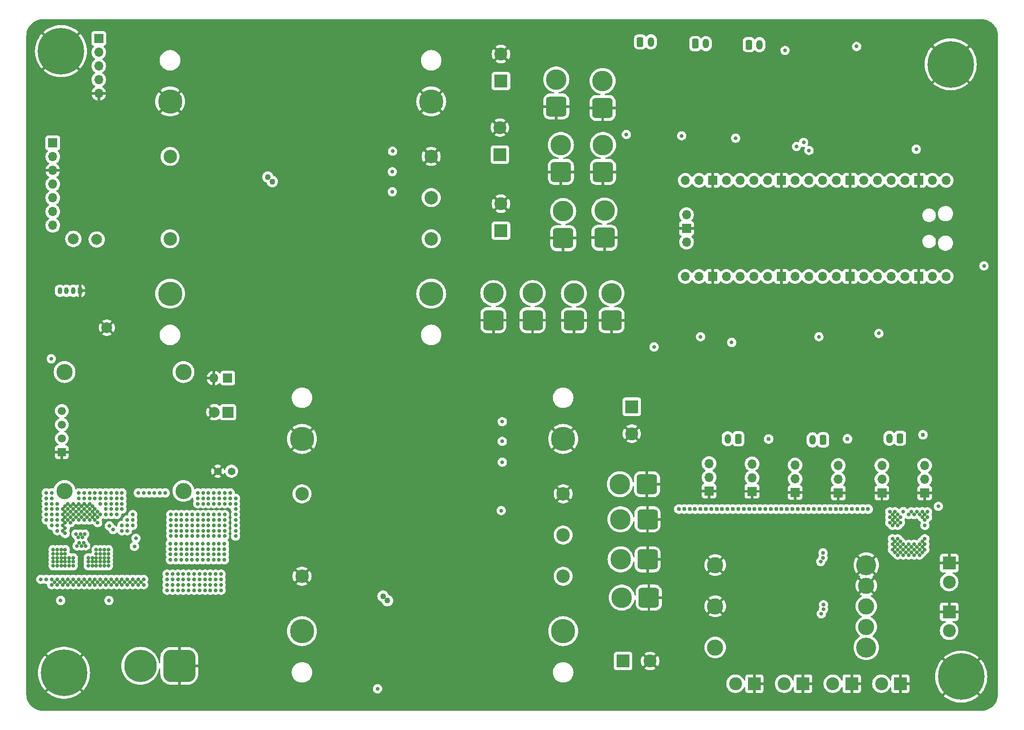
<source format=gbr>
%TF.GenerationSoftware,KiCad,Pcbnew,8.0.8-8.0.8-0~ubuntu22.04.1*%
%TF.CreationDate,2025-01-31T14:52:15-08:00*%
%TF.ProjectId,Backplane_Board,4261636b-706c-4616-9e65-5f426f617264,1*%
%TF.SameCoordinates,Original*%
%TF.FileFunction,Copper,L2,Inr*%
%TF.FilePolarity,Positive*%
%FSLAX46Y46*%
G04 Gerber Fmt 4.6, Leading zero omitted, Abs format (unit mm)*
G04 Created by KiCad (PCBNEW 8.0.8-8.0.8-0~ubuntu22.04.1) date 2025-01-31 14:52:15*
%MOMM*%
%LPD*%
G01*
G04 APERTURE LIST*
G04 Aperture macros list*
%AMRoundRect*
0 Rectangle with rounded corners*
0 $1 Rounding radius*
0 $2 $3 $4 $5 $6 $7 $8 $9 X,Y pos of 4 corners*
0 Add a 4 corners polygon primitive as box body*
4,1,4,$2,$3,$4,$5,$6,$7,$8,$9,$2,$3,0*
0 Add four circle primitives for the rounded corners*
1,1,$1+$1,$2,$3*
1,1,$1+$1,$4,$5*
1,1,$1+$1,$6,$7*
1,1,$1+$1,$8,$9*
0 Add four rect primitives between the rounded corners*
20,1,$1+$1,$2,$3,$4,$5,0*
20,1,$1+$1,$4,$5,$6,$7,0*
20,1,$1+$1,$6,$7,$8,$9,0*
20,1,$1+$1,$8,$9,$2,$3,0*%
G04 Aperture macros list end*
%TA.AperFunction,ComponentPad*%
%ADD10R,2.400000X2.400000*%
%TD*%
%TA.AperFunction,ComponentPad*%
%ADD11C,2.400000*%
%TD*%
%TA.AperFunction,ComponentPad*%
%ADD12R,1.700000X1.700000*%
%TD*%
%TA.AperFunction,ComponentPad*%
%ADD13O,1.700000X1.700000*%
%TD*%
%TA.AperFunction,ComponentPad*%
%ADD14RoundRect,0.760000X1.140000X1.140000X-1.140000X1.140000X-1.140000X-1.140000X1.140000X-1.140000X0*%
%TD*%
%TA.AperFunction,ComponentPad*%
%ADD15C,3.800000*%
%TD*%
%TA.AperFunction,ComponentPad*%
%ADD16RoundRect,0.250000X0.350000X0.650000X-0.350000X0.650000X-0.350000X-0.650000X0.350000X-0.650000X0*%
%TD*%
%TA.AperFunction,ComponentPad*%
%ADD17O,1.200000X1.800000*%
%TD*%
%TA.AperFunction,ComponentPad*%
%ADD18C,4.500000*%
%TD*%
%TA.AperFunction,ComponentPad*%
%ADD19C,2.500000*%
%TD*%
%TA.AperFunction,ComponentPad*%
%ADD20C,2.000000*%
%TD*%
%TA.AperFunction,ComponentPad*%
%ADD21RoundRect,0.250000X-0.350000X-0.650000X0.350000X-0.650000X0.350000X0.650000X-0.350000X0.650000X0*%
%TD*%
%TA.AperFunction,ComponentPad*%
%ADD22RoundRect,0.760000X1.140000X-1.140000X1.140000X1.140000X-1.140000X1.140000X-1.140000X-1.140000X0*%
%TD*%
%TA.AperFunction,ComponentPad*%
%ADD23C,0.900000*%
%TD*%
%TA.AperFunction,ComponentPad*%
%ADD24C,8.600000*%
%TD*%
%TA.AperFunction,ComponentPad*%
%ADD25R,2.000000X2.000000*%
%TD*%
%TA.AperFunction,ComponentPad*%
%ADD26C,1.400000*%
%TD*%
%TA.AperFunction,ComponentPad*%
%ADD27RoundRect,0.200000X0.200000X0.450000X-0.200000X0.450000X-0.200000X-0.450000X0.200000X-0.450000X0*%
%TD*%
%TA.AperFunction,ComponentPad*%
%ADD28O,0.800000X1.300000*%
%TD*%
%TA.AperFunction,ComponentPad*%
%ADD29RoundRect,1.500000X1.500000X1.500000X-1.500000X1.500000X-1.500000X-1.500000X1.500000X-1.500000X0*%
%TD*%
%TA.AperFunction,ComponentPad*%
%ADD30C,6.000000*%
%TD*%
%TA.AperFunction,ComponentPad*%
%ADD31R,1.508000X1.508000*%
%TD*%
%TA.AperFunction,ComponentPad*%
%ADD32C,1.508000*%
%TD*%
%TA.AperFunction,ComponentPad*%
%ADD33C,3.000000*%
%TD*%
%TA.AperFunction,ComponentPad*%
%ADD34C,3.700000*%
%TD*%
%TA.AperFunction,ViaPad*%
%ADD35C,0.700000*%
%TD*%
%TA.AperFunction,ViaPad*%
%ADD36C,1.100000*%
%TD*%
%TA.AperFunction,ViaPad*%
%ADD37C,0.770000*%
%TD*%
%TA.AperFunction,ViaPad*%
%ADD38C,1.200000*%
%TD*%
G04 APERTURE END LIST*
D10*
%TO.N,GND*%
%TO.C,J8*%
X202000000Y-124000000D03*
D11*
%TO.N,+5V*%
X202000000Y-127500000D03*
%TD*%
D10*
%TO.N,12V_ESC*%
%TO.C,C8*%
X119100000Y-62500000D03*
D11*
%TO.N,GND*%
X119100000Y-57500000D03*
%TD*%
D10*
%TO.N,+12V*%
%TO.C,C13*%
X141700000Y-142100000D03*
D11*
%TO.N,GND*%
X146700000Y-142100000D03*
%TD*%
D10*
%TO.N,GND*%
%TO.C,J19*%
X192975000Y-146300000D03*
D11*
%TO.N,+5V*%
X189475000Y-146300000D03*
%TD*%
D12*
%TO.N,GND*%
%TO.C,J27*%
X197450000Y-111000000D03*
D13*
%TO.N,Net-(J27-Pin_2)*%
X197450000Y-108460000D03*
%TO.N,SERVO0*%
X197450000Y-105920000D03*
%TD*%
D14*
%TO.N,GND*%
%TO.C,J25*%
X146100000Y-109400000D03*
D15*
%TO.N,+12V*%
X141100000Y-109400000D03*
%TD*%
D16*
%TO.N,Net-(D25-K)*%
%TO.C,J42*%
X178697500Y-101187500D03*
D17*
%TO.N,Net-(D25-A)*%
X176697500Y-101187500D03*
%TD*%
D18*
%TO.N,60V*%
%TO.C,U3*%
X57895000Y-74155000D03*
D19*
%TO.N,KillSW*%
X57895000Y-63995000D03*
%TO.N,unconnected-(U3-Case-Pad3)*%
X57895000Y-48755000D03*
D18*
%TO.N,GND*%
X57895000Y-38595000D03*
X106195000Y-38595000D03*
D19*
X106195000Y-48755000D03*
%TO.N,Net-(U3-V_adj)*%
X106195000Y-56375000D03*
%TO.N,12V_ESC*%
X106195000Y-63995000D03*
D18*
X106195000Y-74155000D03*
%TD*%
D20*
%TO.N,GND*%
%TO.C,TP8*%
X46200000Y-80430000D03*
%TD*%
D10*
%TO.N,GND*%
%TO.C,J20*%
X174975000Y-146300000D03*
D11*
%TO.N,+5V*%
X171475000Y-146300000D03*
%TD*%
D21*
%TO.N,Net-(D14-K)*%
%TO.C,J37*%
X164927187Y-28087262D03*
D17*
%TO.N,Net-(D14-A)*%
X166927187Y-28087262D03*
%TD*%
D12*
%TO.N,GND*%
%TO.C,J35*%
X165525000Y-110712500D03*
D13*
%TO.N,Net-(J35-Pin_2)*%
X165525000Y-108172500D03*
%TO.N,SERVO4*%
X165525000Y-105632500D03*
%TD*%
D12*
%TO.N,GND*%
%TO.C,J36*%
X173500000Y-110925000D03*
D13*
%TO.N,Net-(J36-Pin_2)*%
X173500000Y-108385000D03*
%TO.N,SERVO3*%
X173500000Y-105845000D03*
%TD*%
D22*
%TO.N,GND*%
%TO.C,J15*%
X124950000Y-79050000D03*
D15*
%TO.N,12V_ESC*%
X124950000Y-74050000D03*
%TD*%
D16*
%TO.N,Net-(D24-K)*%
%TO.C,J41*%
X192925037Y-100900000D03*
D17*
%TO.N,Net-(D24-A)*%
X190925037Y-100900000D03*
%TD*%
D22*
%TO.N,GND*%
%TO.C,J17*%
X139550000Y-79075000D03*
D15*
%TO.N,12V_ESC*%
X139550000Y-74075000D03*
%TD*%
D20*
%TO.N,I2C+*%
%TO.C,TP1*%
X44325000Y-64125000D03*
%TD*%
D23*
%TO.N,GND*%
%TO.C,H2*%
X199055419Y-31719581D03*
X200000000Y-29439162D03*
X200000000Y-34000000D03*
X202280419Y-28494581D03*
D24*
X202280419Y-31719581D03*
D23*
X202280419Y-34944581D03*
X204560838Y-29439162D03*
X204560838Y-34000000D03*
X205505419Y-31719581D03*
%TD*%
D10*
%TO.N,GND*%
%TO.C,J6*%
X202000000Y-133000000D03*
D11*
%TO.N,+5V*%
X202000000Y-136500000D03*
%TD*%
D22*
%TO.N,GND*%
%TO.C,J9*%
X138250000Y-63800000D03*
D15*
%TO.N,12V_ESC*%
X138250000Y-58800000D03*
%TD*%
D25*
%TO.N,KillSW*%
%TO.C,SW1*%
X68625000Y-96075000D03*
D20*
%TO.N,GND*%
X66085000Y-96075000D03*
%TD*%
D12*
%TO.N,GND*%
%TO.C,J29*%
X181500000Y-111000000D03*
D13*
%TO.N,Net-(J29-Pin_2)*%
X181500000Y-108460000D03*
%TO.N,SERVO2*%
X181500000Y-105920000D03*
%TD*%
D26*
%TO.N,60V*%
%TO.C,J26*%
X69250000Y-107000000D03*
%TO.N,GND*%
X66710000Y-107000000D03*
%TD*%
D27*
%TO.N,GND*%
%TO.C,J31*%
X41250000Y-73600000D03*
D28*
%TO.N,+3.3V*%
X40000000Y-73600000D03*
%TO.N,I2C+*%
X38750000Y-73600000D03*
%TO.N,I2C-*%
X37500000Y-73600000D03*
%TD*%
D18*
%TO.N,60V*%
%TO.C,U4*%
X82300000Y-136580000D03*
D19*
%TO.N,GND*%
X82300000Y-126420000D03*
%TO.N,unconnected-(U4-Case-Pad3)*%
X82300000Y-111180000D03*
D18*
%TO.N,GND*%
X82300000Y-101020000D03*
X130600000Y-101020000D03*
D19*
X130600000Y-111180000D03*
%TO.N,Net-(U4-V_adj)*%
X130600000Y-118800000D03*
%TO.N,+12V*%
X130600000Y-126420000D03*
D18*
X130600000Y-136580000D03*
%TD*%
D12*
%TO.N,+3.3V*%
%TO.C,J4*%
X36200000Y-46260000D03*
D13*
%TO.N,unconnected-(J4-Pin_2-Pad2)*%
X36200000Y-48800000D03*
%TO.N,GND*%
X36200000Y-51340000D03*
%TO.N,I2C+*%
X36200000Y-53880000D03*
%TO.N,unconnected-(J4-Pin_5-Pad5)*%
X36200000Y-56420000D03*
%TO.N,I2C-*%
X36200000Y-58960000D03*
%TO.N,unconnected-(J4-Pin_7-Pad7)*%
X36200000Y-61500000D03*
%TD*%
D22*
%TO.N,GND*%
%TO.C,J16*%
X132600000Y-79100000D03*
D15*
%TO.N,12V_ESC*%
X132600000Y-74100000D03*
%TD*%
D10*
%TO.N,GND*%
%TO.C,J21*%
X165975000Y-146300000D03*
D11*
%TO.N,+5V*%
X162475000Y-146300000D03*
%TD*%
D14*
%TO.N,GND*%
%TO.C,J22*%
X146450000Y-130375000D03*
D15*
%TO.N,+12V*%
X141450000Y-130375000D03*
%TD*%
D12*
%TO.N,GND*%
%TO.C,J34*%
X157575000Y-110650000D03*
D13*
%TO.N,Net-(J34-Pin_2)*%
X157575000Y-108110000D03*
%TO.N,SERVO5*%
X157575000Y-105570000D03*
%TD*%
D14*
%TO.N,GND*%
%TO.C,J24*%
X146200000Y-115881600D03*
D15*
%TO.N,+12V*%
X141200000Y-115881600D03*
%TD*%
D14*
%TO.N,GND*%
%TO.C,J23*%
X146224600Y-123300000D03*
D15*
%TO.N,+12V*%
X141224600Y-123300000D03*
%TD*%
D12*
%TO.N,GND*%
%TO.C,J28*%
X189550000Y-111000000D03*
D13*
%TO.N,Net-(J28-Pin_2)*%
X189550000Y-108460000D03*
%TO.N,SERVO1*%
X189550000Y-105920000D03*
%TD*%
D22*
%TO.N,GND*%
%TO.C,J12*%
X137975000Y-51625000D03*
D15*
%TO.N,12V_ESC*%
X137975000Y-46625000D03*
%TD*%
D10*
%TO.N,GND*%
%TO.C,J7*%
X183975000Y-146300000D03*
D11*
%TO.N,+5V*%
X180475000Y-146300000D03*
%TD*%
D23*
%TO.N,GND*%
%TO.C,H4*%
X34494581Y-29280419D03*
X35439162Y-27000000D03*
X35439162Y-31560838D03*
X37719581Y-26055419D03*
D24*
X37719581Y-29280419D03*
D23*
X37719581Y-32505419D03*
X40000000Y-27000000D03*
X40000000Y-31560838D03*
X40944581Y-29280419D03*
%TD*%
%TO.N,GND*%
%TO.C,H1*%
X201000000Y-145000000D03*
X201944581Y-142719581D03*
X201944581Y-147280419D03*
X204225000Y-141775000D03*
D24*
X204225000Y-145000000D03*
D23*
X204225000Y-148225000D03*
X206505419Y-142719581D03*
X206505419Y-147280419D03*
X207450000Y-145000000D03*
%TD*%
D10*
%TO.N,+12V*%
%TO.C,C14*%
X143300000Y-95050000D03*
D11*
%TO.N,GND*%
X143300000Y-100050000D03*
%TD*%
D16*
%TO.N,Net-(D21-K)*%
%TO.C,J40*%
X163019925Y-101000000D03*
D17*
%TO.N,Net-(D21-A)*%
X161019925Y-101000000D03*
%TD*%
D20*
%TO.N,I2C-*%
%TO.C,TP2*%
X40000000Y-64000000D03*
%TD*%
D12*
%TO.N,KillSW*%
%TO.C,J5*%
X68555000Y-89775000D03*
D13*
%TO.N,GND*%
X66015000Y-89775000D03*
%TD*%
%TO.N,UART(TX)*%
%TO.C,U6*%
X201445000Y-53170000D03*
%TO.N,UART(RX)*%
X198905000Y-53170000D03*
D12*
%TO.N,GND*%
X196365000Y-53170000D03*
D13*
%TO.N,I2C+*%
X193825000Y-53170000D03*
%TO.N,I2C-*%
X191285000Y-53170000D03*
%TO.N,SW2*%
X188745000Y-53170000D03*
%TO.N,SW0*%
X186205000Y-53170000D03*
D12*
%TO.N,GND*%
X183665000Y-53170000D03*
D13*
%TO.N,SCK*%
X181125000Y-53170000D03*
%TO.N,MOSI*%
X178585000Y-53170000D03*
%TO.N,MISO*%
X176045000Y-53170000D03*
%TO.N,CS*%
X173505000Y-53170000D03*
D12*
%TO.N,GND*%
X170965000Y-53170000D03*
D13*
%TO.N,SW1*%
X168425000Y-53170000D03*
%TO.N,SERVO1*%
X165885000Y-53170000D03*
%TO.N,SERVO2*%
X163345000Y-53170000D03*
%TO.N,SERVO3*%
X160805000Y-53170000D03*
D12*
%TO.N,GND*%
X158265000Y-53170000D03*
D13*
%TO.N,SERVO4*%
X155725000Y-53170000D03*
%TO.N,SERVO5*%
X153185000Y-53170000D03*
%TO.N,esc_status*%
X153185000Y-70950000D03*
%TO.N,ALERT*%
X155725000Y-70950000D03*
D12*
%TO.N,GND*%
X158265000Y-70950000D03*
D13*
%TO.N,SW5*%
X160805000Y-70950000D03*
%TO.N,SW4*%
X163345000Y-70950000D03*
%TO.N,SW3*%
X165885000Y-70950000D03*
%TO.N,SERVO0*%
X168425000Y-70950000D03*
D12*
%TO.N,GND*%
X170965000Y-70950000D03*
D13*
%TO.N,Net-(U6-GPIO22)*%
X173505000Y-70950000D03*
%TO.N,RUN*%
X176045000Y-70950000D03*
%TO.N,Net-(U6-GPIO26_ADC0)*%
X178585000Y-70950000D03*
%TO.N,unconnected-(U6-GPIO27_ADC1-Pad32)*%
X181125000Y-70950000D03*
D12*
%TO.N,GND*%
X183665000Y-70950000D03*
D13*
%TO.N,unconnected-(U6-GPIO28_ADC2-Pad34)_1*%
X186205000Y-70950000D03*
%TO.N,unconnected-(U6-ADC_VREF-Pad35)*%
X188745000Y-70950000D03*
%TO.N,+3.3V*%
X191285000Y-70950000D03*
%TO.N,unconnected-(U6-3V3_EN-Pad37)*%
X193825000Y-70950000D03*
D12*
%TO.N,GND*%
X196365000Y-70950000D03*
D13*
%TO.N,Net-(D6-K)*%
X198905000Y-70950000D03*
%TO.N,unconnected-(U6-VBUS-Pad40)_1*%
X201445000Y-70950000D03*
%TO.N,/BoardBoardConnections/DEBUG+*%
X153415000Y-59520000D03*
D12*
%TO.N,GND*%
X153415000Y-62060000D03*
D13*
%TO.N,/BoardBoardConnections/DEBUG-*%
X153415000Y-64600000D03*
%TD*%
D12*
%TO.N,+3.3V*%
%TO.C,J32*%
X44700000Y-26935000D03*
D13*
%TO.N,RUN*%
X44700000Y-29475000D03*
%TO.N,I2C+*%
X44700000Y-32015000D03*
%TO.N,I2C-*%
X44700000Y-34555000D03*
%TO.N,GND*%
X44700000Y-37095000D03*
%TD*%
D10*
%TO.N,12V_ESC*%
%TO.C,C7*%
X118900000Y-48415216D03*
D11*
%TO.N,GND*%
X118900000Y-43415216D03*
%TD*%
D29*
%TO.N,GND*%
%TO.C,J3*%
X59600000Y-143000000D03*
D30*
%TO.N,PWR_IN*%
X52400000Y-143000000D03*
%TD*%
D23*
%TO.N,GND*%
%TO.C,H3*%
X35055419Y-144280419D03*
X36000000Y-142000000D03*
X36000000Y-146560838D03*
X38280419Y-141055419D03*
D24*
X38280419Y-144280419D03*
D23*
X38280419Y-147505419D03*
X40560838Y-142000000D03*
X40560838Y-146560838D03*
X41505419Y-144280419D03*
%TD*%
D31*
%TO.N,GND*%
%TO.C,Brd1*%
X37875000Y-103460000D03*
D32*
%TO.N,+3.3V*%
X37875000Y-100920000D03*
%TO.N,I2C-*%
X37875000Y-98380000D03*
%TO.N,I2C+*%
X37875000Y-95840000D03*
D33*
%TO.N,N/C*%
X38375000Y-110650000D03*
X38375000Y-88650000D03*
X60375000Y-88650000D03*
X60375000Y-110650000D03*
%TD*%
D22*
%TO.N,GND*%
%TO.C,J10*%
X130600000Y-63875000D03*
D15*
%TO.N,12V_ESC*%
X130600000Y-58875000D03*
%TD*%
D22*
%TO.N,GND*%
%TO.C,J18*%
X137900000Y-39800000D03*
D15*
%TO.N,12V_ESC*%
X137900000Y-34800000D03*
%TD*%
D22*
%TO.N,GND*%
%TO.C,J11*%
X129325000Y-39525000D03*
D15*
%TO.N,12V_ESC*%
X129325000Y-34525000D03*
%TD*%
D22*
%TO.N,GND*%
%TO.C,J13*%
X130175000Y-51625000D03*
D15*
%TO.N,12V_ESC*%
X130175000Y-46625000D03*
%TD*%
D22*
%TO.N,GND*%
%TO.C,J14*%
X117700000Y-79050000D03*
D15*
%TO.N,12V_ESC*%
X117700000Y-74050000D03*
%TD*%
D21*
%TO.N,Net-(D15-K)*%
%TO.C,J38*%
X155025000Y-27900000D03*
D17*
%TO.N,Net-(D15-A)*%
X157025000Y-27900000D03*
%TD*%
D21*
%TO.N,Net-(D16-K)*%
%TO.C,J39*%
X144841250Y-27581325D03*
D17*
%TO.N,Net-(D16-A)*%
X146841250Y-27581325D03*
%TD*%
D10*
%TO.N,12V_ESC*%
%TO.C,C6*%
X119100000Y-34815216D03*
D11*
%TO.N,GND*%
X119100000Y-29815216D03*
%TD*%
D33*
%TO.N,+12V*%
%TO.C,U5*%
X158725000Y-139590000D03*
%TO.N,GND*%
X158725000Y-131970000D03*
X158725000Y-124350000D03*
D34*
X186665000Y-124350000D03*
D33*
X186665000Y-128160000D03*
%TO.N,Net-(U5-TRIM)*%
X186665000Y-131970000D03*
%TO.N,+5V*%
X186665000Y-135780000D03*
D34*
X186665000Y-139590000D03*
%TD*%
D35*
%TO.N,60V*%
X43000000Y-115000000D03*
X40000000Y-113000000D03*
X46000000Y-111000000D03*
X68000000Y-112000000D03*
X70000000Y-116000000D03*
X70000000Y-118000000D03*
X40500000Y-115500000D03*
X50000000Y-116000000D03*
X65000000Y-117000000D03*
D36*
X75979754Y-52579754D03*
D35*
X68000000Y-118000000D03*
X66000000Y-112000000D03*
X36000000Y-114000000D03*
X38000000Y-116000000D03*
X65000000Y-112000000D03*
X53000000Y-111000000D03*
X35000000Y-115000000D03*
X69000000Y-112000000D03*
X64000000Y-116000000D03*
X61000000Y-115000000D03*
X67000000Y-112000000D03*
X41000000Y-114000000D03*
X42500000Y-115500000D03*
X63000000Y-117000000D03*
X46000000Y-113000000D03*
X51000000Y-117000000D03*
X44000000Y-114000000D03*
X49000000Y-118000000D03*
X38500000Y-114500000D03*
X70000000Y-117000000D03*
X54000000Y-111000000D03*
X52000000Y-111000000D03*
X35000000Y-112000000D03*
X70000000Y-115000000D03*
X35000000Y-111000000D03*
X38500000Y-115500000D03*
X67000000Y-111000000D03*
X69000000Y-113000000D03*
X37000000Y-113000000D03*
X70000000Y-112000000D03*
X51000000Y-115000000D03*
X66000000Y-115000000D03*
X96261800Y-147238200D03*
X61000000Y-117000000D03*
X66000000Y-113000000D03*
X40500000Y-118600000D03*
X57000000Y-111000000D03*
X63000000Y-112000000D03*
X38500000Y-117500000D03*
X42100000Y-118600000D03*
X38500000Y-118500000D03*
X49000000Y-111000000D03*
X50000000Y-117000000D03*
X64000000Y-119000000D03*
X67000000Y-115000000D03*
X41000000Y-111000000D03*
X62000000Y-117000000D03*
X43500000Y-113500000D03*
X39500000Y-116500000D03*
X68000000Y-111000000D03*
X58000000Y-116000000D03*
D36*
X97282500Y-130107500D03*
D35*
X67000000Y-117000000D03*
X59000000Y-116000000D03*
X43500000Y-114500000D03*
X62000000Y-116000000D03*
X35000000Y-114000000D03*
X45000000Y-115000000D03*
X67000000Y-116000000D03*
X60000000Y-116000000D03*
X62000000Y-118000000D03*
X38000000Y-114000000D03*
X59000000Y-118000000D03*
X45000000Y-112000000D03*
X59000000Y-119000000D03*
X39000000Y-114000000D03*
X48000000Y-111000000D03*
X39000000Y-113000000D03*
X48000000Y-114000000D03*
X39500000Y-113500000D03*
X35000000Y-113000000D03*
X39000000Y-116000000D03*
X64000000Y-111000000D03*
X46000000Y-115000000D03*
X63000000Y-116000000D03*
X66000000Y-116000000D03*
X65000000Y-111000000D03*
X61000000Y-119000000D03*
X37000000Y-118000000D03*
X45000000Y-111000000D03*
X36000000Y-115000000D03*
X42000000Y-114000000D03*
X42000000Y-116000000D03*
X60000000Y-117000000D03*
X38000000Y-118000000D03*
X64000000Y-112000000D03*
X40000000Y-114000000D03*
X59000000Y-115000000D03*
X41000000Y-116000000D03*
X61000000Y-116000000D03*
X60000000Y-118000000D03*
X65000000Y-115000000D03*
X62000000Y-119000000D03*
X48000000Y-115000000D03*
X42500000Y-114500000D03*
X67000000Y-119000000D03*
X66000000Y-119000000D03*
X41000000Y-112000000D03*
X49000000Y-113000000D03*
X59000000Y-117000000D03*
X63000000Y-115000000D03*
X66000000Y-117000000D03*
X36000000Y-112000000D03*
X48000000Y-113000000D03*
X46000000Y-114000000D03*
X63000000Y-111000000D03*
X40900000Y-119200000D03*
X38000000Y-117000000D03*
X51000000Y-116000000D03*
X50000000Y-118000000D03*
X43500000Y-115500000D03*
X43000000Y-112000000D03*
X64000000Y-113000000D03*
X41500000Y-115500000D03*
X49000000Y-112000000D03*
X58000000Y-115000000D03*
X41000000Y-115000000D03*
X70000000Y-114000000D03*
D36*
X98102745Y-130927745D03*
D35*
X41700000Y-119200000D03*
X66000000Y-118000000D03*
X44000000Y-115000000D03*
X63000000Y-113000000D03*
X41300000Y-118600000D03*
X36000000Y-113000000D03*
X37000000Y-116000000D03*
X41500000Y-114500000D03*
X47000000Y-113000000D03*
X68000000Y-113000000D03*
X44000000Y-116000000D03*
X43000000Y-113000000D03*
X36000000Y-111000000D03*
X64000000Y-118000000D03*
X41000000Y-113000000D03*
X70000000Y-119000000D03*
X60000000Y-115000000D03*
X36000000Y-117000000D03*
X47000000Y-112000000D03*
X58000000Y-118000000D03*
X37000000Y-117000000D03*
X43000000Y-114000000D03*
X42000000Y-113000000D03*
X37000000Y-114000000D03*
X69000000Y-111000000D03*
X40000000Y-116000000D03*
X68000000Y-116000000D03*
X58000000Y-119000000D03*
X68000000Y-117000000D03*
X44500000Y-116500000D03*
X39500000Y-115500000D03*
X67000000Y-113000000D03*
X48000000Y-112000000D03*
X64000000Y-117000000D03*
X60000000Y-119000000D03*
X45000000Y-113000000D03*
X44500000Y-115500000D03*
X43000000Y-111000000D03*
X65000000Y-118000000D03*
X68000000Y-115000000D03*
X61000000Y-118000000D03*
X44000000Y-111000000D03*
X43000000Y-116000000D03*
X49000000Y-114000000D03*
X63000000Y-118000000D03*
X49000000Y-117000000D03*
X63000000Y-119000000D03*
X40000000Y-115000000D03*
X37000000Y-115000000D03*
X38500000Y-116500000D03*
X38500000Y-113500000D03*
D36*
X76800000Y-53400000D03*
D35*
X65000000Y-119000000D03*
X62000000Y-115000000D03*
X39500000Y-114500000D03*
X38000000Y-115000000D03*
X42000000Y-115000000D03*
X47000000Y-115000000D03*
X46000000Y-112000000D03*
X47000000Y-114000000D03*
X70000000Y-113000000D03*
X67000000Y-118000000D03*
X47000000Y-111000000D03*
X39000000Y-115000000D03*
X41500000Y-113500000D03*
X55000000Y-111000000D03*
X65000000Y-116000000D03*
X35000000Y-116000000D03*
X42500000Y-113500000D03*
X40500000Y-114500000D03*
X44000000Y-112000000D03*
X68000000Y-119000000D03*
X36000000Y-116000000D03*
X44500000Y-114500000D03*
X66000000Y-111000000D03*
X64000000Y-115000000D03*
X40500000Y-113500000D03*
X56000000Y-111000000D03*
X58000000Y-117000000D03*
X65000000Y-113000000D03*
X42000000Y-112000000D03*
X42000000Y-111000000D03*
%TO.N,GND*%
X119275000Y-123900000D03*
X164407406Y-84975000D03*
D37*
X170554762Y-44059687D03*
D35*
X170025000Y-137450000D03*
D37*
X160748712Y-43723713D03*
D35*
X94500000Y-65250000D03*
D37*
X156000000Y-116500000D03*
D35*
X148425000Y-75125000D03*
X32200000Y-120300000D03*
X89875000Y-47900000D03*
X54600000Y-114850000D03*
X170412500Y-135912500D03*
D37*
X147641250Y-31081325D03*
D35*
X170025000Y-127000000D03*
X180087481Y-85350000D03*
D36*
X93570000Y-108070000D03*
D35*
X202064760Y-45981760D03*
X110337500Y-101625000D03*
X101974300Y-140050000D03*
D36*
X92749754Y-107249754D03*
D35*
X145886212Y-44529963D03*
D36*
X71329754Y-29604754D03*
D35*
X170025000Y-136500000D03*
X192875000Y-27300000D03*
X110387500Y-105375000D03*
X94000000Y-147000000D03*
X89725000Y-51600000D03*
D37*
X154903675Y-85143675D03*
D35*
X101324300Y-145575000D03*
X170412500Y-126412500D03*
D36*
X72150000Y-30425000D03*
D37*
X175908750Y-97681175D03*
D38*
X34290000Y-135497500D03*
D35*
X156078712Y-44923713D03*
X175525000Y-140950000D03*
X100500000Y-143000000D03*
X177750000Y-26050000D03*
X194400000Y-84900000D03*
D37*
X157839962Y-31480038D03*
D35*
X147950000Y-49300000D03*
D37*
X184836325Y-85021250D03*
D35*
X179875000Y-80600000D03*
X89637500Y-55350000D03*
D37*
X190036325Y-97271250D03*
D35*
X190475000Y-33850000D03*
X180775000Y-35475000D03*
D37*
X170708750Y-85431175D03*
D35*
X110437500Y-97875000D03*
D37*
X150550000Y-43325000D03*
D35*
X165861012Y-45235937D03*
D37*
X167604762Y-31809687D03*
D35*
X170025000Y-127950000D03*
X174800000Y-80875000D03*
D37*
X160103675Y-97393675D03*
D35*
%TO.N,+3.3V*%
X208435000Y-69000000D03*
X147400000Y-84000000D03*
X184888260Y-28413260D03*
X195900000Y-47425000D03*
X35900000Y-86200000D03*
%TO.N,12V_ESC*%
X152525000Y-44937501D03*
X142286212Y-44704963D03*
X99000000Y-51600000D03*
X99000000Y-55300000D03*
X162477187Y-45382112D03*
X99050000Y-47800000D03*
%TO.N,SHUNT+*%
X64340000Y-129020000D03*
X36250000Y-121500000D03*
X59340000Y-126020000D03*
X41000000Y-127000000D03*
X44250000Y-122250000D03*
X37750000Y-123750000D03*
X38000000Y-128000000D03*
X44250000Y-121500000D03*
X45750000Y-121500000D03*
X65340000Y-129020000D03*
X45000000Y-128000000D03*
X66340000Y-128020000D03*
X45500000Y-127500000D03*
X60950000Y-122380000D03*
X60340000Y-128020000D03*
X40000000Y-128000000D03*
X43000000Y-127000000D03*
X60950000Y-121380000D03*
X62340000Y-126020000D03*
X37750000Y-124500000D03*
X52500000Y-127500000D03*
X59340000Y-127020000D03*
X44000000Y-127000000D03*
X63340000Y-126020000D03*
X41100000Y-120200000D03*
X59340000Y-128020000D03*
X45000000Y-127000000D03*
X44000000Y-128000000D03*
X40000000Y-123750000D03*
X46500000Y-123750000D03*
X59340000Y-129020000D03*
X36250000Y-123750000D03*
X47500000Y-127500000D03*
X62950000Y-121380000D03*
X45000000Y-122250000D03*
X66950000Y-120380000D03*
X43500000Y-127500000D03*
X62950000Y-120380000D03*
X52000000Y-127000000D03*
X63950000Y-123380000D03*
X37000000Y-123750000D03*
X42000000Y-127000000D03*
X44500000Y-127500000D03*
X58950000Y-120380000D03*
X41900000Y-120200000D03*
X43000000Y-128000000D03*
X62340000Y-127020000D03*
X65950000Y-122380000D03*
X34000000Y-127000000D03*
X46000000Y-127000000D03*
X44250000Y-123750000D03*
X35000000Y-127000000D03*
X49500000Y-127500000D03*
X37750000Y-123000000D03*
X60950000Y-120380000D03*
X64340000Y-127020000D03*
X58340000Y-129020000D03*
X60340000Y-129020000D03*
X59950000Y-122380000D03*
X61950000Y-121380000D03*
X42300000Y-120800000D03*
X38500000Y-123000000D03*
X66950000Y-123380000D03*
X58950000Y-123380000D03*
X48500000Y-127500000D03*
X46500000Y-124500000D03*
X61340000Y-128020000D03*
X50000000Y-127000000D03*
X37000000Y-124500000D03*
X50000000Y-128000000D03*
X63340000Y-129020000D03*
X58340000Y-126020000D03*
X67340000Y-126020000D03*
X38500000Y-127500000D03*
X47000000Y-128000000D03*
X67950000Y-121380000D03*
X63950000Y-121380000D03*
X44250000Y-124500000D03*
X48000000Y-128000000D03*
X39250000Y-123000000D03*
X43500000Y-123750000D03*
X65950000Y-120380000D03*
X42500000Y-127500000D03*
X46500000Y-122250000D03*
X39250000Y-123750000D03*
X39250000Y-124500000D03*
X45000000Y-121500000D03*
X40000000Y-124500000D03*
X61950000Y-122380000D03*
X40500000Y-127500000D03*
X38500000Y-123750000D03*
X39500000Y-127500000D03*
X45000000Y-124500000D03*
X42750000Y-123750000D03*
X64950000Y-120380000D03*
X60950000Y-123380000D03*
X37750000Y-121500000D03*
X42000000Y-128000000D03*
X59950000Y-123380000D03*
X39000000Y-127000000D03*
X51000000Y-128000000D03*
X63340000Y-128020000D03*
X36250000Y-123000000D03*
X64340000Y-128020000D03*
X57950000Y-123380000D03*
X37000000Y-123000000D03*
X66340000Y-127020000D03*
X45750000Y-123750000D03*
X51000000Y-127000000D03*
X66950000Y-121380000D03*
X41500000Y-120800000D03*
X46500000Y-121500000D03*
X43500000Y-123000000D03*
X62950000Y-122380000D03*
X39000000Y-128000000D03*
X62340000Y-129020000D03*
X38000000Y-127000000D03*
X47000000Y-127000000D03*
X40000000Y-123000000D03*
X36250000Y-122250000D03*
X66950000Y-122380000D03*
X45750000Y-122250000D03*
X57950000Y-122380000D03*
X63950000Y-120380000D03*
X37500000Y-127500000D03*
X50500000Y-127500000D03*
X53000000Y-128000000D03*
X62950000Y-123380000D03*
X57950000Y-120380000D03*
X49000000Y-127000000D03*
X61340000Y-127020000D03*
X38500000Y-122250000D03*
X38500000Y-121500000D03*
X44250000Y-123000000D03*
X36500000Y-127500000D03*
X45750000Y-123000000D03*
X65340000Y-128020000D03*
X60340000Y-127020000D03*
X61950000Y-123380000D03*
X67950000Y-120380000D03*
X59950000Y-120380000D03*
X58340000Y-127020000D03*
X40700000Y-120800000D03*
X40000000Y-127000000D03*
X41000000Y-128000000D03*
X57340000Y-126020000D03*
X57950000Y-121380000D03*
X62340000Y-128020000D03*
X42750000Y-124500000D03*
X45750000Y-124500000D03*
X58950000Y-122380000D03*
X65340000Y-127020000D03*
X67950000Y-122380000D03*
X51500000Y-127500000D03*
X66340000Y-129020000D03*
X48000000Y-127000000D03*
X65950000Y-123380000D03*
X37000000Y-128000000D03*
X64340000Y-126020000D03*
X60340000Y-126020000D03*
X67340000Y-128020000D03*
X37000000Y-121500000D03*
X64950000Y-122380000D03*
X63950000Y-122380000D03*
X57340000Y-127020000D03*
X53000000Y-127000000D03*
X42750000Y-123000000D03*
X64950000Y-123380000D03*
X61340000Y-126020000D03*
X66340000Y-126020000D03*
X63340000Y-127020000D03*
X65340000Y-126020000D03*
X41500000Y-127500000D03*
X45000000Y-123000000D03*
X59950000Y-121380000D03*
X57340000Y-129020000D03*
X38500000Y-124500000D03*
X46000000Y-128000000D03*
X52000000Y-128000000D03*
X58950000Y-121380000D03*
X36000000Y-127000000D03*
X67340000Y-129020000D03*
X36000000Y-128000000D03*
X58340000Y-128020000D03*
X61340000Y-129020000D03*
X46500000Y-123000000D03*
X61950000Y-120380000D03*
X45000000Y-123750000D03*
X64950000Y-121380000D03*
X65950000Y-121380000D03*
X49000000Y-128000000D03*
X67340000Y-127020000D03*
X37750000Y-122250000D03*
X43500000Y-124500000D03*
X67950000Y-123380000D03*
X36250000Y-124500000D03*
X37000000Y-127000000D03*
X46500000Y-127500000D03*
X37000000Y-122250000D03*
X57340000Y-128020000D03*
%TO.N,Net-(D1-A)*%
X46600000Y-130900000D03*
X37656600Y-130900000D03*
%TO.N,+5V*%
X191500000Y-121500000D03*
X194000000Y-121000000D03*
X197000000Y-122000000D03*
X193500000Y-121500000D03*
X191500000Y-120500000D03*
X178362500Y-133362500D03*
X192500000Y-119500000D03*
X193500000Y-120500000D03*
X178775000Y-132500000D03*
X192000000Y-120000000D03*
X197000000Y-120000000D03*
X192000000Y-122000000D03*
X192500000Y-122500000D03*
X196000000Y-122000000D03*
X194500000Y-122500000D03*
X193000000Y-121000000D03*
X193000000Y-122000000D03*
X195000000Y-121000000D03*
X193000000Y-120000000D03*
X195000000Y-122000000D03*
X192000000Y-121000000D03*
X178775000Y-131700000D03*
X197500000Y-121500000D03*
X192500000Y-121500000D03*
X178650000Y-123000000D03*
X197500000Y-120500000D03*
X178650000Y-122075000D03*
X197500000Y-119500000D03*
X195500000Y-120500000D03*
X194500000Y-121500000D03*
X196000000Y-121000000D03*
X197000000Y-121000000D03*
X196500000Y-121500000D03*
X193500000Y-122500000D03*
X178237500Y-123737500D03*
X195500000Y-122500000D03*
X192500000Y-120500000D03*
X195500000Y-121500000D03*
X196500000Y-120500000D03*
X194500000Y-120500000D03*
X194000000Y-122000000D03*
X191500000Y-119500000D03*
X196500000Y-122500000D03*
D37*
%TO.N,5V_KillSW*%
X156000000Y-114000000D03*
X166000000Y-114000000D03*
D35*
X192000000Y-116500000D03*
D37*
X162000000Y-114000000D03*
D35*
X195500000Y-115000000D03*
D37*
X178000000Y-114000000D03*
X160000000Y-114000000D03*
D35*
X192500000Y-115000000D03*
D37*
X172000000Y-114000000D03*
X157000000Y-114000000D03*
D35*
X193000000Y-115500000D03*
D37*
X155000000Y-114000000D03*
D35*
X195000000Y-114500000D03*
X196000000Y-114500000D03*
X196500000Y-115000000D03*
D37*
X174000000Y-114000000D03*
X183000000Y-114000000D03*
X184000000Y-114000000D03*
D35*
X197500000Y-116000000D03*
D37*
X181000000Y-114000000D03*
D35*
X197000000Y-114500000D03*
D37*
X173000000Y-114000000D03*
X197142650Y-100250000D03*
X171000000Y-114000000D03*
X169000000Y-114000000D03*
D35*
X193000000Y-116500000D03*
X194500000Y-115000000D03*
X191500000Y-116000000D03*
D37*
X177000000Y-114000000D03*
D35*
X198000000Y-115500000D03*
X191000000Y-116500000D03*
D37*
X161000000Y-114000000D03*
X168600000Y-101025000D03*
X182000000Y-114000000D03*
D35*
X191500000Y-115000000D03*
D37*
X180000000Y-114000000D03*
X154000000Y-114000000D03*
X175000000Y-114000000D03*
X153000000Y-114000000D03*
D35*
X193525000Y-114475000D03*
X192500000Y-116000000D03*
X197500000Y-115000000D03*
X197500000Y-117000000D03*
X197000000Y-115500000D03*
D37*
X183192575Y-101000000D03*
X163000000Y-114000000D03*
X158000000Y-114000000D03*
X164000000Y-114000000D03*
X167000000Y-114000000D03*
X176000000Y-114000000D03*
D35*
X191000000Y-115500000D03*
D37*
X168000000Y-114000000D03*
X165000000Y-114000000D03*
D35*
X191500000Y-117000000D03*
D37*
X152000000Y-114000000D03*
X179000000Y-114000000D03*
D35*
X198000000Y-114500000D03*
D37*
X187000000Y-114000000D03*
X185000000Y-114000000D03*
X186000000Y-114000000D03*
D35*
X192000000Y-115500000D03*
D37*
X170000000Y-114000000D03*
X159000000Y-114000000D03*
D35*
X192500000Y-117000000D03*
X191000000Y-114500000D03*
X192000000Y-114500000D03*
%TO.N,+12V*%
X119145000Y-114270000D03*
X119350000Y-97825000D03*
X119350000Y-101475000D03*
X119350000Y-105325000D03*
%TO.N,KillSW*%
X200000000Y-113500000D03*
X156016224Y-82100000D03*
%TO.N,RUN*%
X171637500Y-29162500D03*
%TO.N,A1*%
X51300000Y-120900000D03*
%TO.N,A0*%
X51600000Y-119400000D03*
%TO.N,SW2*%
X175075000Y-46171740D03*
%TO.N,SW0*%
X173750000Y-46917262D03*
%TO.N,SW5*%
X161775000Y-83160000D03*
%TO.N,SW3*%
X189000000Y-81500000D03*
%TO.N,SW4*%
X177887537Y-82112463D03*
%TO.N,I2C+*%
X47329412Y-117789012D03*
%TO.N,I2C-*%
X46650588Y-117110188D03*
%TO.N,MISO*%
X176076740Y-47651740D03*
%TD*%
%TA.AperFunction,Conductor*%
%TO.N,GND*%
G36*
X208023471Y-23400195D02*
G01*
X208064136Y-23402478D01*
X208348949Y-23418473D01*
X208362748Y-23420027D01*
X208680695Y-23474049D01*
X208694252Y-23477143D01*
X209004148Y-23566423D01*
X209017272Y-23571016D01*
X209315215Y-23694427D01*
X209327737Y-23700456D01*
X209610006Y-23856461D01*
X209621779Y-23863859D01*
X209884789Y-24050475D01*
X209895649Y-24059135D01*
X210136127Y-24274039D01*
X210145960Y-24283872D01*
X210360859Y-24524344D01*
X210369528Y-24535216D01*
X210556139Y-24798219D01*
X210563538Y-24809993D01*
X210719539Y-25092255D01*
X210725572Y-25104784D01*
X210848983Y-25402727D01*
X210853576Y-25415851D01*
X210942856Y-25725747D01*
X210945950Y-25739304D01*
X210999970Y-26057240D01*
X211001527Y-26071058D01*
X211019805Y-26396527D01*
X211020000Y-26403480D01*
X211020000Y-148296519D01*
X211019805Y-148303472D01*
X211001527Y-148628941D01*
X210999970Y-148642759D01*
X210945950Y-148960695D01*
X210942856Y-148974252D01*
X210853576Y-149284148D01*
X210848983Y-149297272D01*
X210725572Y-149595215D01*
X210719539Y-149607744D01*
X210563538Y-149890006D01*
X210556139Y-149901780D01*
X210369528Y-150164783D01*
X210360859Y-150175655D01*
X210145960Y-150416127D01*
X210136127Y-150425960D01*
X209895655Y-150640859D01*
X209884783Y-150649528D01*
X209621780Y-150836139D01*
X209610006Y-150843538D01*
X209327744Y-150999539D01*
X209315215Y-151005572D01*
X209017272Y-151128983D01*
X209004148Y-151133576D01*
X208694252Y-151222856D01*
X208680695Y-151225950D01*
X208362759Y-151279970D01*
X208348941Y-151281527D01*
X208023472Y-151299805D01*
X208016519Y-151300000D01*
X34303481Y-151300000D01*
X34296528Y-151299805D01*
X33971058Y-151281527D01*
X33957240Y-151279970D01*
X33639304Y-151225950D01*
X33625747Y-151222856D01*
X33315851Y-151133576D01*
X33302727Y-151128983D01*
X33004784Y-151005572D01*
X32992255Y-150999539D01*
X32709993Y-150843538D01*
X32698219Y-150836139D01*
X32435216Y-150649528D01*
X32424344Y-150640859D01*
X32183872Y-150425960D01*
X32174039Y-150416127D01*
X31959140Y-150175655D01*
X31950475Y-150164789D01*
X31763859Y-149901779D01*
X31756461Y-149890006D01*
X31600456Y-149607737D01*
X31594427Y-149595215D01*
X31471016Y-149297272D01*
X31466423Y-149284148D01*
X31377143Y-148974252D01*
X31374049Y-148960695D01*
X31355256Y-148850086D01*
X31320027Y-148642748D01*
X31318473Y-148628949D01*
X31300195Y-148303471D01*
X31300000Y-148296519D01*
X31300000Y-144280415D01*
X33475581Y-144280415D01*
X33475581Y-144280422D01*
X33494923Y-144711111D01*
X33494924Y-144711120D01*
X33552797Y-145138357D01*
X33648732Y-145558677D01*
X33781961Y-145968715D01*
X33781964Y-145968723D01*
X33951404Y-146365149D01*
X33951408Y-146365157D01*
X34155713Y-146744818D01*
X34393218Y-147104626D01*
X34393219Y-147104627D01*
X34662027Y-147441701D01*
X34712643Y-147494640D01*
X36593517Y-145613766D01*
X36660495Y-145701054D01*
X36859784Y-145900343D01*
X36947070Y-145967319D01*
X35067296Y-147847093D01*
X35284646Y-148036988D01*
X35284663Y-148037001D01*
X35633443Y-148290405D01*
X36003559Y-148511539D01*
X36003565Y-148511542D01*
X36391988Y-148698597D01*
X36392002Y-148698603D01*
X36795628Y-148850086D01*
X36795653Y-148850094D01*
X37211235Y-148964788D01*
X37635442Y-149041770D01*
X38064854Y-149080418D01*
X38064857Y-149080419D01*
X38495981Y-149080419D01*
X38495983Y-149080418D01*
X38925395Y-149041770D01*
X39349602Y-148964788D01*
X39765184Y-148850094D01*
X39765209Y-148850086D01*
X40168835Y-148698603D01*
X40168849Y-148698597D01*
X40557272Y-148511542D01*
X40557278Y-148511539D01*
X40927394Y-148290405D01*
X41276174Y-148037001D01*
X41276204Y-148036977D01*
X41493540Y-147847094D01*
X41493540Y-147847093D01*
X39613767Y-145967320D01*
X39701054Y-145900343D01*
X39900343Y-145701054D01*
X39967320Y-145613767D01*
X41848193Y-147494640D01*
X41898799Y-147441713D01*
X42061096Y-147238200D01*
X95406615Y-147238200D01*
X95425303Y-147416005D01*
X95425304Y-147416007D01*
X95480547Y-147586029D01*
X95480550Y-147586035D01*
X95569941Y-147740865D01*
X95602305Y-147776809D01*
X95689564Y-147873721D01*
X95689567Y-147873723D01*
X95689570Y-147873726D01*
X95834207Y-147978812D01*
X95997533Y-148051529D01*
X96172409Y-148088700D01*
X96172410Y-148088700D01*
X96351189Y-148088700D01*
X96351191Y-148088700D01*
X96526067Y-148051529D01*
X96689393Y-147978812D01*
X96834030Y-147873726D01*
X96953659Y-147740865D01*
X97043050Y-147586035D01*
X97098297Y-147416003D01*
X97116985Y-147238200D01*
X97098297Y-147060397D01*
X97043050Y-146890365D01*
X96953659Y-146735535D01*
X96906803Y-146683496D01*
X96834035Y-146602678D01*
X96834032Y-146602676D01*
X96834031Y-146602675D01*
X96834030Y-146602674D01*
X96689393Y-146497588D01*
X96526067Y-146424871D01*
X96526065Y-146424870D01*
X96398394Y-146397733D01*
X96351191Y-146387700D01*
X96172409Y-146387700D01*
X96144501Y-146393632D01*
X95997533Y-146424870D01*
X95997528Y-146424872D01*
X95834208Y-146497587D01*
X95689568Y-146602675D01*
X95569940Y-146735536D01*
X95480550Y-146890364D01*
X95480547Y-146890370D01*
X95425304Y-147060392D01*
X95425303Y-147060394D01*
X95406615Y-147238200D01*
X42061096Y-147238200D01*
X42167618Y-147104627D01*
X42167619Y-147104626D01*
X42405124Y-146744818D01*
X42609429Y-146365157D01*
X42609433Y-146365149D01*
X42778873Y-145968723D01*
X42778876Y-145968715D01*
X42912105Y-145558677D01*
X43008040Y-145138357D01*
X43065913Y-144711120D01*
X43065914Y-144711111D01*
X43085257Y-144280422D01*
X43085257Y-144280415D01*
X43065914Y-143849726D01*
X43065913Y-143849717D01*
X43008040Y-143422480D01*
X42912105Y-143002160D01*
X42911403Y-142999999D01*
X48894696Y-142999999D01*
X48894696Y-143000000D01*
X48913898Y-143366405D01*
X48971294Y-143728788D01*
X48971294Y-143728790D01*
X49066260Y-144083206D01*
X49197746Y-144425739D01*
X49364320Y-144752656D01*
X49564147Y-145060364D01*
X49704253Y-145233380D01*
X49795051Y-145345506D01*
X50054494Y-145604949D01*
X50087823Y-145631938D01*
X50339635Y-145835852D01*
X50647343Y-146035679D01*
X50647348Y-146035682D01*
X50974264Y-146202255D01*
X51316801Y-146333742D01*
X51671206Y-146428705D01*
X52033596Y-146486102D01*
X52379734Y-146504241D01*
X52399999Y-146505304D01*
X52400000Y-146505304D01*
X52400001Y-146505304D01*
X52419203Y-146504297D01*
X52766404Y-146486102D01*
X53128794Y-146428705D01*
X53483199Y-146333742D01*
X53825736Y-146202255D01*
X54152652Y-146035682D01*
X54460366Y-145835851D01*
X54745506Y-145604949D01*
X55004949Y-145345506D01*
X55235851Y-145060366D01*
X55435682Y-144752652D01*
X55602255Y-144425736D01*
X55733742Y-144083199D01*
X55828705Y-143728794D01*
X55853527Y-143572073D01*
X55883456Y-143508939D01*
X55942768Y-143472008D01*
X56012630Y-143473006D01*
X56070863Y-143511616D01*
X56098977Y-143575579D01*
X56100000Y-143591472D01*
X56100000Y-144571436D01*
X56115300Y-144785362D01*
X56176109Y-145064895D01*
X56276091Y-145332958D01*
X56413191Y-145584038D01*
X56413192Y-145584039D01*
X56584639Y-145813065D01*
X56584649Y-145813077D01*
X56786922Y-146015350D01*
X56786934Y-146015360D01*
X57015960Y-146186807D01*
X57015961Y-146186808D01*
X57267042Y-146323908D01*
X57267041Y-146323908D01*
X57535104Y-146423890D01*
X57814637Y-146484699D01*
X58028563Y-146499999D01*
X58028566Y-146500000D01*
X59350000Y-146500000D01*
X59350000Y-145236502D01*
X59452527Y-145250000D01*
X59747473Y-145250000D01*
X59850000Y-145236502D01*
X59850000Y-146500000D01*
X61171434Y-146500000D01*
X61171436Y-146499999D01*
X61385362Y-146484699D01*
X61664895Y-146423890D01*
X61932958Y-146323908D01*
X61976751Y-146299995D01*
X160769732Y-146299995D01*
X160769732Y-146300004D01*
X160788777Y-146554154D01*
X160830176Y-146735536D01*
X160845492Y-146802637D01*
X160938607Y-147039888D01*
X161066041Y-147260612D01*
X161224950Y-147459877D01*
X161411783Y-147633232D01*
X161622366Y-147776805D01*
X161622371Y-147776807D01*
X161622372Y-147776808D01*
X161622373Y-147776809D01*
X161720797Y-147824207D01*
X161851992Y-147887387D01*
X161851993Y-147887387D01*
X161851996Y-147887389D01*
X162095542Y-147962513D01*
X162347565Y-148000500D01*
X162602435Y-148000500D01*
X162854458Y-147962513D01*
X163098004Y-147887389D01*
X163327634Y-147776805D01*
X163538217Y-147633232D01*
X163725050Y-147459877D01*
X163883959Y-147260612D01*
X164011393Y-147039888D01*
X164035572Y-146978280D01*
X164078388Y-146923067D01*
X164144258Y-146899766D01*
X164212268Y-146915777D01*
X164260827Y-146966015D01*
X164275000Y-147023583D01*
X164275000Y-147547844D01*
X164281401Y-147607372D01*
X164281403Y-147607379D01*
X164331645Y-147742086D01*
X164331649Y-147742093D01*
X164417809Y-147857187D01*
X164417812Y-147857190D01*
X164532906Y-147943350D01*
X164532913Y-147943354D01*
X164667620Y-147993596D01*
X164667627Y-147993598D01*
X164727155Y-147999999D01*
X164727172Y-148000000D01*
X165725000Y-148000000D01*
X165725000Y-146848482D01*
X165743409Y-146859111D01*
X165896009Y-146900000D01*
X166053991Y-146900000D01*
X166206591Y-146859111D01*
X166225000Y-146848482D01*
X166225000Y-148000000D01*
X167222828Y-148000000D01*
X167222844Y-147999999D01*
X167282372Y-147993598D01*
X167282379Y-147993596D01*
X167417086Y-147943354D01*
X167417093Y-147943350D01*
X167532187Y-147857190D01*
X167532190Y-147857187D01*
X167618350Y-147742093D01*
X167618354Y-147742086D01*
X167668596Y-147607379D01*
X167668598Y-147607372D01*
X167674999Y-147547844D01*
X167675000Y-147547827D01*
X167675000Y-146550000D01*
X166523482Y-146550000D01*
X166534111Y-146531591D01*
X166575000Y-146378991D01*
X166575000Y-146299995D01*
X169769732Y-146299995D01*
X169769732Y-146300004D01*
X169788777Y-146554154D01*
X169830176Y-146735536D01*
X169845492Y-146802637D01*
X169938607Y-147039888D01*
X170066041Y-147260612D01*
X170224950Y-147459877D01*
X170411783Y-147633232D01*
X170622366Y-147776805D01*
X170622371Y-147776807D01*
X170622372Y-147776808D01*
X170622373Y-147776809D01*
X170720797Y-147824207D01*
X170851992Y-147887387D01*
X170851993Y-147887387D01*
X170851996Y-147887389D01*
X171095542Y-147962513D01*
X171347565Y-148000500D01*
X171602435Y-148000500D01*
X171854458Y-147962513D01*
X172098004Y-147887389D01*
X172327634Y-147776805D01*
X172538217Y-147633232D01*
X172725050Y-147459877D01*
X172883959Y-147260612D01*
X173011393Y-147039888D01*
X173035572Y-146978280D01*
X173078388Y-146923067D01*
X173144258Y-146899766D01*
X173212268Y-146915777D01*
X173260827Y-146966015D01*
X173275000Y-147023583D01*
X173275000Y-147547844D01*
X173281401Y-147607372D01*
X173281403Y-147607379D01*
X173331645Y-147742086D01*
X173331649Y-147742093D01*
X173417809Y-147857187D01*
X173417812Y-147857190D01*
X173532906Y-147943350D01*
X173532913Y-147943354D01*
X173667620Y-147993596D01*
X173667627Y-147993598D01*
X173727155Y-147999999D01*
X173727172Y-148000000D01*
X174725000Y-148000000D01*
X174725000Y-146848482D01*
X174743409Y-146859111D01*
X174896009Y-146900000D01*
X175053991Y-146900000D01*
X175206591Y-146859111D01*
X175225000Y-146848482D01*
X175225000Y-148000000D01*
X176222828Y-148000000D01*
X176222844Y-147999999D01*
X176282372Y-147993598D01*
X176282379Y-147993596D01*
X176417086Y-147943354D01*
X176417093Y-147943350D01*
X176532187Y-147857190D01*
X176532190Y-147857187D01*
X176618350Y-147742093D01*
X176618354Y-147742086D01*
X176668596Y-147607379D01*
X176668598Y-147607372D01*
X176674999Y-147547844D01*
X176675000Y-147547827D01*
X176675000Y-146550000D01*
X175523482Y-146550000D01*
X175534111Y-146531591D01*
X175575000Y-146378991D01*
X175575000Y-146299995D01*
X178769732Y-146299995D01*
X178769732Y-146300004D01*
X178788777Y-146554154D01*
X178830176Y-146735536D01*
X178845492Y-146802637D01*
X178938607Y-147039888D01*
X179066041Y-147260612D01*
X179224950Y-147459877D01*
X179411783Y-147633232D01*
X179622366Y-147776805D01*
X179622371Y-147776807D01*
X179622372Y-147776808D01*
X179622373Y-147776809D01*
X179720797Y-147824207D01*
X179851992Y-147887387D01*
X179851993Y-147887387D01*
X179851996Y-147887389D01*
X180095542Y-147962513D01*
X180347565Y-148000500D01*
X180602435Y-148000500D01*
X180854458Y-147962513D01*
X181098004Y-147887389D01*
X181327634Y-147776805D01*
X181538217Y-147633232D01*
X181725050Y-147459877D01*
X181883959Y-147260612D01*
X182011393Y-147039888D01*
X182035572Y-146978280D01*
X182078388Y-146923067D01*
X182144258Y-146899766D01*
X182212268Y-146915777D01*
X182260827Y-146966015D01*
X182275000Y-147023583D01*
X182275000Y-147547844D01*
X182281401Y-147607372D01*
X182281403Y-147607379D01*
X182331645Y-147742086D01*
X182331649Y-147742093D01*
X182417809Y-147857187D01*
X182417812Y-147857190D01*
X182532906Y-147943350D01*
X182532913Y-147943354D01*
X182667620Y-147993596D01*
X182667627Y-147993598D01*
X182727155Y-147999999D01*
X182727172Y-148000000D01*
X183725000Y-148000000D01*
X183725000Y-146848482D01*
X183743409Y-146859111D01*
X183896009Y-146900000D01*
X184053991Y-146900000D01*
X184206591Y-146859111D01*
X184225000Y-146848482D01*
X184225000Y-148000000D01*
X185222828Y-148000000D01*
X185222844Y-147999999D01*
X185282372Y-147993598D01*
X185282379Y-147993596D01*
X185417086Y-147943354D01*
X185417093Y-147943350D01*
X185532187Y-147857190D01*
X185532190Y-147857187D01*
X185618350Y-147742093D01*
X185618354Y-147742086D01*
X185668596Y-147607379D01*
X185668598Y-147607372D01*
X185674999Y-147547844D01*
X185675000Y-147547827D01*
X185675000Y-146550000D01*
X184523482Y-146550000D01*
X184534111Y-146531591D01*
X184575000Y-146378991D01*
X184575000Y-146299995D01*
X187769732Y-146299995D01*
X187769732Y-146300004D01*
X187788777Y-146554154D01*
X187830176Y-146735536D01*
X187845492Y-146802637D01*
X187938607Y-147039888D01*
X188066041Y-147260612D01*
X188224950Y-147459877D01*
X188411783Y-147633232D01*
X188622366Y-147776805D01*
X188622371Y-147776807D01*
X188622372Y-147776808D01*
X188622373Y-147776809D01*
X188720797Y-147824207D01*
X188851992Y-147887387D01*
X188851993Y-147887387D01*
X188851996Y-147887389D01*
X189095542Y-147962513D01*
X189347565Y-148000500D01*
X189602435Y-148000500D01*
X189854458Y-147962513D01*
X190098004Y-147887389D01*
X190327634Y-147776805D01*
X190538217Y-147633232D01*
X190725050Y-147459877D01*
X190883959Y-147260612D01*
X191011393Y-147039888D01*
X191035572Y-146978280D01*
X191078388Y-146923067D01*
X191144258Y-146899766D01*
X191212268Y-146915777D01*
X191260827Y-146966015D01*
X191275000Y-147023583D01*
X191275000Y-147547844D01*
X191281401Y-147607372D01*
X191281403Y-147607379D01*
X191331645Y-147742086D01*
X191331649Y-147742093D01*
X191417809Y-147857187D01*
X191417812Y-147857190D01*
X191532906Y-147943350D01*
X191532913Y-147943354D01*
X191667620Y-147993596D01*
X191667627Y-147993598D01*
X191727155Y-147999999D01*
X191727172Y-148000000D01*
X192725000Y-148000000D01*
X192725000Y-146848482D01*
X192743409Y-146859111D01*
X192896009Y-146900000D01*
X193053991Y-146900000D01*
X193206591Y-146859111D01*
X193225000Y-146848482D01*
X193225000Y-148000000D01*
X194222828Y-148000000D01*
X194222844Y-147999999D01*
X194282372Y-147993598D01*
X194282379Y-147993596D01*
X194417086Y-147943354D01*
X194417093Y-147943350D01*
X194532187Y-147857190D01*
X194532190Y-147857187D01*
X194618350Y-147742093D01*
X194618354Y-147742086D01*
X194668596Y-147607379D01*
X194668598Y-147607372D01*
X194674999Y-147547844D01*
X194675000Y-147547827D01*
X194675000Y-146550000D01*
X193523482Y-146550000D01*
X193534111Y-146531591D01*
X193575000Y-146378991D01*
X193575000Y-146221009D01*
X193534111Y-146068409D01*
X193523482Y-146050000D01*
X194675000Y-146050000D01*
X194675000Y-145052172D01*
X194674999Y-145052155D01*
X194669390Y-144999996D01*
X199420162Y-144999996D01*
X199420162Y-145000003D01*
X199439504Y-145430692D01*
X199439505Y-145430701D01*
X199497378Y-145857938D01*
X199593313Y-146278258D01*
X199726542Y-146688296D01*
X199726545Y-146688304D01*
X199895985Y-147084730D01*
X199895989Y-147084738D01*
X200100294Y-147464399D01*
X200337799Y-147824207D01*
X200337800Y-147824208D01*
X200606608Y-148161282D01*
X200657224Y-148214221D01*
X202538098Y-146333347D01*
X202605076Y-146420635D01*
X202804365Y-146619924D01*
X202891651Y-146686900D01*
X201011877Y-148566674D01*
X201229227Y-148756569D01*
X201229244Y-148756582D01*
X201578024Y-149009986D01*
X201948140Y-149231120D01*
X201948146Y-149231123D01*
X202336569Y-149418178D01*
X202336583Y-149418184D01*
X202740209Y-149569667D01*
X202740234Y-149569675D01*
X203155816Y-149684369D01*
X203580023Y-149761351D01*
X204009435Y-149799999D01*
X204009438Y-149800000D01*
X204440562Y-149800000D01*
X204440564Y-149799999D01*
X204869976Y-149761351D01*
X205294183Y-149684369D01*
X205709765Y-149569675D01*
X205709790Y-149569667D01*
X206113416Y-149418184D01*
X206113430Y-149418178D01*
X206501853Y-149231123D01*
X206501859Y-149231120D01*
X206871975Y-149009986D01*
X207220755Y-148756582D01*
X207220785Y-148756558D01*
X207438121Y-148566675D01*
X207438121Y-148566674D01*
X205558348Y-146686901D01*
X205645635Y-146619924D01*
X205844924Y-146420635D01*
X205911901Y-146333348D01*
X207792774Y-148214221D01*
X207843380Y-148161294D01*
X208112199Y-147824208D01*
X208112200Y-147824207D01*
X208349705Y-147464399D01*
X208554010Y-147084738D01*
X208554014Y-147084730D01*
X208723454Y-146688304D01*
X208723457Y-146688296D01*
X208856686Y-146278258D01*
X208952621Y-145857938D01*
X209010494Y-145430701D01*
X209010495Y-145430692D01*
X209029838Y-145000003D01*
X209029838Y-144999996D01*
X209010495Y-144569307D01*
X209010494Y-144569298D01*
X208952621Y-144142061D01*
X208856686Y-143721741D01*
X208723457Y-143311703D01*
X208723454Y-143311695D01*
X208554014Y-142915269D01*
X208554010Y-142915261D01*
X208349705Y-142535600D01*
X208112200Y-142175792D01*
X208112199Y-142175791D01*
X207843391Y-141838717D01*
X207792774Y-141785777D01*
X205911900Y-143666650D01*
X205844924Y-143579365D01*
X205645635Y-143380076D01*
X205558347Y-143313097D01*
X207438121Y-141433324D01*
X207220772Y-141243430D01*
X207220755Y-141243417D01*
X206871975Y-140990013D01*
X206501859Y-140768879D01*
X206501853Y-140768876D01*
X206113430Y-140581821D01*
X206113416Y-140581815D01*
X205709790Y-140430332D01*
X205709765Y-140430324D01*
X205294183Y-140315630D01*
X204869976Y-140238648D01*
X204440564Y-140200000D01*
X204009435Y-140200000D01*
X203580023Y-140238648D01*
X203155816Y-140315630D01*
X202740234Y-140430324D01*
X202740209Y-140430332D01*
X202336583Y-140581815D01*
X202336569Y-140581821D01*
X201948146Y-140768876D01*
X201948140Y-140768879D01*
X201578024Y-140990013D01*
X201229244Y-141243417D01*
X201229227Y-141243430D01*
X201011877Y-141433324D01*
X202891651Y-143313098D01*
X202804365Y-143380076D01*
X202605076Y-143579365D01*
X202538098Y-143666651D01*
X200657224Y-141785776D01*
X200606608Y-141838717D01*
X200337800Y-142175791D01*
X200337799Y-142175792D01*
X200100294Y-142535600D01*
X199895989Y-142915261D01*
X199895985Y-142915269D01*
X199726545Y-143311695D01*
X199726542Y-143311703D01*
X199593313Y-143721741D01*
X199497378Y-144142061D01*
X199439505Y-144569298D01*
X199439504Y-144569307D01*
X199420162Y-144999996D01*
X194669390Y-144999996D01*
X194668598Y-144992627D01*
X194668596Y-144992620D01*
X194618354Y-144857913D01*
X194618350Y-144857906D01*
X194532190Y-144742812D01*
X194532187Y-144742809D01*
X194417093Y-144656649D01*
X194417086Y-144656645D01*
X194282379Y-144606403D01*
X194282372Y-144606401D01*
X194222844Y-144600000D01*
X193225000Y-144600000D01*
X193225000Y-145751517D01*
X193206591Y-145740889D01*
X193053991Y-145700000D01*
X192896009Y-145700000D01*
X192743409Y-145740889D01*
X192725000Y-145751517D01*
X192725000Y-144600000D01*
X191727155Y-144600000D01*
X191667627Y-144606401D01*
X191667620Y-144606403D01*
X191532913Y-144656645D01*
X191532906Y-144656649D01*
X191417812Y-144742809D01*
X191417809Y-144742812D01*
X191331649Y-144857906D01*
X191331645Y-144857913D01*
X191281403Y-144992620D01*
X191281401Y-144992627D01*
X191275000Y-145052155D01*
X191275000Y-145576416D01*
X191255315Y-145643455D01*
X191202511Y-145689210D01*
X191133353Y-145699154D01*
X191069797Y-145670129D01*
X191035572Y-145621719D01*
X191011393Y-145560112D01*
X190883959Y-145339388D01*
X190725050Y-145140123D01*
X190538217Y-144966768D01*
X190327634Y-144823195D01*
X190327630Y-144823193D01*
X190327627Y-144823191D01*
X190327626Y-144823190D01*
X190098006Y-144712612D01*
X190098008Y-144712612D01*
X189854466Y-144637489D01*
X189854462Y-144637488D01*
X189854458Y-144637487D01*
X189733231Y-144619214D01*
X189602440Y-144599500D01*
X189602435Y-144599500D01*
X189347565Y-144599500D01*
X189347559Y-144599500D01*
X189190609Y-144623157D01*
X189095542Y-144637487D01*
X189095539Y-144637488D01*
X189095533Y-144637489D01*
X188851992Y-144712612D01*
X188622373Y-144823190D01*
X188622372Y-144823191D01*
X188411782Y-144966768D01*
X188224952Y-145140121D01*
X188224950Y-145140123D01*
X188066041Y-145339388D01*
X187938608Y-145560109D01*
X187845492Y-145797362D01*
X187845490Y-145797369D01*
X187788777Y-146045845D01*
X187769732Y-146299995D01*
X184575000Y-146299995D01*
X184575000Y-146221009D01*
X184534111Y-146068409D01*
X184523482Y-146050000D01*
X185675000Y-146050000D01*
X185675000Y-145052172D01*
X185674999Y-145052155D01*
X185668598Y-144992627D01*
X185668596Y-144992620D01*
X185618354Y-144857913D01*
X185618350Y-144857906D01*
X185532190Y-144742812D01*
X185532187Y-144742809D01*
X185417093Y-144656649D01*
X185417086Y-144656645D01*
X185282379Y-144606403D01*
X185282372Y-144606401D01*
X185222844Y-144600000D01*
X184225000Y-144600000D01*
X184225000Y-145751517D01*
X184206591Y-145740889D01*
X184053991Y-145700000D01*
X183896009Y-145700000D01*
X183743409Y-145740889D01*
X183725000Y-145751517D01*
X183725000Y-144600000D01*
X182727155Y-144600000D01*
X182667627Y-144606401D01*
X182667620Y-144606403D01*
X182532913Y-144656645D01*
X182532906Y-144656649D01*
X182417812Y-144742809D01*
X182417809Y-144742812D01*
X182331649Y-144857906D01*
X182331645Y-144857913D01*
X182281403Y-144992620D01*
X182281401Y-144992627D01*
X182275000Y-145052155D01*
X182275000Y-145576416D01*
X182255315Y-145643455D01*
X182202511Y-145689210D01*
X182133353Y-145699154D01*
X182069797Y-145670129D01*
X182035572Y-145621719D01*
X182011393Y-145560112D01*
X181883959Y-145339388D01*
X181725050Y-145140123D01*
X181538217Y-144966768D01*
X181327634Y-144823195D01*
X181327630Y-144823193D01*
X181327627Y-144823191D01*
X181327626Y-144823190D01*
X181098006Y-144712612D01*
X181098008Y-144712612D01*
X180854466Y-144637489D01*
X180854462Y-144637488D01*
X180854458Y-144637487D01*
X180733231Y-144619214D01*
X180602440Y-144599500D01*
X180602435Y-144599500D01*
X180347565Y-144599500D01*
X180347559Y-144599500D01*
X180190609Y-144623157D01*
X180095542Y-144637487D01*
X180095539Y-144637488D01*
X180095533Y-144637489D01*
X179851992Y-144712612D01*
X179622373Y-144823190D01*
X179622372Y-144823191D01*
X179411782Y-144966768D01*
X179224952Y-145140121D01*
X179224950Y-145140123D01*
X179066041Y-145339388D01*
X178938608Y-145560109D01*
X178845492Y-145797362D01*
X178845490Y-145797369D01*
X178788777Y-146045845D01*
X178769732Y-146299995D01*
X175575000Y-146299995D01*
X175575000Y-146221009D01*
X175534111Y-146068409D01*
X175523482Y-146050000D01*
X176675000Y-146050000D01*
X176675000Y-145052172D01*
X176674999Y-145052155D01*
X176668598Y-144992627D01*
X176668596Y-144992620D01*
X176618354Y-144857913D01*
X176618350Y-144857906D01*
X176532190Y-144742812D01*
X176532187Y-144742809D01*
X176417093Y-144656649D01*
X176417086Y-144656645D01*
X176282379Y-144606403D01*
X176282372Y-144606401D01*
X176222844Y-144600000D01*
X175225000Y-144600000D01*
X175225000Y-145751517D01*
X175206591Y-145740889D01*
X175053991Y-145700000D01*
X174896009Y-145700000D01*
X174743409Y-145740889D01*
X174725000Y-145751517D01*
X174725000Y-144600000D01*
X173727155Y-144600000D01*
X173667627Y-144606401D01*
X173667620Y-144606403D01*
X173532913Y-144656645D01*
X173532906Y-144656649D01*
X173417812Y-144742809D01*
X173417809Y-144742812D01*
X173331649Y-144857906D01*
X173331645Y-144857913D01*
X173281403Y-144992620D01*
X173281401Y-144992627D01*
X173275000Y-145052155D01*
X173275000Y-145576416D01*
X173255315Y-145643455D01*
X173202511Y-145689210D01*
X173133353Y-145699154D01*
X173069797Y-145670129D01*
X173035572Y-145621719D01*
X173011393Y-145560112D01*
X172883959Y-145339388D01*
X172725050Y-145140123D01*
X172538217Y-144966768D01*
X172327634Y-144823195D01*
X172327630Y-144823193D01*
X172327627Y-144823191D01*
X172327626Y-144823190D01*
X172098006Y-144712612D01*
X172098008Y-144712612D01*
X171854466Y-144637489D01*
X171854462Y-144637488D01*
X171854458Y-144637487D01*
X171733231Y-144619214D01*
X171602440Y-144599500D01*
X171602435Y-144599500D01*
X171347565Y-144599500D01*
X171347559Y-144599500D01*
X171190609Y-144623157D01*
X171095542Y-144637487D01*
X171095539Y-144637488D01*
X171095533Y-144637489D01*
X170851992Y-144712612D01*
X170622373Y-144823190D01*
X170622372Y-144823191D01*
X170411782Y-144966768D01*
X170224952Y-145140121D01*
X170224950Y-145140123D01*
X170066041Y-145339388D01*
X169938608Y-145560109D01*
X169845492Y-145797362D01*
X169845490Y-145797369D01*
X169788777Y-146045845D01*
X169769732Y-146299995D01*
X166575000Y-146299995D01*
X166575000Y-146221009D01*
X166534111Y-146068409D01*
X166523482Y-146050000D01*
X167675000Y-146050000D01*
X167675000Y-145052172D01*
X167674999Y-145052155D01*
X167668598Y-144992627D01*
X167668596Y-144992620D01*
X167618354Y-144857913D01*
X167618350Y-144857906D01*
X167532190Y-144742812D01*
X167532187Y-144742809D01*
X167417093Y-144656649D01*
X167417086Y-144656645D01*
X167282379Y-144606403D01*
X167282372Y-144606401D01*
X167222844Y-144600000D01*
X166225000Y-144600000D01*
X166225000Y-145751517D01*
X166206591Y-145740889D01*
X166053991Y-145700000D01*
X165896009Y-145700000D01*
X165743409Y-145740889D01*
X165725000Y-145751517D01*
X165725000Y-144600000D01*
X164727155Y-144600000D01*
X164667627Y-144606401D01*
X164667620Y-144606403D01*
X164532913Y-144656645D01*
X164532906Y-144656649D01*
X164417812Y-144742809D01*
X164417809Y-144742812D01*
X164331649Y-144857906D01*
X164331645Y-144857913D01*
X164281403Y-144992620D01*
X164281401Y-144992627D01*
X164275000Y-145052155D01*
X164275000Y-145576416D01*
X164255315Y-145643455D01*
X164202511Y-145689210D01*
X164133353Y-145699154D01*
X164069797Y-145670129D01*
X164035572Y-145621719D01*
X164011393Y-145560112D01*
X163883959Y-145339388D01*
X163725050Y-145140123D01*
X163538217Y-144966768D01*
X163327634Y-144823195D01*
X163327630Y-144823193D01*
X163327627Y-144823191D01*
X163327626Y-144823190D01*
X163098006Y-144712612D01*
X163098008Y-144712612D01*
X162854466Y-144637489D01*
X162854462Y-144637488D01*
X162854458Y-144637487D01*
X162733231Y-144619214D01*
X162602440Y-144599500D01*
X162602435Y-144599500D01*
X162347565Y-144599500D01*
X162347559Y-144599500D01*
X162190609Y-144623157D01*
X162095542Y-144637487D01*
X162095539Y-144637488D01*
X162095533Y-144637489D01*
X161851992Y-144712612D01*
X161622373Y-144823190D01*
X161622372Y-144823191D01*
X161411782Y-144966768D01*
X161224952Y-145140121D01*
X161224950Y-145140123D01*
X161066041Y-145339388D01*
X160938608Y-145560109D01*
X160845492Y-145797362D01*
X160845490Y-145797369D01*
X160788777Y-146045845D01*
X160769732Y-146299995D01*
X61976751Y-146299995D01*
X62184038Y-146186808D01*
X62184039Y-146186807D01*
X62413065Y-146015360D01*
X62413077Y-146015350D01*
X62615350Y-145813077D01*
X62615360Y-145813065D01*
X62786807Y-145584039D01*
X62786808Y-145584038D01*
X62923908Y-145332958D01*
X63023890Y-145064895D01*
X63084699Y-144785362D01*
X63099999Y-144571436D01*
X63100000Y-144571434D01*
X63100000Y-144075441D01*
X80399500Y-144075441D01*
X80399500Y-144324558D01*
X80399501Y-144324575D01*
X80432000Y-144571434D01*
X80432018Y-144571565D01*
X80466637Y-144700763D01*
X80496498Y-144812207D01*
X80591830Y-145042361D01*
X80591837Y-145042376D01*
X80716400Y-145258126D01*
X80868060Y-145455774D01*
X80868066Y-145455781D01*
X81044218Y-145631933D01*
X81044225Y-145631939D01*
X81241873Y-145783599D01*
X81457623Y-145908162D01*
X81457638Y-145908169D01*
X81514187Y-145931592D01*
X81687793Y-146003502D01*
X81928435Y-146067982D01*
X82175435Y-146100500D01*
X82175442Y-146100500D01*
X82424558Y-146100500D01*
X82424565Y-146100500D01*
X82671565Y-146067982D01*
X82912207Y-146003502D01*
X83142373Y-145908164D01*
X83358127Y-145783599D01*
X83555776Y-145631938D01*
X83731938Y-145455776D01*
X83883599Y-145258127D01*
X84008164Y-145042373D01*
X84103502Y-144812207D01*
X84167982Y-144571565D01*
X84200500Y-144324565D01*
X84200500Y-144075441D01*
X128699500Y-144075441D01*
X128699500Y-144324558D01*
X128699501Y-144324575D01*
X128732000Y-144571434D01*
X128732018Y-144571565D01*
X128766637Y-144700763D01*
X128796498Y-144812207D01*
X128891830Y-145042361D01*
X128891837Y-145042376D01*
X129016400Y-145258126D01*
X129168060Y-145455774D01*
X129168066Y-145455781D01*
X129344218Y-145631933D01*
X129344225Y-145631939D01*
X129541873Y-145783599D01*
X129757623Y-145908162D01*
X129757638Y-145908169D01*
X129814187Y-145931592D01*
X129987793Y-146003502D01*
X130228435Y-146067982D01*
X130475435Y-146100500D01*
X130475442Y-146100500D01*
X130724558Y-146100500D01*
X130724565Y-146100500D01*
X130971565Y-146067982D01*
X131212207Y-146003502D01*
X131442373Y-145908164D01*
X131658127Y-145783599D01*
X131855776Y-145631938D01*
X132031938Y-145455776D01*
X132183599Y-145258127D01*
X132308164Y-145042373D01*
X132403502Y-144812207D01*
X132467982Y-144571565D01*
X132500500Y-144324565D01*
X132500500Y-144075435D01*
X132467982Y-143828435D01*
X132403502Y-143587793D01*
X132308164Y-143357627D01*
X132302538Y-143347883D01*
X132183599Y-143141873D01*
X132031939Y-142944225D01*
X132031933Y-142944218D01*
X131855781Y-142768066D01*
X131855774Y-142768060D01*
X131658126Y-142616400D01*
X131442376Y-142491837D01*
X131442361Y-142491830D01*
X131212207Y-142396498D01*
X130971565Y-142332018D01*
X130971564Y-142332017D01*
X130971561Y-142332017D01*
X130724575Y-142299501D01*
X130724570Y-142299500D01*
X130724565Y-142299500D01*
X130475435Y-142299500D01*
X130475429Y-142299500D01*
X130475424Y-142299501D01*
X130228438Y-142332017D01*
X129987792Y-142396498D01*
X129757638Y-142491830D01*
X129757623Y-142491837D01*
X129541873Y-142616400D01*
X129344225Y-142768060D01*
X129344218Y-142768066D01*
X129168066Y-142944218D01*
X129168060Y-142944225D01*
X129016400Y-143141873D01*
X128891837Y-143357623D01*
X128891830Y-143357638D01*
X128796498Y-143587792D01*
X128732017Y-143828438D01*
X128699501Y-144075424D01*
X128699500Y-144075441D01*
X84200500Y-144075441D01*
X84200500Y-144075435D01*
X84167982Y-143828435D01*
X84103502Y-143587793D01*
X84008164Y-143357627D01*
X84002538Y-143347883D01*
X83883599Y-143141873D01*
X83731939Y-142944225D01*
X83731933Y-142944218D01*
X83555781Y-142768066D01*
X83555774Y-142768060D01*
X83358126Y-142616400D01*
X83142376Y-142491837D01*
X83142361Y-142491830D01*
X82912207Y-142396498D01*
X82671565Y-142332018D01*
X82671564Y-142332017D01*
X82671561Y-142332017D01*
X82424575Y-142299501D01*
X82424570Y-142299500D01*
X82424565Y-142299500D01*
X82175435Y-142299500D01*
X82175429Y-142299500D01*
X82175424Y-142299501D01*
X81928438Y-142332017D01*
X81687792Y-142396498D01*
X81457638Y-142491830D01*
X81457623Y-142491837D01*
X81241873Y-142616400D01*
X81044225Y-142768060D01*
X81044218Y-142768066D01*
X80868066Y-142944218D01*
X80868060Y-142944225D01*
X80716400Y-143141873D01*
X80591837Y-143357623D01*
X80591830Y-143357638D01*
X80496498Y-143587792D01*
X80432017Y-143828438D01*
X80399501Y-144075424D01*
X80399500Y-144075441D01*
X63100000Y-144075441D01*
X63100000Y-143250000D01*
X61836502Y-143250000D01*
X61850000Y-143147473D01*
X61850000Y-142852527D01*
X61836502Y-142750000D01*
X63100000Y-142750000D01*
X63100000Y-141428566D01*
X63099999Y-141428563D01*
X63084699Y-141214637D01*
X63023890Y-140935104D01*
X62992944Y-140852135D01*
X139999500Y-140852135D01*
X139999500Y-143347870D01*
X139999501Y-143347876D01*
X140005908Y-143407483D01*
X140056202Y-143542328D01*
X140056206Y-143542335D01*
X140142452Y-143657544D01*
X140142455Y-143657547D01*
X140257664Y-143743793D01*
X140257671Y-143743797D01*
X140392517Y-143794091D01*
X140392516Y-143794091D01*
X140399444Y-143794835D01*
X140452127Y-143800500D01*
X142947872Y-143800499D01*
X143007483Y-143794091D01*
X143142331Y-143743796D01*
X143257546Y-143657546D01*
X143343796Y-143542331D01*
X143394091Y-143407483D01*
X143400500Y-143347873D01*
X143400499Y-142099995D01*
X144995233Y-142099995D01*
X144995233Y-142100004D01*
X145014273Y-142354079D01*
X145070968Y-142602477D01*
X145070973Y-142602494D01*
X145164058Y-142839671D01*
X145164057Y-142839671D01*
X145291457Y-143060332D01*
X145333452Y-143112993D01*
X146135387Y-142311058D01*
X146140889Y-142331591D01*
X146219881Y-142468408D01*
X146331592Y-142580119D01*
X146468409Y-142659111D01*
X146488940Y-142664612D01*
X145686813Y-143466737D01*
X145847623Y-143576375D01*
X145847624Y-143576376D01*
X146077176Y-143686921D01*
X146077174Y-143686921D01*
X146320652Y-143762024D01*
X146320658Y-143762026D01*
X146572595Y-143799999D01*
X146572604Y-143800000D01*
X146827396Y-143800000D01*
X146827404Y-143799999D01*
X147079341Y-143762026D01*
X147079347Y-143762024D01*
X147322824Y-143686921D01*
X147552381Y-143576373D01*
X147713185Y-143466737D01*
X146911059Y-142664612D01*
X146931591Y-142659111D01*
X147068408Y-142580119D01*
X147180119Y-142468408D01*
X147259111Y-142331591D01*
X147264612Y-142311060D01*
X148066545Y-143112993D01*
X148108545Y-143060327D01*
X148235941Y-142839671D01*
X148329026Y-142602494D01*
X148329031Y-142602477D01*
X148385726Y-142354079D01*
X148404767Y-142100004D01*
X148404767Y-142099995D01*
X148385726Y-141845920D01*
X148329031Y-141597522D01*
X148329026Y-141597505D01*
X148235941Y-141360328D01*
X148235942Y-141360328D01*
X148108544Y-141139671D01*
X148066546Y-141087006D01*
X147264612Y-141888939D01*
X147259111Y-141868409D01*
X147180119Y-141731592D01*
X147068408Y-141619881D01*
X146931591Y-141540889D01*
X146911058Y-141535387D01*
X147713185Y-140733261D01*
X147552377Y-140623624D01*
X147552376Y-140623623D01*
X147322823Y-140513078D01*
X147322825Y-140513078D01*
X147079347Y-140437975D01*
X147079341Y-140437973D01*
X146827404Y-140400000D01*
X146572595Y-140400000D01*
X146320658Y-140437973D01*
X146320652Y-140437975D01*
X146077175Y-140513078D01*
X145847624Y-140623623D01*
X145847616Y-140623628D01*
X145686813Y-140733261D01*
X146488940Y-141535387D01*
X146468409Y-141540889D01*
X146331592Y-141619881D01*
X146219881Y-141731592D01*
X146140889Y-141868409D01*
X146135387Y-141888940D01*
X145333453Y-141087006D01*
X145291455Y-141139670D01*
X145164058Y-141360328D01*
X145070973Y-141597505D01*
X145070968Y-141597522D01*
X145014273Y-141845920D01*
X144995233Y-142099995D01*
X143400499Y-142099995D01*
X143400499Y-140852128D01*
X143394091Y-140792517D01*
X143385273Y-140768876D01*
X143343797Y-140657671D01*
X143343793Y-140657664D01*
X143257547Y-140542455D01*
X143257544Y-140542452D01*
X143142335Y-140456206D01*
X143142328Y-140456202D01*
X143007482Y-140405908D01*
X143007483Y-140405908D01*
X142947883Y-140399501D01*
X142947881Y-140399500D01*
X142947873Y-140399500D01*
X142947864Y-140399500D01*
X140452129Y-140399500D01*
X140452123Y-140399501D01*
X140392516Y-140405908D01*
X140257671Y-140456202D01*
X140257664Y-140456206D01*
X140142455Y-140542452D01*
X140142452Y-140542455D01*
X140056206Y-140657664D01*
X140056202Y-140657671D01*
X140005908Y-140792517D01*
X139999501Y-140852116D01*
X139999501Y-140852123D01*
X139999500Y-140852135D01*
X62992944Y-140852135D01*
X62923908Y-140667041D01*
X62786808Y-140415961D01*
X62786807Y-140415960D01*
X62615360Y-140186934D01*
X62615350Y-140186922D01*
X62413077Y-139984649D01*
X62413065Y-139984639D01*
X62184039Y-139813192D01*
X62184038Y-139813191D01*
X61932957Y-139676091D01*
X61932958Y-139676091D01*
X61702133Y-139589998D01*
X156719390Y-139589998D01*
X156719390Y-139590001D01*
X156739804Y-139875433D01*
X156800628Y-140155037D01*
X156800630Y-140155043D01*
X156800631Y-140155046D01*
X156894198Y-140405908D01*
X156900635Y-140423166D01*
X157037770Y-140674309D01*
X157037775Y-140674317D01*
X157209254Y-140903387D01*
X157209270Y-140903405D01*
X157411594Y-141105729D01*
X157411612Y-141105745D01*
X157640682Y-141277224D01*
X157640690Y-141277229D01*
X157891833Y-141414364D01*
X157891832Y-141414364D01*
X157891836Y-141414365D01*
X157891839Y-141414367D01*
X158159954Y-141514369D01*
X158159960Y-141514370D01*
X158159962Y-141514371D01*
X158439566Y-141575195D01*
X158439568Y-141575195D01*
X158439572Y-141575196D01*
X158693220Y-141593337D01*
X158724999Y-141595610D01*
X158725000Y-141595610D01*
X158725001Y-141595610D01*
X158753595Y-141593564D01*
X159010428Y-141575196D01*
X159014713Y-141574264D01*
X159290037Y-141514371D01*
X159290037Y-141514370D01*
X159290046Y-141514369D01*
X159558161Y-141414367D01*
X159809315Y-141277226D01*
X160038395Y-141105739D01*
X160240739Y-140903395D01*
X160412226Y-140674315D01*
X160549367Y-140423161D01*
X160649369Y-140155046D01*
X160672374Y-140049295D01*
X160710195Y-139875433D01*
X160710195Y-139875432D01*
X160710196Y-139875428D01*
X160730610Y-139590000D01*
X184309457Y-139590000D01*
X184329609Y-139897458D01*
X184329609Y-139897459D01*
X184389718Y-140199651D01*
X184389723Y-140199671D01*
X184488758Y-140491419D01*
X184488762Y-140491429D01*
X184625037Y-140767767D01*
X184625041Y-140767774D01*
X184796212Y-141023951D01*
X184796218Y-141023958D01*
X184796222Y-141023964D01*
X184879686Y-141119136D01*
X184999379Y-141255620D01*
X185055380Y-141304731D01*
X185231036Y-141458778D01*
X185231042Y-141458782D01*
X185231048Y-141458787D01*
X185487225Y-141629958D01*
X185487232Y-141629962D01*
X185763570Y-141766237D01*
X185763580Y-141766241D01*
X186055328Y-141865276D01*
X186055332Y-141865277D01*
X186055341Y-141865280D01*
X186357540Y-141925391D01*
X186665000Y-141945543D01*
X186972460Y-141925391D01*
X187274659Y-141865280D01*
X187352911Y-141838717D01*
X187566419Y-141766241D01*
X187566429Y-141766237D01*
X187636682Y-141731592D01*
X187842772Y-141629960D01*
X188098964Y-141458778D01*
X188330620Y-141255620D01*
X188533778Y-141023964D01*
X188556464Y-140990013D01*
X188614333Y-140903405D01*
X188704960Y-140767772D01*
X188841238Y-140491427D01*
X188853196Y-140456202D01*
X188940276Y-140199671D01*
X188940276Y-140199670D01*
X188940280Y-140199659D01*
X189000391Y-139897460D01*
X189020543Y-139590000D01*
X189000391Y-139282540D01*
X188940280Y-138980341D01*
X188841238Y-138688573D01*
X188751050Y-138505690D01*
X188704965Y-138412238D01*
X188704956Y-138412223D01*
X188614332Y-138276594D01*
X188533778Y-138156036D01*
X188462057Y-138074254D01*
X188330620Y-137924379D01*
X188149607Y-137765635D01*
X188098964Y-137721222D01*
X188098960Y-137721219D01*
X188098958Y-137721217D01*
X187894180Y-137584390D01*
X187880639Y-137575342D01*
X187835835Y-137521731D01*
X187827128Y-137452406D01*
X187857282Y-137389379D01*
X187875221Y-137372974D01*
X187978387Y-137295745D01*
X187978387Y-137295744D01*
X187978395Y-137295739D01*
X188180739Y-137093395D01*
X188352226Y-136864315D01*
X188489367Y-136613161D01*
X188531576Y-136499995D01*
X200294732Y-136499995D01*
X200294732Y-136500004D01*
X200313777Y-136754154D01*
X200349835Y-136912136D01*
X200370492Y-137002637D01*
X200463607Y-137239888D01*
X200591041Y-137460612D01*
X200749950Y-137659877D01*
X200936783Y-137833232D01*
X201147366Y-137976805D01*
X201147371Y-137976807D01*
X201147372Y-137976808D01*
X201147373Y-137976809D01*
X201269328Y-138035538D01*
X201376992Y-138087387D01*
X201376993Y-138087387D01*
X201376996Y-138087389D01*
X201620542Y-138162513D01*
X201872565Y-138200500D01*
X202127435Y-138200500D01*
X202379458Y-138162513D01*
X202623004Y-138087389D01*
X202852634Y-137976805D01*
X203063217Y-137833232D01*
X203250050Y-137659877D01*
X203408959Y-137460612D01*
X203536393Y-137239888D01*
X203629508Y-137002637D01*
X203686222Y-136754157D01*
X203705268Y-136500000D01*
X203686222Y-136245843D01*
X203629508Y-135997363D01*
X203536393Y-135760112D01*
X203408959Y-135539388D01*
X203250050Y-135340123D01*
X203063217Y-135166768D01*
X202852634Y-135023195D01*
X202852631Y-135023194D01*
X202852629Y-135023192D01*
X202670990Y-134935720D01*
X202619131Y-134888898D01*
X202600818Y-134821471D01*
X202621866Y-134754847D01*
X202675592Y-134710178D01*
X202724792Y-134700000D01*
X203247828Y-134700000D01*
X203247844Y-134699999D01*
X203307372Y-134693598D01*
X203307379Y-134693596D01*
X203442086Y-134643354D01*
X203442093Y-134643350D01*
X203557187Y-134557190D01*
X203557190Y-134557187D01*
X203643350Y-134442093D01*
X203643354Y-134442086D01*
X203693596Y-134307379D01*
X203693598Y-134307372D01*
X203699999Y-134247844D01*
X203700000Y-134247827D01*
X203700000Y-133250000D01*
X202548482Y-133250000D01*
X202559111Y-133231591D01*
X202600000Y-133078991D01*
X202600000Y-132921009D01*
X202559111Y-132768409D01*
X202548482Y-132750000D01*
X203700000Y-132750000D01*
X203700000Y-131752172D01*
X203699999Y-131752155D01*
X203693598Y-131692627D01*
X203693596Y-131692620D01*
X203643354Y-131557913D01*
X203643350Y-131557906D01*
X203557190Y-131442812D01*
X203557187Y-131442809D01*
X203442093Y-131356649D01*
X203442086Y-131356645D01*
X203307379Y-131306403D01*
X203307372Y-131306401D01*
X203247844Y-131300000D01*
X202250000Y-131300000D01*
X202250000Y-132451517D01*
X202231591Y-132440889D01*
X202078991Y-132400000D01*
X201921009Y-132400000D01*
X201768409Y-132440889D01*
X201750000Y-132451517D01*
X201750000Y-131300000D01*
X200752155Y-131300000D01*
X200692627Y-131306401D01*
X200692620Y-131306403D01*
X200557913Y-131356645D01*
X200557906Y-131356649D01*
X200442812Y-131442809D01*
X200442809Y-131442812D01*
X200356649Y-131557906D01*
X200356645Y-131557913D01*
X200306403Y-131692620D01*
X200306401Y-131692627D01*
X200300000Y-131752155D01*
X200300000Y-132750000D01*
X201451518Y-132750000D01*
X201440889Y-132768409D01*
X201400000Y-132921009D01*
X201400000Y-133078991D01*
X201440889Y-133231591D01*
X201451518Y-133250000D01*
X200300000Y-133250000D01*
X200300000Y-134247844D01*
X200306401Y-134307372D01*
X200306403Y-134307379D01*
X200356645Y-134442086D01*
X200356649Y-134442093D01*
X200442809Y-134557187D01*
X200442812Y-134557190D01*
X200557906Y-134643350D01*
X200557913Y-134643354D01*
X200692620Y-134693596D01*
X200692627Y-134693598D01*
X200752155Y-134699999D01*
X200752172Y-134700000D01*
X201275208Y-134700000D01*
X201342247Y-134719685D01*
X201388002Y-134772489D01*
X201397946Y-134841647D01*
X201368921Y-134905203D01*
X201329010Y-134935720D01*
X201147370Y-135023192D01*
X200936782Y-135166768D01*
X200749952Y-135340121D01*
X200749950Y-135340123D01*
X200591041Y-135539388D01*
X200463608Y-135760109D01*
X200370492Y-135997362D01*
X200370490Y-135997369D01*
X200313777Y-136245845D01*
X200294732Y-136499995D01*
X188531576Y-136499995D01*
X188589369Y-136345046D01*
X188650196Y-136065428D01*
X188670610Y-135780000D01*
X188650196Y-135494572D01*
X188616597Y-135340121D01*
X188589371Y-135214962D01*
X188589370Y-135214960D01*
X188589369Y-135214954D01*
X188489367Y-134946839D01*
X188394164Y-134772489D01*
X188352229Y-134695690D01*
X188352224Y-134695682D01*
X188180745Y-134466612D01*
X188180729Y-134466594D01*
X187978405Y-134264270D01*
X187978387Y-134264254D01*
X187749317Y-134092775D01*
X187749309Y-134092770D01*
X187549804Y-133983832D01*
X187500399Y-133934427D01*
X187485547Y-133866154D01*
X187509964Y-133800689D01*
X187549804Y-133766168D01*
X187657272Y-133707485D01*
X187749315Y-133657226D01*
X187978395Y-133485739D01*
X188180739Y-133283395D01*
X188352226Y-133054315D01*
X188489367Y-132803161D01*
X188589369Y-132535046D01*
X188650196Y-132255428D01*
X188670610Y-131970000D01*
X188650196Y-131684572D01*
X188646855Y-131669215D01*
X188589371Y-131404962D01*
X188589370Y-131404960D01*
X188589369Y-131404954D01*
X188489367Y-131136839D01*
X188487640Y-131133677D01*
X188352229Y-130885690D01*
X188352224Y-130885682D01*
X188180745Y-130656612D01*
X188180729Y-130656594D01*
X187978405Y-130454270D01*
X187978387Y-130454254D01*
X187749317Y-130282775D01*
X187749309Y-130282770D01*
X187549282Y-130173547D01*
X187499877Y-130124142D01*
X187485025Y-130055869D01*
X187509442Y-129990404D01*
X187549282Y-129955883D01*
X187749039Y-129846808D01*
X187749039Y-129846807D01*
X187891563Y-129740115D01*
X186901008Y-128749560D01*
X186965785Y-128722729D01*
X187069789Y-128653236D01*
X187158236Y-128564789D01*
X187227729Y-128460785D01*
X187254560Y-128396008D01*
X188245115Y-129386563D01*
X188351807Y-129244039D01*
X188351808Y-129244038D01*
X188488908Y-128992958D01*
X188588890Y-128724895D01*
X188649699Y-128445362D01*
X188670109Y-128160001D01*
X188670109Y-128159998D01*
X188649699Y-127874637D01*
X188588890Y-127595104D01*
X188553416Y-127499995D01*
X200294732Y-127499995D01*
X200294732Y-127500004D01*
X200313777Y-127754154D01*
X200369889Y-127999999D01*
X200370492Y-128002637D01*
X200463607Y-128239888D01*
X200591041Y-128460612D01*
X200749950Y-128659877D01*
X200936783Y-128833232D01*
X201147366Y-128976805D01*
X201147371Y-128976807D01*
X201147372Y-128976808D01*
X201147373Y-128976809D01*
X201237061Y-129020000D01*
X201376992Y-129087387D01*
X201376993Y-129087387D01*
X201376996Y-129087389D01*
X201620542Y-129162513D01*
X201872565Y-129200500D01*
X202127435Y-129200500D01*
X202379458Y-129162513D01*
X202623004Y-129087389D01*
X202852634Y-128976805D01*
X203063217Y-128833232D01*
X203250050Y-128659877D01*
X203408959Y-128460612D01*
X203536393Y-128239888D01*
X203629508Y-128002637D01*
X203686222Y-127754157D01*
X203696726Y-127613985D01*
X203705268Y-127500004D01*
X203705268Y-127499995D01*
X203686222Y-127245845D01*
X203675257Y-127197805D01*
X203629508Y-126997363D01*
X203536393Y-126760112D01*
X203408959Y-126539388D01*
X203250050Y-126340123D01*
X203063217Y-126166768D01*
X202852634Y-126023195D01*
X202852631Y-126023194D01*
X202852629Y-126023192D01*
X202670990Y-125935720D01*
X202619131Y-125888898D01*
X202600818Y-125821471D01*
X202621866Y-125754847D01*
X202675592Y-125710178D01*
X202724792Y-125700000D01*
X203247828Y-125700000D01*
X203247844Y-125699999D01*
X203307372Y-125693598D01*
X203307379Y-125693596D01*
X203442086Y-125643354D01*
X203442093Y-125643350D01*
X203557187Y-125557190D01*
X203557190Y-125557187D01*
X203643350Y-125442093D01*
X203643354Y-125442086D01*
X203693596Y-125307379D01*
X203693598Y-125307372D01*
X203699999Y-125247844D01*
X203700000Y-125247827D01*
X203700000Y-124250000D01*
X202548482Y-124250000D01*
X202559111Y-124231591D01*
X202600000Y-124078991D01*
X202600000Y-123921009D01*
X202559111Y-123768409D01*
X202548482Y-123750000D01*
X203700000Y-123750000D01*
X203700000Y-122752172D01*
X203699999Y-122752155D01*
X203693598Y-122692627D01*
X203693596Y-122692620D01*
X203643354Y-122557913D01*
X203643350Y-122557906D01*
X203557190Y-122442812D01*
X203557187Y-122442809D01*
X203442093Y-122356649D01*
X203442086Y-122356645D01*
X203307379Y-122306403D01*
X203307372Y-122306401D01*
X203247844Y-122300000D01*
X202250000Y-122300000D01*
X202250000Y-123451517D01*
X202231591Y-123440889D01*
X202078991Y-123400000D01*
X201921009Y-123400000D01*
X201768409Y-123440889D01*
X201750000Y-123451517D01*
X201750000Y-122300000D01*
X200752155Y-122300000D01*
X200692627Y-122306401D01*
X200692620Y-122306403D01*
X200557913Y-122356645D01*
X200557906Y-122356649D01*
X200442812Y-122442809D01*
X200442809Y-122442812D01*
X200356649Y-122557906D01*
X200356645Y-122557913D01*
X200306403Y-122692620D01*
X200306401Y-122692627D01*
X200300000Y-122752155D01*
X200300000Y-123750000D01*
X201451518Y-123750000D01*
X201440889Y-123768409D01*
X201400000Y-123921009D01*
X201400000Y-124078991D01*
X201440889Y-124231591D01*
X201451518Y-124250000D01*
X200300000Y-124250000D01*
X200300000Y-125247844D01*
X200306401Y-125307372D01*
X200306403Y-125307379D01*
X200356645Y-125442086D01*
X200356649Y-125442093D01*
X200442809Y-125557187D01*
X200442812Y-125557190D01*
X200557906Y-125643350D01*
X200557913Y-125643354D01*
X200692620Y-125693596D01*
X200692627Y-125693598D01*
X200752155Y-125699999D01*
X200752172Y-125700000D01*
X201275208Y-125700000D01*
X201342247Y-125719685D01*
X201388002Y-125772489D01*
X201397946Y-125841647D01*
X201368921Y-125905203D01*
X201329010Y-125935720D01*
X201147370Y-126023192D01*
X200936782Y-126166768D01*
X200749952Y-126340121D01*
X200749950Y-126340123D01*
X200591041Y-126539388D01*
X200463608Y-126760109D01*
X200370492Y-126997362D01*
X200370490Y-126997369D01*
X200313777Y-127245845D01*
X200294732Y-127499995D01*
X188553416Y-127499995D01*
X188488908Y-127327041D01*
X188351808Y-127075961D01*
X188351803Y-127075953D01*
X188245116Y-126933436D01*
X188245115Y-126933435D01*
X187254560Y-127923991D01*
X187227729Y-127859215D01*
X187158236Y-127755211D01*
X187069789Y-127666764D01*
X186965785Y-127597271D01*
X186901007Y-127570438D01*
X187891563Y-126579883D01*
X187874356Y-126567003D01*
X187832485Y-126511069D01*
X187827500Y-126441378D01*
X187860984Y-126380054D01*
X187879776Y-126364633D01*
X188098651Y-126218385D01*
X188098662Y-126218377D01*
X188141901Y-126180456D01*
X188141901Y-126180455D01*
X187093992Y-125132546D01*
X187231704Y-125040531D01*
X187355531Y-124916704D01*
X187447546Y-124778992D01*
X188495455Y-125826901D01*
X188495456Y-125826901D01*
X188533377Y-125783662D01*
X188533380Y-125783658D01*
X188704528Y-125527517D01*
X188840767Y-125251252D01*
X188840776Y-125251231D01*
X188939793Y-124959538D01*
X188939796Y-124959524D01*
X188999891Y-124657405D01*
X188999894Y-124657388D01*
X189020041Y-124350000D01*
X188999893Y-124042606D01*
X188999891Y-124042594D01*
X188939796Y-123740475D01*
X188939793Y-123740461D01*
X188840776Y-123448768D01*
X188840767Y-123448747D01*
X188704528Y-123172482D01*
X188533378Y-122916339D01*
X188495456Y-122873097D01*
X188495455Y-122873097D01*
X187447546Y-123921006D01*
X187355531Y-123783296D01*
X187231704Y-123659469D01*
X187093992Y-123567453D01*
X188141901Y-122519543D01*
X188141901Y-122519542D01*
X188098660Y-122481621D01*
X187842517Y-122310471D01*
X187566252Y-122174232D01*
X187566231Y-122174223D01*
X187274538Y-122075206D01*
X187274524Y-122075203D01*
X186972405Y-122015108D01*
X186972393Y-122015106D01*
X186665000Y-121994958D01*
X186357606Y-122015106D01*
X186357594Y-122015108D01*
X186055475Y-122075203D01*
X186055461Y-122075206D01*
X185763768Y-122174223D01*
X185763747Y-122174232D01*
X185487482Y-122310471D01*
X185231342Y-122481618D01*
X185231336Y-122481623D01*
X185188097Y-122519541D01*
X185188097Y-122519544D01*
X186236007Y-123567453D01*
X186098296Y-123659469D01*
X185974469Y-123783296D01*
X185882453Y-123921006D01*
X184834544Y-122873097D01*
X184834541Y-122873097D01*
X184796623Y-122916336D01*
X184796618Y-122916342D01*
X184625471Y-123172482D01*
X184489232Y-123448747D01*
X184489223Y-123448768D01*
X184390206Y-123740461D01*
X184390203Y-123740475D01*
X184330108Y-124042594D01*
X184330106Y-124042606D01*
X184309958Y-124350000D01*
X184330106Y-124657388D01*
X184330108Y-124657405D01*
X184390203Y-124959524D01*
X184390206Y-124959538D01*
X184489223Y-125251231D01*
X184489232Y-125251252D01*
X184625471Y-125527517D01*
X184796621Y-125783660D01*
X184834542Y-125826901D01*
X184834543Y-125826901D01*
X185882453Y-124778992D01*
X185974469Y-124916704D01*
X186098296Y-125040531D01*
X186236007Y-125132546D01*
X185188097Y-126180455D01*
X185188097Y-126180456D01*
X185231339Y-126218378D01*
X185450223Y-126364632D01*
X185495028Y-126418244D01*
X185503735Y-126487569D01*
X185473581Y-126550596D01*
X185455644Y-126567000D01*
X185438436Y-126579882D01*
X185438435Y-126579882D01*
X186428992Y-127570438D01*
X186364215Y-127597271D01*
X186260211Y-127666764D01*
X186171764Y-127755211D01*
X186102271Y-127859215D01*
X186075439Y-127923992D01*
X185084882Y-126933435D01*
X184978196Y-127075953D01*
X184978191Y-127075961D01*
X184841091Y-127327041D01*
X184741109Y-127595104D01*
X184680300Y-127874637D01*
X184659891Y-128159998D01*
X184659891Y-128160001D01*
X184680300Y-128445362D01*
X184741109Y-128724895D01*
X184841091Y-128992958D01*
X184978191Y-129244038D01*
X184978196Y-129244046D01*
X185084882Y-129386562D01*
X185084883Y-129386563D01*
X186075439Y-128396007D01*
X186102271Y-128460785D01*
X186171764Y-128564789D01*
X186260211Y-128653236D01*
X186364215Y-128722729D01*
X186428991Y-128749560D01*
X185438435Y-129740115D01*
X185438436Y-129740116D01*
X185580953Y-129846803D01*
X185580961Y-129846808D01*
X185780717Y-129955883D01*
X185830122Y-130005288D01*
X185844974Y-130073561D01*
X185820557Y-130139025D01*
X185780717Y-130173547D01*
X185580690Y-130282770D01*
X185580682Y-130282775D01*
X185351612Y-130454254D01*
X185351594Y-130454270D01*
X185149270Y-130656594D01*
X185149254Y-130656612D01*
X184977775Y-130885682D01*
X184977770Y-130885690D01*
X184840635Y-131136833D01*
X184740628Y-131404962D01*
X184679804Y-131684566D01*
X184659390Y-131969998D01*
X184659390Y-131970001D01*
X184679804Y-132255433D01*
X184740628Y-132535037D01*
X184740630Y-132535043D01*
X184740631Y-132535046D01*
X184830316Y-132775499D01*
X184840635Y-132803166D01*
X184977770Y-133054309D01*
X184977775Y-133054317D01*
X185149254Y-133283387D01*
X185149270Y-133283405D01*
X185351594Y-133485729D01*
X185351612Y-133485745D01*
X185580682Y-133657224D01*
X185580690Y-133657229D01*
X185780195Y-133766168D01*
X185829600Y-133815573D01*
X185844452Y-133883846D01*
X185820035Y-133949311D01*
X185780195Y-133983832D01*
X185580690Y-134092770D01*
X185580682Y-134092775D01*
X185351612Y-134264254D01*
X185351594Y-134264270D01*
X185149270Y-134466594D01*
X185149254Y-134466612D01*
X184977775Y-134695682D01*
X184977770Y-134695690D01*
X184840635Y-134946833D01*
X184740628Y-135214962D01*
X184679804Y-135494566D01*
X184659390Y-135779998D01*
X184659390Y-135780001D01*
X184679804Y-136065433D01*
X184740628Y-136345037D01*
X184840635Y-136613166D01*
X184977770Y-136864309D01*
X184977775Y-136864317D01*
X185149254Y-137093387D01*
X185149270Y-137093405D01*
X185351594Y-137295729D01*
X185351600Y-137295734D01*
X185351605Y-137295739D01*
X185454779Y-137372974D01*
X185496650Y-137428908D01*
X185501634Y-137498599D01*
X185468149Y-137559922D01*
X185449359Y-137575343D01*
X185231034Y-137721223D01*
X184999379Y-137924379D01*
X184796223Y-138156034D01*
X184625043Y-138412223D01*
X184625034Y-138412238D01*
X184488769Y-138688556D01*
X184488760Y-138688577D01*
X184389722Y-138980333D01*
X184389718Y-138980348D01*
X184329611Y-139282529D01*
X184329609Y-139282541D01*
X184309457Y-139590000D01*
X160730610Y-139590000D01*
X160710196Y-139304572D01*
X160705403Y-139282541D01*
X160649371Y-139024962D01*
X160649370Y-139024960D01*
X160649369Y-139024954D01*
X160549367Y-138756839D01*
X160486954Y-138642539D01*
X160412229Y-138505690D01*
X160412224Y-138505682D01*
X160240745Y-138276612D01*
X160240729Y-138276594D01*
X160038405Y-138074270D01*
X160038387Y-138074254D01*
X159809317Y-137902775D01*
X159809309Y-137902770D01*
X159558166Y-137765635D01*
X159558167Y-137765635D01*
X159450915Y-137725632D01*
X159290046Y-137665631D01*
X159290043Y-137665630D01*
X159290037Y-137665628D01*
X159010433Y-137604804D01*
X158725001Y-137584390D01*
X158724999Y-137584390D01*
X158439566Y-137604804D01*
X158159962Y-137665628D01*
X157891833Y-137765635D01*
X157640690Y-137902770D01*
X157640682Y-137902775D01*
X157411612Y-138074254D01*
X157411594Y-138074270D01*
X157209270Y-138276594D01*
X157209254Y-138276612D01*
X157037775Y-138505682D01*
X157037770Y-138505690D01*
X156900635Y-138756833D01*
X156800628Y-139024962D01*
X156739804Y-139304566D01*
X156719390Y-139589998D01*
X61702133Y-139589998D01*
X61664895Y-139576109D01*
X61385362Y-139515300D01*
X61171436Y-139500000D01*
X59850000Y-139500000D01*
X59850000Y-140763497D01*
X59747473Y-140750000D01*
X59452527Y-140750000D01*
X59350000Y-140763497D01*
X59350000Y-139500000D01*
X58028563Y-139500000D01*
X57814637Y-139515300D01*
X57535104Y-139576109D01*
X57267041Y-139676091D01*
X57015961Y-139813191D01*
X57015960Y-139813192D01*
X56786934Y-139984639D01*
X56786922Y-139984649D01*
X56584649Y-140186922D01*
X56584639Y-140186934D01*
X56413192Y-140415960D01*
X56413191Y-140415961D01*
X56276091Y-140667041D01*
X56176109Y-140935104D01*
X56115300Y-141214637D01*
X56100000Y-141428563D01*
X56100000Y-142408527D01*
X56080315Y-142475566D01*
X56027511Y-142521321D01*
X55958353Y-142531265D01*
X55894797Y-142502240D01*
X55857023Y-142443462D01*
X55853527Y-142427925D01*
X55848549Y-142396498D01*
X55828705Y-142271206D01*
X55733742Y-141916801D01*
X55602255Y-141574264D01*
X55435682Y-141247348D01*
X55433129Y-141243417D01*
X55235852Y-140939635D01*
X55015109Y-140667041D01*
X55004949Y-140654494D01*
X54745506Y-140395051D01*
X54647429Y-140315630D01*
X54460364Y-140164147D01*
X54152656Y-139964320D01*
X53825739Y-139797746D01*
X53483206Y-139666260D01*
X53483199Y-139666258D01*
X53128794Y-139571295D01*
X53128790Y-139571294D01*
X53128789Y-139571294D01*
X52766405Y-139513898D01*
X52400001Y-139494696D01*
X52399999Y-139494696D01*
X52033594Y-139513898D01*
X51671211Y-139571294D01*
X51671209Y-139571294D01*
X51316793Y-139666260D01*
X50974260Y-139797746D01*
X50647343Y-139964320D01*
X50339635Y-140164147D01*
X50054498Y-140395047D01*
X50054490Y-140395054D01*
X49795054Y-140654490D01*
X49795047Y-140654498D01*
X49564147Y-140939635D01*
X49364320Y-141247343D01*
X49197746Y-141574260D01*
X49066260Y-141916793D01*
X48971294Y-142271209D01*
X48971294Y-142271211D01*
X48913898Y-142633594D01*
X48894696Y-142999999D01*
X42911403Y-142999999D01*
X42778876Y-142592122D01*
X42778873Y-142592114D01*
X42609433Y-142195688D01*
X42609429Y-142195680D01*
X42405124Y-141816019D01*
X42167619Y-141456211D01*
X42167618Y-141456210D01*
X41898810Y-141119136D01*
X41848193Y-141066196D01*
X39967319Y-142947069D01*
X39900343Y-142859784D01*
X39701054Y-142660495D01*
X39613766Y-142593516D01*
X41493540Y-140713743D01*
X41276191Y-140523849D01*
X41276174Y-140523836D01*
X40927394Y-140270432D01*
X40557278Y-140049298D01*
X40557272Y-140049295D01*
X40168849Y-139862240D01*
X40168835Y-139862234D01*
X39765209Y-139710751D01*
X39765184Y-139710743D01*
X39349602Y-139596049D01*
X38925395Y-139519067D01*
X38495983Y-139480419D01*
X38064854Y-139480419D01*
X37635442Y-139519067D01*
X37211235Y-139596049D01*
X36795653Y-139710743D01*
X36795628Y-139710751D01*
X36392002Y-139862234D01*
X36391988Y-139862240D01*
X36003565Y-140049295D01*
X36003559Y-140049298D01*
X35633443Y-140270432D01*
X35284663Y-140523836D01*
X35284646Y-140523849D01*
X35067296Y-140713743D01*
X36947070Y-142593517D01*
X36859784Y-142660495D01*
X36660495Y-142859784D01*
X36593518Y-142947070D01*
X34712643Y-141066195D01*
X34662027Y-141119136D01*
X34393219Y-141456210D01*
X34393218Y-141456211D01*
X34155713Y-141816019D01*
X33951408Y-142195680D01*
X33951404Y-142195688D01*
X33781964Y-142592114D01*
X33781961Y-142592122D01*
X33648732Y-143002160D01*
X33552797Y-143422480D01*
X33494924Y-143849717D01*
X33494923Y-143849726D01*
X33475581Y-144280415D01*
X31300000Y-144280415D01*
X31300000Y-136580000D01*
X79544473Y-136580000D01*
X79564563Y-136912136D01*
X79564563Y-136912141D01*
X79564564Y-136912142D01*
X79624544Y-137239441D01*
X79624545Y-137239445D01*
X79624546Y-137239449D01*
X79723530Y-137557104D01*
X79723534Y-137557116D01*
X79723537Y-137557123D01*
X79860102Y-137860557D01*
X79997227Y-138087389D01*
X80032251Y-138145326D01*
X80237460Y-138407255D01*
X80472744Y-138642539D01*
X80734673Y-138847748D01*
X80734678Y-138847751D01*
X80734682Y-138847754D01*
X81019443Y-139019898D01*
X81322877Y-139156463D01*
X81322890Y-139156467D01*
X81322895Y-139156469D01*
X81534665Y-139222458D01*
X81640559Y-139255456D01*
X81967858Y-139315436D01*
X82300000Y-139335527D01*
X82632142Y-139315436D01*
X82959441Y-139255456D01*
X83277123Y-139156463D01*
X83580557Y-139019898D01*
X83865318Y-138847754D01*
X84127252Y-138642542D01*
X84362542Y-138407252D01*
X84524522Y-138200500D01*
X84567748Y-138145326D01*
X84567748Y-138145324D01*
X84567754Y-138145318D01*
X84739898Y-137860557D01*
X84876463Y-137557123D01*
X84975456Y-137239441D01*
X85035436Y-136912142D01*
X85055527Y-136580000D01*
X127844473Y-136580000D01*
X127864563Y-136912136D01*
X127864563Y-136912141D01*
X127864564Y-136912142D01*
X127924544Y-137239441D01*
X127924545Y-137239445D01*
X127924546Y-137239449D01*
X128023530Y-137557104D01*
X128023534Y-137557116D01*
X128023537Y-137557123D01*
X128160102Y-137860557D01*
X128297227Y-138087389D01*
X128332251Y-138145326D01*
X128537460Y-138407255D01*
X128772744Y-138642539D01*
X129034673Y-138847748D01*
X129034678Y-138847751D01*
X129034682Y-138847754D01*
X129319443Y-139019898D01*
X129622877Y-139156463D01*
X129622890Y-139156467D01*
X129622895Y-139156469D01*
X129834665Y-139222458D01*
X129940559Y-139255456D01*
X130267858Y-139315436D01*
X130600000Y-139335527D01*
X130932142Y-139315436D01*
X131259441Y-139255456D01*
X131577123Y-139156463D01*
X131880557Y-139019898D01*
X132165318Y-138847754D01*
X132427252Y-138642542D01*
X132662542Y-138407252D01*
X132824522Y-138200500D01*
X132867748Y-138145326D01*
X132867748Y-138145324D01*
X132867754Y-138145318D01*
X133039898Y-137860557D01*
X133176463Y-137557123D01*
X133275456Y-137239441D01*
X133335436Y-136912142D01*
X133355527Y-136580000D01*
X133335436Y-136247858D01*
X133275456Y-135920559D01*
X133176463Y-135602877D01*
X133039898Y-135299443D01*
X132867754Y-135014682D01*
X132867751Y-135014678D01*
X132867748Y-135014673D01*
X132662539Y-134752744D01*
X132427255Y-134517460D01*
X132165326Y-134312251D01*
X132157255Y-134307372D01*
X131880557Y-134140102D01*
X131577123Y-134003537D01*
X131577116Y-134003534D01*
X131577104Y-134003530D01*
X131259449Y-133904546D01*
X131259445Y-133904545D01*
X131259441Y-133904544D01*
X130932142Y-133844564D01*
X130932141Y-133844563D01*
X130932136Y-133844563D01*
X130600000Y-133824473D01*
X130267863Y-133844563D01*
X130267858Y-133844564D01*
X129940559Y-133904544D01*
X129940556Y-133904544D01*
X129940550Y-133904546D01*
X129622895Y-134003530D01*
X129622879Y-134003536D01*
X129622877Y-134003537D01*
X129429656Y-134090498D01*
X129319447Y-134140100D01*
X129319445Y-134140101D01*
X129034673Y-134312251D01*
X128772744Y-134517460D01*
X128537460Y-134752744D01*
X128332251Y-135014673D01*
X128160101Y-135299445D01*
X128160100Y-135299447D01*
X128023536Y-135602880D01*
X128023530Y-135602895D01*
X127924546Y-135920550D01*
X127924544Y-135920556D01*
X127924544Y-135920559D01*
X127910469Y-135997363D01*
X127864563Y-136247863D01*
X127844473Y-136580000D01*
X85055527Y-136580000D01*
X85035436Y-136247858D01*
X84975456Y-135920559D01*
X84876463Y-135602877D01*
X84739898Y-135299443D01*
X84567754Y-135014682D01*
X84567751Y-135014678D01*
X84567748Y-135014673D01*
X84362539Y-134752744D01*
X84127255Y-134517460D01*
X83865326Y-134312251D01*
X83857255Y-134307372D01*
X83580557Y-134140102D01*
X83277123Y-134003537D01*
X83277116Y-134003534D01*
X83277104Y-134003530D01*
X82959449Y-133904546D01*
X82959445Y-133904545D01*
X82959441Y-133904544D01*
X82632142Y-133844564D01*
X82632141Y-133844563D01*
X82632136Y-133844563D01*
X82300000Y-133824473D01*
X81967863Y-133844563D01*
X81967858Y-133844564D01*
X81640559Y-133904544D01*
X81640556Y-133904544D01*
X81640550Y-133904546D01*
X81322895Y-134003530D01*
X81322879Y-134003536D01*
X81322877Y-134003537D01*
X81129656Y-134090498D01*
X81019447Y-134140100D01*
X81019445Y-134140101D01*
X80734673Y-134312251D01*
X80472744Y-134517460D01*
X80237460Y-134752744D01*
X80032251Y-135014673D01*
X79860101Y-135299445D01*
X79860100Y-135299447D01*
X79723536Y-135602880D01*
X79723530Y-135602895D01*
X79624546Y-135920550D01*
X79624544Y-135920556D01*
X79624544Y-135920559D01*
X79610469Y-135997363D01*
X79564563Y-136247863D01*
X79544473Y-136580000D01*
X31300000Y-136580000D01*
X31300000Y-130900000D01*
X36801415Y-130900000D01*
X36820103Y-131077805D01*
X36820104Y-131077807D01*
X36875347Y-131247829D01*
X36875350Y-131247835D01*
X36964741Y-131402665D01*
X37000887Y-131442809D01*
X37084364Y-131535521D01*
X37084367Y-131535523D01*
X37084370Y-131535526D01*
X37229007Y-131640612D01*
X37392333Y-131713329D01*
X37567209Y-131750500D01*
X37567210Y-131750500D01*
X37745989Y-131750500D01*
X37745991Y-131750500D01*
X37920867Y-131713329D01*
X38084193Y-131640612D01*
X38228830Y-131535526D01*
X38230446Y-131533732D01*
X38254748Y-131506741D01*
X38348459Y-131402665D01*
X38437850Y-131247835D01*
X38493097Y-131077803D01*
X38511785Y-130900000D01*
X45744815Y-130900000D01*
X45763503Y-131077805D01*
X45763504Y-131077807D01*
X45818747Y-131247829D01*
X45818750Y-131247835D01*
X45908141Y-131402665D01*
X45944287Y-131442809D01*
X46027764Y-131535521D01*
X46027767Y-131535523D01*
X46027770Y-131535526D01*
X46172407Y-131640612D01*
X46335733Y-131713329D01*
X46510609Y-131750500D01*
X46510610Y-131750500D01*
X46689389Y-131750500D01*
X46689391Y-131750500D01*
X46864267Y-131713329D01*
X47027593Y-131640612D01*
X47172230Y-131535526D01*
X47173846Y-131533732D01*
X47198148Y-131506741D01*
X47291859Y-131402665D01*
X47381250Y-131247835D01*
X47436497Y-131077803D01*
X47455185Y-130900000D01*
X47436497Y-130722197D01*
X47381250Y-130552165D01*
X47291859Y-130397335D01*
X47241400Y-130341295D01*
X47172235Y-130264478D01*
X47172232Y-130264476D01*
X47172231Y-130264475D01*
X47172230Y-130264474D01*
X47027593Y-130159388D01*
X46911050Y-130107500D01*
X96226917Y-130107500D01*
X96247199Y-130313432D01*
X96265877Y-130375005D01*
X96307268Y-130511454D01*
X96404815Y-130693950D01*
X96427994Y-130722194D01*
X96536089Y-130853910D01*
X96592251Y-130900000D01*
X96696050Y-130985185D01*
X96878546Y-131082732D01*
X97006141Y-131121437D01*
X97064580Y-131159735D01*
X97088806Y-131204102D01*
X97127512Y-131331698D01*
X97127513Y-131331699D01*
X97225060Y-131514195D01*
X97242566Y-131535526D01*
X97356334Y-131674155D01*
X97418290Y-131725000D01*
X97516295Y-131805430D01*
X97698791Y-131902977D01*
X97896811Y-131963045D01*
X97896810Y-131963045D01*
X97915274Y-131964863D01*
X98102745Y-131983328D01*
X98308679Y-131963045D01*
X98506699Y-131902977D01*
X98689195Y-131805430D01*
X98849155Y-131674155D01*
X98980430Y-131514195D01*
X99077977Y-131331699D01*
X99138045Y-131133679D01*
X99158328Y-130927745D01*
X99138045Y-130721811D01*
X99077977Y-130523791D01*
X98998443Y-130374994D01*
X139044754Y-130374994D01*
X139044754Y-130375005D01*
X139063718Y-130676446D01*
X139063719Y-130676453D01*
X139063720Y-130676457D01*
X139103683Y-130885953D01*
X139120320Y-130973164D01*
X139213659Y-131260431D01*
X139213661Y-131260436D01*
X139342265Y-131533732D01*
X139342268Y-131533738D01*
X139504111Y-131788763D01*
X139504114Y-131788767D01*
X139504115Y-131788768D01*
X139654042Y-131969999D01*
X139696652Y-132021505D01*
X139916836Y-132228272D01*
X139916846Y-132228280D01*
X140161193Y-132405808D01*
X140161198Y-132405810D01*
X140161205Y-132405816D01*
X140425896Y-132551332D01*
X140425901Y-132551334D01*
X140425903Y-132551335D01*
X140425904Y-132551336D01*
X140706734Y-132662524D01*
X140706737Y-132662525D01*
X140766242Y-132677803D01*
X140999302Y-132737642D01*
X141097124Y-132750000D01*
X141298963Y-132775499D01*
X141298969Y-132775499D01*
X141298973Y-132775500D01*
X141298975Y-132775500D01*
X141601025Y-132775500D01*
X141601027Y-132775500D01*
X141601032Y-132775499D01*
X141601036Y-132775499D01*
X141687965Y-132764517D01*
X141900698Y-132737642D01*
X142193262Y-132662525D01*
X142193265Y-132662524D01*
X142474095Y-132551336D01*
X142474096Y-132551335D01*
X142474094Y-132551335D01*
X142474104Y-132551332D01*
X142738795Y-132405816D01*
X142983162Y-132228274D01*
X143203349Y-132021504D01*
X143395885Y-131788768D01*
X143557733Y-131533736D01*
X143686341Y-131260430D01*
X143779681Y-130973160D01*
X143804197Y-130844641D01*
X143836094Y-130782480D01*
X143896537Y-130747430D01*
X143966333Y-130750622D01*
X144023324Y-130791042D01*
X144049416Y-130855857D01*
X144050000Y-130867879D01*
X144050000Y-131579719D01*
X144060482Y-131712906D01*
X144060483Y-131712912D01*
X144115898Y-131932829D01*
X144115899Y-131932832D01*
X144209695Y-132139330D01*
X144209698Y-132139336D01*
X144338851Y-132325758D01*
X144338861Y-132325770D01*
X144499229Y-132486138D01*
X144499241Y-132486148D01*
X144685663Y-132615301D01*
X144685669Y-132615304D01*
X144892167Y-132709100D01*
X144892170Y-132709101D01*
X145112087Y-132764516D01*
X145112093Y-132764517D01*
X145245280Y-132774999D01*
X145245294Y-132775000D01*
X146200000Y-132775000D01*
X146200000Y-131702231D01*
X146343753Y-131725000D01*
X146556247Y-131725000D01*
X146700000Y-131702231D01*
X146700000Y-132775000D01*
X147654706Y-132775000D01*
X147654719Y-132774999D01*
X147787906Y-132764517D01*
X147787912Y-132764516D01*
X148007829Y-132709101D01*
X148007832Y-132709100D01*
X148214330Y-132615304D01*
X148214336Y-132615301D01*
X148400758Y-132486148D01*
X148400770Y-132486138D01*
X148561138Y-132325770D01*
X148561148Y-132325758D01*
X148690301Y-132139336D01*
X148690304Y-132139330D01*
X148767218Y-131969998D01*
X156719891Y-131969998D01*
X156719891Y-131970001D01*
X156740300Y-132255362D01*
X156801109Y-132534895D01*
X156901091Y-132802958D01*
X157038191Y-133054038D01*
X157038196Y-133054046D01*
X157144882Y-133196562D01*
X157144883Y-133196563D01*
X158135439Y-132206007D01*
X158162271Y-132270785D01*
X158231764Y-132374789D01*
X158320211Y-132463236D01*
X158424215Y-132532729D01*
X158488991Y-132559560D01*
X157498435Y-133550115D01*
X157498436Y-133550116D01*
X157640953Y-133656803D01*
X157640961Y-133656808D01*
X157892042Y-133793908D01*
X157892041Y-133793908D01*
X158160104Y-133893890D01*
X158439637Y-133954699D01*
X158724999Y-133975109D01*
X158725001Y-133975109D01*
X159010362Y-133954699D01*
X159289895Y-133893890D01*
X159557958Y-133793908D01*
X159809038Y-133656808D01*
X159809039Y-133656807D01*
X159951563Y-133550115D01*
X159763948Y-133362500D01*
X177507315Y-133362500D01*
X177526003Y-133540305D01*
X177526004Y-133540307D01*
X177581247Y-133710329D01*
X177581250Y-133710335D01*
X177670641Y-133865165D01*
X177706098Y-133904544D01*
X177790264Y-133998021D01*
X177790267Y-133998023D01*
X177790270Y-133998026D01*
X177934907Y-134103112D01*
X178098233Y-134175829D01*
X178273109Y-134213000D01*
X178273110Y-134213000D01*
X178451889Y-134213000D01*
X178451891Y-134213000D01*
X178626767Y-134175829D01*
X178790093Y-134103112D01*
X178934730Y-133998026D01*
X178947511Y-133983832D01*
X178978593Y-133949311D01*
X179054359Y-133865165D01*
X179143750Y-133710335D01*
X179198997Y-133540303D01*
X179217685Y-133362500D01*
X179212195Y-133310269D01*
X179224764Y-133241541D01*
X179262631Y-133196991D01*
X179263220Y-133196563D01*
X179347230Y-133135526D01*
X179466859Y-133002665D01*
X179556250Y-132847835D01*
X179611497Y-132677803D01*
X179630185Y-132500000D01*
X179611497Y-132322197D01*
X179556250Y-132152165D01*
X179556247Y-132152159D01*
X179555484Y-132150446D01*
X179555337Y-132149356D01*
X179554242Y-132145984D01*
X179554858Y-132145783D01*
X179546193Y-132081197D01*
X179555484Y-132049554D01*
X179556246Y-132047842D01*
X179556250Y-132047835D01*
X179611497Y-131877803D01*
X179630185Y-131700000D01*
X179611497Y-131522197D01*
X179556250Y-131352165D01*
X179466859Y-131197335D01*
X179398520Y-131121437D01*
X179347235Y-131064478D01*
X179347232Y-131064476D01*
X179347231Y-131064475D01*
X179347230Y-131064474D01*
X179202593Y-130959388D01*
X179039267Y-130886671D01*
X179039265Y-130886670D01*
X178885138Y-130853910D01*
X178864391Y-130849500D01*
X178685609Y-130849500D01*
X178664862Y-130853910D01*
X178510733Y-130886670D01*
X178510728Y-130886672D01*
X178347408Y-130959387D01*
X178202768Y-131064475D01*
X178083140Y-131197336D01*
X177993750Y-131352164D01*
X177993747Y-131352170D01*
X177938504Y-131522192D01*
X177938503Y-131522194D01*
X177919815Y-131700000D01*
X177938503Y-131877805D01*
X177938504Y-131877807D01*
X177993752Y-132047842D01*
X177994525Y-132049579D01*
X177994671Y-132050671D01*
X177995758Y-132054016D01*
X177995145Y-132054214D01*
X178003801Y-132118830D01*
X177994525Y-132150421D01*
X177993752Y-132152157D01*
X177938504Y-132322192D01*
X177938503Y-132322194D01*
X177919815Y-132500001D01*
X177925304Y-132552230D01*
X177912734Y-132620960D01*
X177874870Y-132665507D01*
X177790269Y-132726974D01*
X177790264Y-132726978D01*
X177670640Y-132859836D01*
X177581250Y-133014664D01*
X177581247Y-133014670D01*
X177526004Y-133184692D01*
X177526003Y-133184694D01*
X177507315Y-133362500D01*
X159763948Y-133362500D01*
X158961008Y-132559560D01*
X159025785Y-132532729D01*
X159129789Y-132463236D01*
X159218236Y-132374789D01*
X159287729Y-132270785D01*
X159314560Y-132206008D01*
X160305115Y-133196563D01*
X160411807Y-133054039D01*
X160411808Y-133054038D01*
X160548908Y-132802958D01*
X160648890Y-132534895D01*
X160709699Y-132255362D01*
X160730109Y-131970001D01*
X160730109Y-131969998D01*
X160709699Y-131684637D01*
X160648890Y-131405104D01*
X160548908Y-131137041D01*
X160411808Y-130885961D01*
X160411803Y-130885953D01*
X160305116Y-130743436D01*
X160305115Y-130743435D01*
X159314560Y-131733991D01*
X159287729Y-131669215D01*
X159218236Y-131565211D01*
X159129789Y-131476764D01*
X159025785Y-131407271D01*
X158961007Y-131380438D01*
X159951563Y-130389883D01*
X159951562Y-130389882D01*
X159809046Y-130283196D01*
X159809038Y-130283191D01*
X159557957Y-130146091D01*
X159557958Y-130146091D01*
X159289895Y-130046109D01*
X159010362Y-129985300D01*
X158725001Y-129964891D01*
X158724999Y-129964891D01*
X158439637Y-129985300D01*
X158160104Y-130046109D01*
X157892041Y-130146091D01*
X157640961Y-130283191D01*
X157640953Y-130283196D01*
X157498435Y-130389882D01*
X158488992Y-131380438D01*
X158424215Y-131407271D01*
X158320211Y-131476764D01*
X158231764Y-131565211D01*
X158162271Y-131669215D01*
X158135439Y-131733992D01*
X157144882Y-130743435D01*
X157038196Y-130885953D01*
X157038191Y-130885961D01*
X156901091Y-131137041D01*
X156801109Y-131405104D01*
X156740300Y-131684637D01*
X156719891Y-131969998D01*
X148767218Y-131969998D01*
X148784100Y-131932832D01*
X148784101Y-131932829D01*
X148839516Y-131712912D01*
X148839517Y-131712906D01*
X148849999Y-131579719D01*
X148850000Y-131579706D01*
X148850000Y-130625000D01*
X147777231Y-130625000D01*
X147800000Y-130481247D01*
X147800000Y-130268753D01*
X147777231Y-130125000D01*
X148850000Y-130125000D01*
X148850000Y-129170293D01*
X148849999Y-129170280D01*
X148839517Y-129037093D01*
X148839516Y-129037087D01*
X148784101Y-128817170D01*
X148784100Y-128817167D01*
X148690304Y-128610669D01*
X148690301Y-128610663D01*
X148561148Y-128424241D01*
X148561138Y-128424229D01*
X148400770Y-128263861D01*
X148400758Y-128263851D01*
X148214336Y-128134698D01*
X148214330Y-128134695D01*
X148007832Y-128040899D01*
X148007829Y-128040898D01*
X147787912Y-127985483D01*
X147787906Y-127985482D01*
X147654719Y-127975000D01*
X146700000Y-127975000D01*
X146700000Y-129047768D01*
X146556247Y-129025000D01*
X146343753Y-129025000D01*
X146200000Y-129047768D01*
X146200000Y-127975000D01*
X145245280Y-127975000D01*
X145112093Y-127985482D01*
X145112087Y-127985483D01*
X144892170Y-128040898D01*
X144892167Y-128040899D01*
X144685669Y-128134695D01*
X144685663Y-128134698D01*
X144499241Y-128263851D01*
X144499229Y-128263861D01*
X144338861Y-128424229D01*
X144338851Y-128424241D01*
X144209698Y-128610663D01*
X144209695Y-128610669D01*
X144115899Y-128817167D01*
X144115898Y-128817170D01*
X144060483Y-129037087D01*
X144060482Y-129037093D01*
X144050000Y-129170280D01*
X144050000Y-129882120D01*
X144030315Y-129949159D01*
X143977511Y-129994914D01*
X143908353Y-130004858D01*
X143844797Y-129975833D01*
X143807023Y-129917055D01*
X143804196Y-129905355D01*
X143779681Y-129776840D01*
X143686341Y-129489570D01*
X143557733Y-129216264D01*
X143475945Y-129087387D01*
X143395888Y-128961236D01*
X143395885Y-128961232D01*
X143203349Y-128728496D01*
X143130278Y-128659878D01*
X142983163Y-128521727D01*
X142983153Y-128521719D01*
X142738806Y-128344191D01*
X142738799Y-128344186D01*
X142738795Y-128344184D01*
X142474104Y-128198668D01*
X142474101Y-128198666D01*
X142474096Y-128198664D01*
X142474095Y-128198663D01*
X142193265Y-128087475D01*
X142193262Y-128087474D01*
X141900695Y-128012357D01*
X141601036Y-127974500D01*
X141601027Y-127974500D01*
X141298973Y-127974500D01*
X141298963Y-127974500D01*
X140999304Y-128012357D01*
X140706737Y-128087474D01*
X140706734Y-128087475D01*
X140425904Y-128198663D01*
X140425903Y-128198664D01*
X140161205Y-128344184D01*
X140161193Y-128344191D01*
X139916846Y-128521719D01*
X139916836Y-128521727D01*
X139696652Y-128728494D01*
X139504111Y-128961236D01*
X139342268Y-129216261D01*
X139342265Y-129216267D01*
X139213661Y-129489563D01*
X139213659Y-129489568D01*
X139120320Y-129776835D01*
X139063719Y-130073546D01*
X139063718Y-130073553D01*
X139044754Y-130374994D01*
X98998443Y-130374994D01*
X98980430Y-130341295D01*
X98917385Y-130264474D01*
X98849155Y-130181334D01*
X98689197Y-130050062D01*
X98689198Y-130050062D01*
X98689195Y-130050060D01*
X98567111Y-129984804D01*
X98506698Y-129952512D01*
X98379102Y-129913806D01*
X98320664Y-129875509D01*
X98296437Y-129831141D01*
X98279965Y-129776840D01*
X98257732Y-129703546D01*
X98160185Y-129521050D01*
X98108202Y-129457709D01*
X98028910Y-129361089D01*
X97911177Y-129264469D01*
X97868950Y-129229815D01*
X97686454Y-129132268D01*
X97488434Y-129072200D01*
X97488432Y-129072199D01*
X97488434Y-129072199D01*
X97282500Y-129051917D01*
X97076567Y-129072199D01*
X96878543Y-129132269D01*
X96768398Y-129191143D01*
X96696050Y-129229815D01*
X96696048Y-129229816D01*
X96696047Y-129229817D01*
X96536089Y-129361089D01*
X96404817Y-129521047D01*
X96307269Y-129703543D01*
X96247199Y-129901567D01*
X96226917Y-130107500D01*
X46911050Y-130107500D01*
X46864267Y-130086671D01*
X46864265Y-130086670D01*
X46733492Y-130058874D01*
X46689391Y-130049500D01*
X46510609Y-130049500D01*
X46480645Y-130055869D01*
X46335733Y-130086670D01*
X46335728Y-130086672D01*
X46172408Y-130159387D01*
X46027768Y-130264475D01*
X45908140Y-130397336D01*
X45818750Y-130552164D01*
X45818747Y-130552170D01*
X45763504Y-130722192D01*
X45763503Y-130722194D01*
X45744815Y-130900000D01*
X38511785Y-130900000D01*
X38493097Y-130722197D01*
X38437850Y-130552165D01*
X38348459Y-130397335D01*
X38298000Y-130341295D01*
X38228835Y-130264478D01*
X38228832Y-130264476D01*
X38228831Y-130264475D01*
X38228830Y-130264474D01*
X38084193Y-130159388D01*
X37920867Y-130086671D01*
X37920865Y-130086670D01*
X37790092Y-130058874D01*
X37745991Y-130049500D01*
X37567209Y-130049500D01*
X37537245Y-130055869D01*
X37392333Y-130086670D01*
X37392328Y-130086672D01*
X37229008Y-130159387D01*
X37084368Y-130264475D01*
X36964740Y-130397336D01*
X36875350Y-130552164D01*
X36875347Y-130552170D01*
X36820104Y-130722192D01*
X36820103Y-130722194D01*
X36801415Y-130900000D01*
X31300000Y-130900000D01*
X31300000Y-127000000D01*
X33144815Y-127000000D01*
X33163503Y-127177805D01*
X33163504Y-127177807D01*
X33218747Y-127347829D01*
X33218748Y-127347830D01*
X33218750Y-127347835D01*
X33308141Y-127502665D01*
X33323750Y-127520000D01*
X33427764Y-127635521D01*
X33427767Y-127635523D01*
X33427770Y-127635526D01*
X33572407Y-127740612D01*
X33735733Y-127813329D01*
X33910609Y-127850500D01*
X33910610Y-127850500D01*
X34089389Y-127850500D01*
X34089391Y-127850500D01*
X34264267Y-127813329D01*
X34427593Y-127740612D01*
X34427597Y-127740608D01*
X34433224Y-127737361D01*
X34433904Y-127738539D01*
X34492911Y-127717480D01*
X34560966Y-127733300D01*
X34571783Y-127740252D01*
X34572402Y-127740609D01*
X34572404Y-127740610D01*
X34572407Y-127740612D01*
X34735733Y-127813329D01*
X34910609Y-127850500D01*
X34910610Y-127850500D01*
X35022812Y-127850500D01*
X35089851Y-127870185D01*
X35135606Y-127922989D01*
X35146132Y-127987459D01*
X35144815Y-128000000D01*
X35145092Y-128002637D01*
X35163503Y-128177805D01*
X35163504Y-128177807D01*
X35218747Y-128347829D01*
X35218750Y-128347835D01*
X35308141Y-128502665D01*
X35325304Y-128521726D01*
X35427764Y-128635521D01*
X35427767Y-128635523D01*
X35427770Y-128635526D01*
X35572407Y-128740612D01*
X35735733Y-128813329D01*
X35910609Y-128850500D01*
X35910610Y-128850500D01*
X36089389Y-128850500D01*
X36089391Y-128850500D01*
X36264267Y-128813329D01*
X36427593Y-128740612D01*
X36427597Y-128740608D01*
X36433224Y-128737361D01*
X36433904Y-128738539D01*
X36492911Y-128717480D01*
X36560966Y-128733300D01*
X36571783Y-128740252D01*
X36572402Y-128740609D01*
X36572404Y-128740610D01*
X36572407Y-128740612D01*
X36735733Y-128813329D01*
X36910609Y-128850500D01*
X36910610Y-128850500D01*
X37089389Y-128850500D01*
X37089391Y-128850500D01*
X37264267Y-128813329D01*
X37427593Y-128740612D01*
X37427597Y-128740608D01*
X37433224Y-128737361D01*
X37433904Y-128738539D01*
X37492911Y-128717480D01*
X37560966Y-128733300D01*
X37571783Y-128740252D01*
X37572402Y-128740609D01*
X37572404Y-128740610D01*
X37572407Y-128740612D01*
X37735733Y-128813329D01*
X37910609Y-128850500D01*
X37910610Y-128850500D01*
X38089389Y-128850500D01*
X38089391Y-128850500D01*
X38264267Y-128813329D01*
X38427593Y-128740612D01*
X38427597Y-128740608D01*
X38433224Y-128737361D01*
X38433904Y-128738539D01*
X38492911Y-128717480D01*
X38560966Y-128733300D01*
X38571783Y-128740252D01*
X38572402Y-128740609D01*
X38572404Y-128740610D01*
X38572407Y-128740612D01*
X38735733Y-128813329D01*
X38910609Y-128850500D01*
X38910610Y-128850500D01*
X39089389Y-128850500D01*
X39089391Y-128850500D01*
X39264267Y-128813329D01*
X39427593Y-128740612D01*
X39427597Y-128740608D01*
X39433224Y-128737361D01*
X39433904Y-128738539D01*
X39492911Y-128717480D01*
X39560966Y-128733300D01*
X39571783Y-128740252D01*
X39572402Y-128740609D01*
X39572404Y-128740610D01*
X39572407Y-128740612D01*
X39735733Y-128813329D01*
X39910609Y-128850500D01*
X39910610Y-128850500D01*
X40089389Y-128850500D01*
X40089391Y-128850500D01*
X40264267Y-128813329D01*
X40427593Y-128740612D01*
X40427597Y-128740608D01*
X40433224Y-128737361D01*
X40433904Y-128738539D01*
X40492911Y-128717480D01*
X40560966Y-128733300D01*
X40571783Y-128740252D01*
X40572402Y-128740609D01*
X40572404Y-128740610D01*
X40572407Y-128740612D01*
X40735733Y-128813329D01*
X40910609Y-128850500D01*
X40910610Y-128850500D01*
X41089389Y-128850500D01*
X41089391Y-128850500D01*
X41264267Y-128813329D01*
X41427593Y-128740612D01*
X41427597Y-128740608D01*
X41433224Y-128737361D01*
X41433904Y-128738539D01*
X41492911Y-128717480D01*
X41560966Y-128733300D01*
X41571783Y-128740252D01*
X41572402Y-128740609D01*
X41572404Y-128740610D01*
X41572407Y-128740612D01*
X41735733Y-128813329D01*
X41910609Y-128850500D01*
X41910610Y-128850500D01*
X42089389Y-128850500D01*
X42089391Y-128850500D01*
X42264267Y-128813329D01*
X42427593Y-128740612D01*
X42427597Y-128740608D01*
X42433224Y-128737361D01*
X42433904Y-128738539D01*
X42492911Y-128717480D01*
X42560966Y-128733300D01*
X42571783Y-128740252D01*
X42572402Y-128740609D01*
X42572404Y-128740610D01*
X42572407Y-128740612D01*
X42735733Y-128813329D01*
X42910609Y-128850500D01*
X42910610Y-128850500D01*
X43089389Y-128850500D01*
X43089391Y-128850500D01*
X43264267Y-128813329D01*
X43427593Y-128740612D01*
X43427597Y-128740608D01*
X43433224Y-128737361D01*
X43433904Y-128738539D01*
X43492911Y-128717480D01*
X43560966Y-128733300D01*
X43571783Y-128740252D01*
X43572402Y-128740609D01*
X43572404Y-128740610D01*
X43572407Y-128740612D01*
X43735733Y-128813329D01*
X43910609Y-128850500D01*
X43910610Y-128850500D01*
X44089389Y-128850500D01*
X44089391Y-128850500D01*
X44264267Y-128813329D01*
X44427593Y-128740612D01*
X44427597Y-128740608D01*
X44433224Y-128737361D01*
X44433904Y-128738539D01*
X44492911Y-128717480D01*
X44560966Y-128733300D01*
X44571783Y-128740252D01*
X44572402Y-128740609D01*
X44572404Y-128740610D01*
X44572407Y-128740612D01*
X44735733Y-128813329D01*
X44910609Y-128850500D01*
X44910610Y-128850500D01*
X45089389Y-128850500D01*
X45089391Y-128850500D01*
X45264267Y-128813329D01*
X45427593Y-128740612D01*
X45427597Y-128740608D01*
X45433224Y-128737361D01*
X45433904Y-128738539D01*
X45492911Y-128717480D01*
X45560966Y-128733300D01*
X45571783Y-128740252D01*
X45572402Y-128740609D01*
X45572404Y-128740610D01*
X45572407Y-128740612D01*
X45735733Y-128813329D01*
X45910609Y-128850500D01*
X45910610Y-128850500D01*
X46089389Y-128850500D01*
X46089391Y-128850500D01*
X46264267Y-128813329D01*
X46427593Y-128740612D01*
X46427597Y-128740608D01*
X46433224Y-128737361D01*
X46433904Y-128738539D01*
X46492911Y-128717480D01*
X46560966Y-128733300D01*
X46571783Y-128740252D01*
X46572402Y-128740609D01*
X46572404Y-128740610D01*
X46572407Y-128740612D01*
X46735733Y-128813329D01*
X46910609Y-128850500D01*
X46910610Y-128850500D01*
X47089389Y-128850500D01*
X47089391Y-128850500D01*
X47264267Y-128813329D01*
X47427593Y-128740612D01*
X47427597Y-128740608D01*
X47433224Y-128737361D01*
X47433904Y-128738539D01*
X47492911Y-128717480D01*
X47560966Y-128733300D01*
X47571783Y-128740252D01*
X47572402Y-128740609D01*
X47572404Y-128740610D01*
X47572407Y-128740612D01*
X47735733Y-128813329D01*
X47910609Y-128850500D01*
X47910610Y-128850500D01*
X48089389Y-128850500D01*
X48089391Y-128850500D01*
X48264267Y-128813329D01*
X48427593Y-128740612D01*
X48427597Y-128740608D01*
X48433224Y-128737361D01*
X48433904Y-128738539D01*
X48492911Y-128717480D01*
X48560966Y-128733300D01*
X48571783Y-128740252D01*
X48572402Y-128740609D01*
X48572404Y-128740610D01*
X48572407Y-128740612D01*
X48735733Y-128813329D01*
X48910609Y-128850500D01*
X48910610Y-128850500D01*
X49089389Y-128850500D01*
X49089391Y-128850500D01*
X49264267Y-128813329D01*
X49427593Y-128740612D01*
X49427597Y-128740608D01*
X49433224Y-128737361D01*
X49433904Y-128738539D01*
X49492911Y-128717480D01*
X49560966Y-128733300D01*
X49571783Y-128740252D01*
X49572402Y-128740609D01*
X49572404Y-128740610D01*
X49572407Y-128740612D01*
X49735733Y-128813329D01*
X49910609Y-128850500D01*
X49910610Y-128850500D01*
X50089389Y-128850500D01*
X50089391Y-128850500D01*
X50264267Y-128813329D01*
X50427593Y-128740612D01*
X50427597Y-128740608D01*
X50433224Y-128737361D01*
X50433904Y-128738539D01*
X50492911Y-128717480D01*
X50560966Y-128733300D01*
X50571783Y-128740252D01*
X50572402Y-128740609D01*
X50572404Y-128740610D01*
X50572407Y-128740612D01*
X50735733Y-128813329D01*
X50910609Y-128850500D01*
X50910610Y-128850500D01*
X51089389Y-128850500D01*
X51089391Y-128850500D01*
X51264267Y-128813329D01*
X51427593Y-128740612D01*
X51427597Y-128740608D01*
X51433224Y-128737361D01*
X51433904Y-128738539D01*
X51492911Y-128717480D01*
X51560966Y-128733300D01*
X51571783Y-128740252D01*
X51572402Y-128740609D01*
X51572404Y-128740610D01*
X51572407Y-128740612D01*
X51735733Y-128813329D01*
X51910609Y-128850500D01*
X51910610Y-128850500D01*
X52089389Y-128850500D01*
X52089391Y-128850500D01*
X52264267Y-128813329D01*
X52427593Y-128740612D01*
X52427597Y-128740608D01*
X52433224Y-128737361D01*
X52433904Y-128738539D01*
X52492911Y-128717480D01*
X52560966Y-128733300D01*
X52571783Y-128740252D01*
X52572402Y-128740609D01*
X52572404Y-128740610D01*
X52572407Y-128740612D01*
X52735733Y-128813329D01*
X52910609Y-128850500D01*
X52910610Y-128850500D01*
X53089389Y-128850500D01*
X53089391Y-128850500D01*
X53264267Y-128813329D01*
X53427593Y-128740612D01*
X53572230Y-128635526D01*
X53691859Y-128502665D01*
X53781250Y-128347835D01*
X53836497Y-128177803D01*
X53855185Y-128000000D01*
X53836497Y-127822197D01*
X53787750Y-127672169D01*
X53781252Y-127652170D01*
X53781251Y-127652169D01*
X53781250Y-127652165D01*
X53729190Y-127561996D01*
X53712719Y-127494101D01*
X53729190Y-127438004D01*
X53781250Y-127347835D01*
X53836497Y-127177803D01*
X53855185Y-127000000D01*
X53836497Y-126822197D01*
X53787750Y-126672169D01*
X53781252Y-126652170D01*
X53781249Y-126652164D01*
X53691859Y-126497335D01*
X53622226Y-126420000D01*
X53572235Y-126364478D01*
X53572232Y-126364476D01*
X53572231Y-126364475D01*
X53572230Y-126364474D01*
X53427593Y-126259388D01*
X53264267Y-126186671D01*
X53264265Y-126186670D01*
X53131121Y-126158370D01*
X53089391Y-126149500D01*
X52910609Y-126149500D01*
X52879954Y-126156015D01*
X52735733Y-126186670D01*
X52735728Y-126186672D01*
X52572408Y-126259388D01*
X52566775Y-126262640D01*
X52566097Y-126261465D01*
X52507064Y-126282521D01*
X52439012Y-126266687D01*
X52428207Y-126259742D01*
X52427597Y-126259390D01*
X52427593Y-126259388D01*
X52264267Y-126186671D01*
X52264265Y-126186670D01*
X52131121Y-126158370D01*
X52089391Y-126149500D01*
X51910609Y-126149500D01*
X51879954Y-126156015D01*
X51735733Y-126186670D01*
X51735728Y-126186672D01*
X51572408Y-126259388D01*
X51566775Y-126262640D01*
X51566097Y-126261465D01*
X51507064Y-126282521D01*
X51439012Y-126266687D01*
X51428207Y-126259742D01*
X51427597Y-126259390D01*
X51427593Y-126259388D01*
X51264267Y-126186671D01*
X51264265Y-126186670D01*
X51131121Y-126158370D01*
X51089391Y-126149500D01*
X50910609Y-126149500D01*
X50879954Y-126156015D01*
X50735733Y-126186670D01*
X50735728Y-126186672D01*
X50572408Y-126259388D01*
X50566775Y-126262640D01*
X50566097Y-126261465D01*
X50507064Y-126282521D01*
X50439012Y-126266687D01*
X50428207Y-126259742D01*
X50427597Y-126259390D01*
X50427593Y-126259388D01*
X50264267Y-126186671D01*
X50264265Y-126186670D01*
X50131121Y-126158370D01*
X50089391Y-126149500D01*
X49910609Y-126149500D01*
X49879954Y-126156015D01*
X49735733Y-126186670D01*
X49735728Y-126186672D01*
X49572408Y-126259388D01*
X49566775Y-126262640D01*
X49566097Y-126261465D01*
X49507064Y-126282521D01*
X49439012Y-126266687D01*
X49428207Y-126259742D01*
X49427597Y-126259390D01*
X49427593Y-126259388D01*
X49264267Y-126186671D01*
X49264265Y-126186670D01*
X49131121Y-126158370D01*
X49089391Y-126149500D01*
X48910609Y-126149500D01*
X48879954Y-126156015D01*
X48735733Y-126186670D01*
X48735728Y-126186672D01*
X48572408Y-126259388D01*
X48566775Y-126262640D01*
X48566097Y-126261465D01*
X48507064Y-126282521D01*
X48439012Y-126266687D01*
X48428207Y-126259742D01*
X48427597Y-126259390D01*
X48427593Y-126259388D01*
X48264267Y-126186671D01*
X48264265Y-126186670D01*
X48131121Y-126158370D01*
X48089391Y-126149500D01*
X47910609Y-126149500D01*
X47879954Y-126156015D01*
X47735733Y-126186670D01*
X47735728Y-126186672D01*
X47572408Y-126259388D01*
X47566775Y-126262640D01*
X47566097Y-126261465D01*
X47507064Y-126282521D01*
X47439012Y-126266687D01*
X47428207Y-126259742D01*
X47427597Y-126259390D01*
X47427593Y-126259388D01*
X47264267Y-126186671D01*
X47264265Y-126186670D01*
X47131121Y-126158370D01*
X47089391Y-126149500D01*
X46910609Y-126149500D01*
X46879954Y-126156015D01*
X46735733Y-126186670D01*
X46735728Y-126186672D01*
X46572408Y-126259388D01*
X46566775Y-126262640D01*
X46566097Y-126261465D01*
X46507064Y-126282521D01*
X46439012Y-126266687D01*
X46428207Y-126259742D01*
X46427597Y-126259390D01*
X46427593Y-126259388D01*
X46264267Y-126186671D01*
X46264265Y-126186670D01*
X46131121Y-126158370D01*
X46089391Y-126149500D01*
X45910609Y-126149500D01*
X45879954Y-126156015D01*
X45735733Y-126186670D01*
X45735728Y-126186672D01*
X45572408Y-126259388D01*
X45566775Y-126262640D01*
X45566097Y-126261465D01*
X45507064Y-126282521D01*
X45439012Y-126266687D01*
X45428207Y-126259742D01*
X45427597Y-126259390D01*
X45427593Y-126259388D01*
X45264267Y-126186671D01*
X45264265Y-126186670D01*
X45131121Y-126158370D01*
X45089391Y-126149500D01*
X44910609Y-126149500D01*
X44879954Y-126156015D01*
X44735733Y-126186670D01*
X44735728Y-126186672D01*
X44572408Y-126259388D01*
X44566775Y-126262640D01*
X44566097Y-126261465D01*
X44507064Y-126282521D01*
X44439012Y-126266687D01*
X44428207Y-126259742D01*
X44427597Y-126259390D01*
X44427593Y-126259388D01*
X44264267Y-126186671D01*
X44264265Y-126186670D01*
X44131121Y-126158370D01*
X44089391Y-126149500D01*
X43910609Y-126149500D01*
X43879954Y-126156015D01*
X43735733Y-126186670D01*
X43735728Y-126186672D01*
X43572408Y-126259388D01*
X43566775Y-126262640D01*
X43566097Y-126261465D01*
X43507064Y-126282521D01*
X43439012Y-126266687D01*
X43428207Y-126259742D01*
X43427597Y-126259390D01*
X43427593Y-126259388D01*
X43264267Y-126186671D01*
X43264265Y-126186670D01*
X43131121Y-126158370D01*
X43089391Y-126149500D01*
X42910609Y-126149500D01*
X42879954Y-126156015D01*
X42735733Y-126186670D01*
X42735728Y-126186672D01*
X42572408Y-126259388D01*
X42566775Y-126262640D01*
X42566097Y-126261465D01*
X42507064Y-126282521D01*
X42439012Y-126266687D01*
X42428207Y-126259742D01*
X42427597Y-126259390D01*
X42427593Y-126259388D01*
X42264267Y-126186671D01*
X42264265Y-126186670D01*
X42131121Y-126158370D01*
X42089391Y-126149500D01*
X41910609Y-126149500D01*
X41879954Y-126156015D01*
X41735733Y-126186670D01*
X41735728Y-126186672D01*
X41572408Y-126259388D01*
X41566775Y-126262640D01*
X41566097Y-126261465D01*
X41507064Y-126282521D01*
X41439012Y-126266687D01*
X41428207Y-126259742D01*
X41427597Y-126259390D01*
X41427593Y-126259388D01*
X41264267Y-126186671D01*
X41264265Y-126186670D01*
X41131121Y-126158370D01*
X41089391Y-126149500D01*
X40910609Y-126149500D01*
X40879954Y-126156015D01*
X40735733Y-126186670D01*
X40735728Y-126186672D01*
X40572408Y-126259388D01*
X40566775Y-126262640D01*
X40566097Y-126261465D01*
X40507064Y-126282521D01*
X40439012Y-126266687D01*
X40428207Y-126259742D01*
X40427597Y-126259390D01*
X40427593Y-126259388D01*
X40264267Y-126186671D01*
X40264265Y-126186670D01*
X40131121Y-126158370D01*
X40089391Y-126149500D01*
X39910609Y-126149500D01*
X39879954Y-126156015D01*
X39735733Y-126186670D01*
X39735728Y-126186672D01*
X39572408Y-126259388D01*
X39566775Y-126262640D01*
X39566097Y-126261465D01*
X39507064Y-126282521D01*
X39439012Y-126266687D01*
X39428207Y-126259742D01*
X39427597Y-126259390D01*
X39427593Y-126259388D01*
X39264267Y-126186671D01*
X39264265Y-126186670D01*
X39131121Y-126158370D01*
X39089391Y-126149500D01*
X38910609Y-126149500D01*
X38879954Y-126156015D01*
X38735733Y-126186670D01*
X38735728Y-126186672D01*
X38572408Y-126259388D01*
X38566775Y-126262640D01*
X38566097Y-126261465D01*
X38507064Y-126282521D01*
X38439012Y-126266687D01*
X38428207Y-126259742D01*
X38427597Y-126259390D01*
X38427593Y-126259388D01*
X38264267Y-126186671D01*
X38264265Y-126186670D01*
X38131121Y-126158370D01*
X38089391Y-126149500D01*
X37910609Y-126149500D01*
X37879954Y-126156015D01*
X37735733Y-126186670D01*
X37735728Y-126186672D01*
X37572408Y-126259388D01*
X37566775Y-126262640D01*
X37566097Y-126261465D01*
X37507064Y-126282521D01*
X37439012Y-126266687D01*
X37428207Y-126259742D01*
X37427597Y-126259390D01*
X37427593Y-126259388D01*
X37264267Y-126186671D01*
X37264265Y-126186670D01*
X37131121Y-126158370D01*
X37089391Y-126149500D01*
X36910609Y-126149500D01*
X36879954Y-126156015D01*
X36735733Y-126186670D01*
X36735728Y-126186672D01*
X36572408Y-126259388D01*
X36566775Y-126262640D01*
X36566097Y-126261465D01*
X36507064Y-126282521D01*
X36439012Y-126266687D01*
X36428207Y-126259742D01*
X36427597Y-126259390D01*
X36427593Y-126259388D01*
X36264267Y-126186671D01*
X36264265Y-126186670D01*
X36131121Y-126158370D01*
X36089391Y-126149500D01*
X35910609Y-126149500D01*
X35879954Y-126156015D01*
X35735733Y-126186670D01*
X35735728Y-126186672D01*
X35572408Y-126259388D01*
X35566775Y-126262640D01*
X35566097Y-126261465D01*
X35507064Y-126282521D01*
X35439012Y-126266687D01*
X35428207Y-126259742D01*
X35427597Y-126259390D01*
X35427593Y-126259388D01*
X35264267Y-126186671D01*
X35264265Y-126186670D01*
X35131121Y-126158370D01*
X35089391Y-126149500D01*
X34910609Y-126149500D01*
X34879954Y-126156015D01*
X34735733Y-126186670D01*
X34735728Y-126186672D01*
X34572408Y-126259388D01*
X34566775Y-126262640D01*
X34566097Y-126261465D01*
X34507064Y-126282521D01*
X34439012Y-126266687D01*
X34428207Y-126259742D01*
X34427597Y-126259390D01*
X34427593Y-126259388D01*
X34264267Y-126186671D01*
X34264265Y-126186670D01*
X34131121Y-126158370D01*
X34089391Y-126149500D01*
X33910609Y-126149500D01*
X33879954Y-126156015D01*
X33735733Y-126186670D01*
X33735728Y-126186672D01*
X33572408Y-126259387D01*
X33427768Y-126364475D01*
X33308140Y-126497336D01*
X33218750Y-126652164D01*
X33218747Y-126652170D01*
X33163504Y-126822192D01*
X33163503Y-126822194D01*
X33144815Y-127000000D01*
X31300000Y-127000000D01*
X31300000Y-126020000D01*
X56484815Y-126020000D01*
X56503503Y-126197805D01*
X56503504Y-126197807D01*
X56558750Y-126367836D01*
X56610806Y-126458000D01*
X56627279Y-126525900D01*
X56610806Y-126582000D01*
X56558750Y-126672163D01*
X56503504Y-126842192D01*
X56503503Y-126842194D01*
X56484815Y-127020000D01*
X56503503Y-127197805D01*
X56503504Y-127197807D01*
X56558750Y-127367836D01*
X56610806Y-127458000D01*
X56627279Y-127525900D01*
X56610806Y-127582000D01*
X56558750Y-127672163D01*
X56503504Y-127842192D01*
X56503503Y-127842194D01*
X56484815Y-128020000D01*
X56503503Y-128197805D01*
X56503504Y-128197807D01*
X56558750Y-128367836D01*
X56610806Y-128458000D01*
X56627279Y-128525900D01*
X56610806Y-128582000D01*
X56558750Y-128672163D01*
X56503504Y-128842192D01*
X56503503Y-128842194D01*
X56484815Y-129020000D01*
X56503503Y-129197805D01*
X56503504Y-129197807D01*
X56558747Y-129367829D01*
X56558750Y-129367835D01*
X56648141Y-129522665D01*
X56689812Y-129568946D01*
X56767764Y-129655521D01*
X56767767Y-129655523D01*
X56767770Y-129655526D01*
X56912407Y-129760612D01*
X57075733Y-129833329D01*
X57250609Y-129870500D01*
X57250610Y-129870500D01*
X57429389Y-129870500D01*
X57429391Y-129870500D01*
X57604267Y-129833329D01*
X57767593Y-129760612D01*
X57767597Y-129760608D01*
X57773224Y-129757361D01*
X57773904Y-129758539D01*
X57832911Y-129737480D01*
X57900966Y-129753300D01*
X57911783Y-129760252D01*
X57912402Y-129760609D01*
X57912404Y-129760610D01*
X57912407Y-129760612D01*
X58075733Y-129833329D01*
X58250609Y-129870500D01*
X58250610Y-129870500D01*
X58429389Y-129870500D01*
X58429391Y-129870500D01*
X58604267Y-129833329D01*
X58767593Y-129760612D01*
X58767597Y-129760608D01*
X58773224Y-129757361D01*
X58773904Y-129758539D01*
X58832911Y-129737480D01*
X58900966Y-129753300D01*
X58911783Y-129760252D01*
X58912402Y-129760609D01*
X58912404Y-129760610D01*
X58912407Y-129760612D01*
X59075733Y-129833329D01*
X59250609Y-129870500D01*
X59250610Y-129870500D01*
X59429389Y-129870500D01*
X59429391Y-129870500D01*
X59604267Y-129833329D01*
X59767593Y-129760612D01*
X59767597Y-129760608D01*
X59773224Y-129757361D01*
X59773904Y-129758539D01*
X59832911Y-129737480D01*
X59900966Y-129753300D01*
X59911783Y-129760252D01*
X59912402Y-129760609D01*
X59912404Y-129760610D01*
X59912407Y-129760612D01*
X60075733Y-129833329D01*
X60250609Y-129870500D01*
X60250610Y-129870500D01*
X60429389Y-129870500D01*
X60429391Y-129870500D01*
X60604267Y-129833329D01*
X60767593Y-129760612D01*
X60767597Y-129760608D01*
X60773224Y-129757361D01*
X60773904Y-129758539D01*
X60832911Y-129737480D01*
X60900966Y-129753300D01*
X60911783Y-129760252D01*
X60912402Y-129760609D01*
X60912404Y-129760610D01*
X60912407Y-129760612D01*
X61075733Y-129833329D01*
X61250609Y-129870500D01*
X61250610Y-129870500D01*
X61429389Y-129870500D01*
X61429391Y-129870500D01*
X61604267Y-129833329D01*
X61767593Y-129760612D01*
X61767597Y-129760608D01*
X61773224Y-129757361D01*
X61773904Y-129758539D01*
X61832911Y-129737480D01*
X61900966Y-129753300D01*
X61911783Y-129760252D01*
X61912402Y-129760609D01*
X61912404Y-129760610D01*
X61912407Y-129760612D01*
X62075733Y-129833329D01*
X62250609Y-129870500D01*
X62250610Y-129870500D01*
X62429389Y-129870500D01*
X62429391Y-129870500D01*
X62604267Y-129833329D01*
X62767593Y-129760612D01*
X62767597Y-129760608D01*
X62773224Y-129757361D01*
X62773904Y-129758539D01*
X62832911Y-129737480D01*
X62900966Y-129753300D01*
X62911783Y-129760252D01*
X62912402Y-129760609D01*
X62912404Y-129760610D01*
X62912407Y-129760612D01*
X63075733Y-129833329D01*
X63250609Y-129870500D01*
X63250610Y-129870500D01*
X63429389Y-129870500D01*
X63429391Y-129870500D01*
X63604267Y-129833329D01*
X63767593Y-129760612D01*
X63767597Y-129760608D01*
X63773224Y-129757361D01*
X63773904Y-129758539D01*
X63832911Y-129737480D01*
X63900966Y-129753300D01*
X63911783Y-129760252D01*
X63912402Y-129760609D01*
X63912404Y-129760610D01*
X63912407Y-129760612D01*
X64075733Y-129833329D01*
X64250609Y-129870500D01*
X64250610Y-129870500D01*
X64429389Y-129870500D01*
X64429391Y-129870500D01*
X64604267Y-129833329D01*
X64767593Y-129760612D01*
X64767597Y-129760608D01*
X64773224Y-129757361D01*
X64773904Y-129758539D01*
X64832911Y-129737480D01*
X64900966Y-129753300D01*
X64911783Y-129760252D01*
X64912402Y-129760609D01*
X64912404Y-129760610D01*
X64912407Y-129760612D01*
X65075733Y-129833329D01*
X65250609Y-129870500D01*
X65250610Y-129870500D01*
X65429389Y-129870500D01*
X65429391Y-129870500D01*
X65604267Y-129833329D01*
X65767593Y-129760612D01*
X65767597Y-129760608D01*
X65773224Y-129757361D01*
X65773904Y-129758539D01*
X65832911Y-129737480D01*
X65900966Y-129753300D01*
X65911783Y-129760252D01*
X65912402Y-129760609D01*
X65912404Y-129760610D01*
X65912407Y-129760612D01*
X66075733Y-129833329D01*
X66250609Y-129870500D01*
X66250610Y-129870500D01*
X66429389Y-129870500D01*
X66429391Y-129870500D01*
X66604267Y-129833329D01*
X66767593Y-129760612D01*
X66767597Y-129760608D01*
X66773224Y-129757361D01*
X66773904Y-129758539D01*
X66832911Y-129737480D01*
X66900966Y-129753300D01*
X66911783Y-129760252D01*
X66912402Y-129760609D01*
X66912404Y-129760610D01*
X66912407Y-129760612D01*
X67075733Y-129833329D01*
X67250609Y-129870500D01*
X67250610Y-129870500D01*
X67429389Y-129870500D01*
X67429391Y-129870500D01*
X67604267Y-129833329D01*
X67767593Y-129760612D01*
X67912230Y-129655526D01*
X68031859Y-129522665D01*
X68121250Y-129367835D01*
X68176497Y-129197803D01*
X68195185Y-129020000D01*
X68176497Y-128842197D01*
X68139553Y-128728496D01*
X68121252Y-128672170D01*
X68121251Y-128672169D01*
X68121250Y-128672165D01*
X68069190Y-128581996D01*
X68052719Y-128514101D01*
X68069190Y-128458004D01*
X68121250Y-128367835D01*
X68176497Y-128197803D01*
X68195185Y-128020000D01*
X68176497Y-127842197D01*
X68135974Y-127717480D01*
X68121252Y-127672170D01*
X68121251Y-127672169D01*
X68121250Y-127672165D01*
X68069190Y-127581996D01*
X68052719Y-127514101D01*
X68069190Y-127458004D01*
X68121250Y-127367835D01*
X68176497Y-127197803D01*
X68195185Y-127020000D01*
X68176497Y-126842197D01*
X68135509Y-126716048D01*
X68121252Y-126672170D01*
X68121251Y-126672169D01*
X68121250Y-126672165D01*
X68069190Y-126581996D01*
X68052719Y-126514101D01*
X68069190Y-126458004D01*
X68091135Y-126419995D01*
X80545093Y-126419995D01*
X80545093Y-126420004D01*
X80564692Y-126681545D01*
X80564693Y-126681550D01*
X80623058Y-126937270D01*
X80718883Y-127181426D01*
X80718882Y-127181426D01*
X80850029Y-127408576D01*
X80897873Y-127468572D01*
X81718092Y-126648353D01*
X81746132Y-126716048D01*
X81814531Y-126818414D01*
X81901586Y-126905469D01*
X82003952Y-126973868D01*
X82071645Y-127001907D01*
X81250830Y-127822720D01*
X81422546Y-127939793D01*
X81422550Y-127939795D01*
X81658854Y-128053594D01*
X81658858Y-128053595D01*
X81909494Y-128130907D01*
X81909500Y-128130909D01*
X82168848Y-128169999D01*
X82168857Y-128170000D01*
X82431143Y-128170000D01*
X82431151Y-128169999D01*
X82690499Y-128130909D01*
X82690505Y-128130907D01*
X82941143Y-128053595D01*
X83177445Y-127939798D01*
X83177447Y-127939797D01*
X83349168Y-127822720D01*
X82528354Y-127001907D01*
X82596048Y-126973868D01*
X82698414Y-126905469D01*
X82785469Y-126818414D01*
X82853868Y-126716048D01*
X82881907Y-126648354D01*
X83702125Y-127468572D01*
X83749971Y-127408573D01*
X83881116Y-127181426D01*
X83976941Y-126937270D01*
X84035306Y-126681550D01*
X84035307Y-126681545D01*
X84054907Y-126420004D01*
X84054907Y-126419995D01*
X128844592Y-126419995D01*
X128844592Y-126420004D01*
X128864196Y-126681620D01*
X128864197Y-126681625D01*
X128922576Y-126937402D01*
X128922578Y-126937411D01*
X128922580Y-126937416D01*
X129018432Y-127181643D01*
X129149614Y-127408857D01*
X129238248Y-127520000D01*
X129313198Y-127613985D01*
X129446167Y-127737361D01*
X129505521Y-127792433D01*
X129722296Y-127940228D01*
X129722301Y-127940230D01*
X129722302Y-127940231D01*
X129722303Y-127940232D01*
X129816267Y-127985482D01*
X129958673Y-128054061D01*
X129958674Y-128054061D01*
X129958677Y-128054063D01*
X130209385Y-128131396D01*
X130468818Y-128170500D01*
X130731182Y-128170500D01*
X130990615Y-128131396D01*
X131241323Y-128054063D01*
X131477704Y-127940228D01*
X131694479Y-127792433D01*
X131886805Y-127613981D01*
X132050386Y-127408857D01*
X132181568Y-127181643D01*
X132277420Y-126937416D01*
X132335802Y-126681630D01*
X132335808Y-126681550D01*
X132355408Y-126420004D01*
X132355408Y-126419995D01*
X132335803Y-126158379D01*
X132335802Y-126158374D01*
X132335802Y-126158370D01*
X132277420Y-125902584D01*
X132181568Y-125658357D01*
X132050386Y-125431143D01*
X131886805Y-125226019D01*
X131886804Y-125226018D01*
X131886801Y-125226014D01*
X131694479Y-125047567D01*
X131602710Y-124985000D01*
X131477704Y-124899772D01*
X131477700Y-124899770D01*
X131477697Y-124899768D01*
X131477696Y-124899767D01*
X131241325Y-124785938D01*
X131241327Y-124785938D01*
X130990623Y-124708606D01*
X130990619Y-124708605D01*
X130990615Y-124708604D01*
X130865823Y-124689794D01*
X130731187Y-124669500D01*
X130731182Y-124669500D01*
X130468818Y-124669500D01*
X130468812Y-124669500D01*
X130307247Y-124693853D01*
X130209385Y-124708604D01*
X130209382Y-124708605D01*
X130209376Y-124708606D01*
X129958673Y-124785938D01*
X129722303Y-124899767D01*
X129722302Y-124899768D01*
X129722296Y-124899771D01*
X129722296Y-124899772D01*
X129721654Y-124900210D01*
X129505520Y-125047567D01*
X129313198Y-125226014D01*
X129149614Y-125431143D01*
X129018432Y-125658356D01*
X128922582Y-125902578D01*
X128922576Y-125902597D01*
X128864197Y-126158374D01*
X128864196Y-126158379D01*
X128844592Y-126419995D01*
X84054907Y-126419995D01*
X84035307Y-126158454D01*
X84035306Y-126158449D01*
X83976941Y-125902729D01*
X83881116Y-125658573D01*
X83881117Y-125658573D01*
X83749972Y-125431426D01*
X83702124Y-125371427D01*
X82881906Y-126191644D01*
X82853868Y-126123952D01*
X82785469Y-126021586D01*
X82698414Y-125934531D01*
X82596048Y-125866132D01*
X82528353Y-125838092D01*
X83349168Y-125017278D01*
X83177454Y-124900206D01*
X83177445Y-124900201D01*
X82941142Y-124786404D01*
X82941144Y-124786404D01*
X82690505Y-124709092D01*
X82690499Y-124709090D01*
X82431151Y-124670000D01*
X82168848Y-124670000D01*
X81909500Y-124709090D01*
X81909494Y-124709092D01*
X81658858Y-124786404D01*
X81658854Y-124786405D01*
X81422547Y-124900205D01*
X81422539Y-124900210D01*
X81250830Y-125017277D01*
X82071646Y-125838092D01*
X82003952Y-125866132D01*
X81901586Y-125934531D01*
X81814531Y-126021586D01*
X81746132Y-126123952D01*
X81718092Y-126191645D01*
X80897874Y-125371427D01*
X80850028Y-125431425D01*
X80718883Y-125658573D01*
X80623058Y-125902729D01*
X80564693Y-126158449D01*
X80564692Y-126158454D01*
X80545093Y-126419995D01*
X68091135Y-126419995D01*
X68121250Y-126367835D01*
X68176497Y-126197803D01*
X68195185Y-126020000D01*
X68176497Y-125842197D01*
X68130457Y-125700500D01*
X68121252Y-125672170D01*
X68121249Y-125672164D01*
X68031859Y-125517335D01*
X67964111Y-125442093D01*
X67912235Y-125384478D01*
X67912232Y-125384476D01*
X67912231Y-125384475D01*
X67912230Y-125384474D01*
X67767593Y-125279388D01*
X67604267Y-125206671D01*
X67604265Y-125206670D01*
X67476594Y-125179533D01*
X67429391Y-125169500D01*
X67250609Y-125169500D01*
X67219954Y-125176015D01*
X67075733Y-125206670D01*
X67075728Y-125206672D01*
X66912408Y-125279388D01*
X66906775Y-125282640D01*
X66906097Y-125281465D01*
X66847064Y-125302521D01*
X66779012Y-125286687D01*
X66768207Y-125279742D01*
X66767597Y-125279390D01*
X66767593Y-125279388D01*
X66604267Y-125206671D01*
X66604265Y-125206670D01*
X66476594Y-125179533D01*
X66429391Y-125169500D01*
X66250609Y-125169500D01*
X66219954Y-125176015D01*
X66075733Y-125206670D01*
X66075728Y-125206672D01*
X65912408Y-125279388D01*
X65906775Y-125282640D01*
X65906097Y-125281465D01*
X65847064Y-125302521D01*
X65779012Y-125286687D01*
X65768207Y-125279742D01*
X65767597Y-125279390D01*
X65767593Y-125279388D01*
X65604267Y-125206671D01*
X65604265Y-125206670D01*
X65476594Y-125179533D01*
X65429391Y-125169500D01*
X65250609Y-125169500D01*
X65219954Y-125176015D01*
X65075733Y-125206670D01*
X65075728Y-125206672D01*
X64912408Y-125279388D01*
X64906775Y-125282640D01*
X64906097Y-125281465D01*
X64847064Y-125302521D01*
X64779012Y-125286687D01*
X64768207Y-125279742D01*
X64767597Y-125279390D01*
X64767593Y-125279388D01*
X64604267Y-125206671D01*
X64604265Y-125206670D01*
X64476594Y-125179533D01*
X64429391Y-125169500D01*
X64250609Y-125169500D01*
X64219954Y-125176015D01*
X64075733Y-125206670D01*
X64075728Y-125206672D01*
X63912408Y-125279388D01*
X63906775Y-125282640D01*
X63906097Y-125281465D01*
X63847064Y-125302521D01*
X63779012Y-125286687D01*
X63768207Y-125279742D01*
X63767597Y-125279390D01*
X63767593Y-125279388D01*
X63604267Y-125206671D01*
X63604265Y-125206670D01*
X63476594Y-125179533D01*
X63429391Y-125169500D01*
X63250609Y-125169500D01*
X63219954Y-125176015D01*
X63075733Y-125206670D01*
X63075728Y-125206672D01*
X62912408Y-125279388D01*
X62906775Y-125282640D01*
X62906097Y-125281465D01*
X62847064Y-125302521D01*
X62779012Y-125286687D01*
X62768207Y-125279742D01*
X62767597Y-125279390D01*
X62767593Y-125279388D01*
X62604267Y-125206671D01*
X62604265Y-125206670D01*
X62476594Y-125179533D01*
X62429391Y-125169500D01*
X62250609Y-125169500D01*
X62219954Y-125176015D01*
X62075733Y-125206670D01*
X62075728Y-125206672D01*
X61912408Y-125279388D01*
X61906775Y-125282640D01*
X61906097Y-125281465D01*
X61847064Y-125302521D01*
X61779012Y-125286687D01*
X61768207Y-125279742D01*
X61767597Y-125279390D01*
X61767593Y-125279388D01*
X61604267Y-125206671D01*
X61604265Y-125206670D01*
X61476594Y-125179533D01*
X61429391Y-125169500D01*
X61250609Y-125169500D01*
X61219954Y-125176015D01*
X61075733Y-125206670D01*
X61075728Y-125206672D01*
X60912408Y-125279388D01*
X60906775Y-125282640D01*
X60906097Y-125281465D01*
X60847064Y-125302521D01*
X60779012Y-125286687D01*
X60768207Y-125279742D01*
X60767597Y-125279390D01*
X60767593Y-125279388D01*
X60604267Y-125206671D01*
X60604265Y-125206670D01*
X60476594Y-125179533D01*
X60429391Y-125169500D01*
X60250609Y-125169500D01*
X60219954Y-125176015D01*
X60075733Y-125206670D01*
X60075728Y-125206672D01*
X59912408Y-125279388D01*
X59906775Y-125282640D01*
X59906097Y-125281465D01*
X59847064Y-125302521D01*
X59779012Y-125286687D01*
X59768207Y-125279742D01*
X59767597Y-125279390D01*
X59767593Y-125279388D01*
X59604267Y-125206671D01*
X59604265Y-125206670D01*
X59476594Y-125179533D01*
X59429391Y-125169500D01*
X59250609Y-125169500D01*
X59219954Y-125176015D01*
X59075733Y-125206670D01*
X59075728Y-125206672D01*
X58912408Y-125279388D01*
X58906775Y-125282640D01*
X58906097Y-125281465D01*
X58847064Y-125302521D01*
X58779012Y-125286687D01*
X58768207Y-125279742D01*
X58767597Y-125279390D01*
X58767593Y-125279388D01*
X58604267Y-125206671D01*
X58604265Y-125206670D01*
X58476594Y-125179533D01*
X58429391Y-125169500D01*
X58250609Y-125169500D01*
X58219954Y-125176015D01*
X58075733Y-125206670D01*
X58075728Y-125206672D01*
X57912408Y-125279388D01*
X57906775Y-125282640D01*
X57906097Y-125281465D01*
X57847064Y-125302521D01*
X57779012Y-125286687D01*
X57768207Y-125279742D01*
X57767597Y-125279390D01*
X57767593Y-125279388D01*
X57604267Y-125206671D01*
X57604265Y-125206670D01*
X57476594Y-125179533D01*
X57429391Y-125169500D01*
X57250609Y-125169500D01*
X57219954Y-125176015D01*
X57075733Y-125206670D01*
X57075728Y-125206672D01*
X56912408Y-125279387D01*
X56767768Y-125384475D01*
X56648140Y-125517336D01*
X56558750Y-125672164D01*
X56558747Y-125672170D01*
X56503504Y-125842192D01*
X56503503Y-125842194D01*
X56484815Y-126020000D01*
X31300000Y-126020000D01*
X31300000Y-121500000D01*
X35394815Y-121500000D01*
X35413503Y-121677805D01*
X35413504Y-121677807D01*
X35465126Y-121836682D01*
X35467121Y-121906523D01*
X35465126Y-121913318D01*
X35413504Y-122072192D01*
X35413503Y-122072194D01*
X35394815Y-122250000D01*
X35413503Y-122427805D01*
X35413504Y-122427807D01*
X35465126Y-122586682D01*
X35467121Y-122656523D01*
X35465126Y-122663318D01*
X35413504Y-122822192D01*
X35413503Y-122822194D01*
X35394815Y-123000000D01*
X35413503Y-123177805D01*
X35413504Y-123177807D01*
X35465126Y-123336682D01*
X35467121Y-123406523D01*
X35465126Y-123413318D01*
X35413504Y-123572192D01*
X35413503Y-123572194D01*
X35394815Y-123750000D01*
X35413503Y-123927805D01*
X35413504Y-123927807D01*
X35465126Y-124086682D01*
X35467121Y-124156523D01*
X35465126Y-124163318D01*
X35413504Y-124322192D01*
X35413503Y-124322194D01*
X35394815Y-124500000D01*
X35413503Y-124677805D01*
X35413504Y-124677807D01*
X35468747Y-124847829D01*
X35468750Y-124847835D01*
X35558141Y-125002665D01*
X35571298Y-125017277D01*
X35677764Y-125135521D01*
X35677767Y-125135523D01*
X35677770Y-125135526D01*
X35822407Y-125240612D01*
X35985733Y-125313329D01*
X36160609Y-125350500D01*
X36160610Y-125350500D01*
X36339389Y-125350500D01*
X36339391Y-125350500D01*
X36514267Y-125313329D01*
X36559464Y-125293205D01*
X36574564Y-125286483D01*
X36643814Y-125277198D01*
X36675436Y-125286483D01*
X36705778Y-125299992D01*
X36735733Y-125313329D01*
X36910609Y-125350500D01*
X36910610Y-125350500D01*
X37089389Y-125350500D01*
X37089391Y-125350500D01*
X37264267Y-125313329D01*
X37309464Y-125293205D01*
X37324564Y-125286483D01*
X37393814Y-125277198D01*
X37425436Y-125286483D01*
X37455778Y-125299992D01*
X37485733Y-125313329D01*
X37660609Y-125350500D01*
X37660610Y-125350500D01*
X37839389Y-125350500D01*
X37839391Y-125350500D01*
X38014267Y-125313329D01*
X38059464Y-125293205D01*
X38074564Y-125286483D01*
X38143814Y-125277198D01*
X38175436Y-125286483D01*
X38205778Y-125299992D01*
X38235733Y-125313329D01*
X38410609Y-125350500D01*
X38410610Y-125350500D01*
X38589389Y-125350500D01*
X38589391Y-125350500D01*
X38764267Y-125313329D01*
X38809464Y-125293205D01*
X38824564Y-125286483D01*
X38893814Y-125277198D01*
X38925436Y-125286483D01*
X38955778Y-125299992D01*
X38985733Y-125313329D01*
X39160609Y-125350500D01*
X39160610Y-125350500D01*
X39339389Y-125350500D01*
X39339391Y-125350500D01*
X39514267Y-125313329D01*
X39559464Y-125293205D01*
X39574564Y-125286483D01*
X39643814Y-125277198D01*
X39675436Y-125286483D01*
X39705778Y-125299992D01*
X39735733Y-125313329D01*
X39910609Y-125350500D01*
X39910610Y-125350500D01*
X40089389Y-125350500D01*
X40089391Y-125350500D01*
X40264267Y-125313329D01*
X40427593Y-125240612D01*
X40572230Y-125135526D01*
X40691859Y-125002665D01*
X40781250Y-124847835D01*
X40836497Y-124677803D01*
X40855185Y-124500000D01*
X40836497Y-124322197D01*
X40794625Y-124193329D01*
X40784874Y-124163318D01*
X40782879Y-124093477D01*
X40784874Y-124086682D01*
X40807995Y-124015523D01*
X40836497Y-123927803D01*
X40855185Y-123750000D01*
X40836497Y-123572197D01*
X40796392Y-123448768D01*
X40784874Y-123413318D01*
X40782879Y-123343477D01*
X40784874Y-123336682D01*
X40796795Y-123299994D01*
X40836497Y-123177803D01*
X40855185Y-123000000D01*
X41894815Y-123000000D01*
X41913503Y-123177805D01*
X41913504Y-123177807D01*
X41965126Y-123336682D01*
X41967121Y-123406523D01*
X41965126Y-123413318D01*
X41913504Y-123572192D01*
X41913503Y-123572194D01*
X41894815Y-123750000D01*
X41913503Y-123927805D01*
X41913504Y-123927807D01*
X41965126Y-124086682D01*
X41967121Y-124156523D01*
X41965126Y-124163318D01*
X41913504Y-124322192D01*
X41913503Y-124322194D01*
X41894815Y-124500000D01*
X41913503Y-124677805D01*
X41913504Y-124677807D01*
X41968747Y-124847829D01*
X41968750Y-124847835D01*
X42058141Y-125002665D01*
X42071298Y-125017277D01*
X42177764Y-125135521D01*
X42177767Y-125135523D01*
X42177770Y-125135526D01*
X42322407Y-125240612D01*
X42485733Y-125313329D01*
X42660609Y-125350500D01*
X42660610Y-125350500D01*
X42839389Y-125350500D01*
X42839391Y-125350500D01*
X43014267Y-125313329D01*
X43059464Y-125293205D01*
X43074564Y-125286483D01*
X43143814Y-125277198D01*
X43175436Y-125286483D01*
X43205778Y-125299992D01*
X43235733Y-125313329D01*
X43410609Y-125350500D01*
X43410610Y-125350500D01*
X43589389Y-125350500D01*
X43589391Y-125350500D01*
X43764267Y-125313329D01*
X43809464Y-125293205D01*
X43824564Y-125286483D01*
X43893814Y-125277198D01*
X43925436Y-125286483D01*
X43955778Y-125299992D01*
X43985733Y-125313329D01*
X44160609Y-125350500D01*
X44160610Y-125350500D01*
X44339389Y-125350500D01*
X44339391Y-125350500D01*
X44514267Y-125313329D01*
X44559464Y-125293205D01*
X44574564Y-125286483D01*
X44643814Y-125277198D01*
X44675436Y-125286483D01*
X44705778Y-125299992D01*
X44735733Y-125313329D01*
X44910609Y-125350500D01*
X44910610Y-125350500D01*
X45089389Y-125350500D01*
X45089391Y-125350500D01*
X45264267Y-125313329D01*
X45309464Y-125293205D01*
X45324564Y-125286483D01*
X45393814Y-125277198D01*
X45425436Y-125286483D01*
X45455778Y-125299992D01*
X45485733Y-125313329D01*
X45660609Y-125350500D01*
X45660610Y-125350500D01*
X45839389Y-125350500D01*
X45839391Y-125350500D01*
X46014267Y-125313329D01*
X46059464Y-125293205D01*
X46074564Y-125286483D01*
X46143814Y-125277198D01*
X46175436Y-125286483D01*
X46205778Y-125299992D01*
X46235733Y-125313329D01*
X46410609Y-125350500D01*
X46410610Y-125350500D01*
X46589389Y-125350500D01*
X46589391Y-125350500D01*
X46764267Y-125313329D01*
X46927593Y-125240612D01*
X47072230Y-125135526D01*
X47191859Y-125002665D01*
X47281250Y-124847835D01*
X47336497Y-124677803D01*
X47355185Y-124500000D01*
X47336497Y-124322197D01*
X47294625Y-124193329D01*
X47284874Y-124163318D01*
X47282879Y-124093477D01*
X47284874Y-124086682D01*
X47307995Y-124015523D01*
X47336497Y-123927803D01*
X47355185Y-123750000D01*
X47336497Y-123572197D01*
X47296392Y-123448768D01*
X47284874Y-123413318D01*
X47282879Y-123343477D01*
X47284874Y-123336682D01*
X47296795Y-123299994D01*
X47336497Y-123177803D01*
X47355185Y-123000000D01*
X47336497Y-122822197D01*
X47284874Y-122663318D01*
X47282879Y-122593477D01*
X47284874Y-122586682D01*
X47306689Y-122519541D01*
X47336497Y-122427803D01*
X47355185Y-122250000D01*
X47336497Y-122072197D01*
X47284874Y-121913318D01*
X47282879Y-121843477D01*
X47284874Y-121836682D01*
X47312876Y-121750500D01*
X47336497Y-121677803D01*
X47355185Y-121500000D01*
X47336497Y-121322197D01*
X47304753Y-121224500D01*
X47281252Y-121152170D01*
X47281249Y-121152164D01*
X47191859Y-120997335D01*
X47138433Y-120938000D01*
X47104218Y-120900000D01*
X50444815Y-120900000D01*
X50463503Y-121077805D01*
X50463504Y-121077807D01*
X50518747Y-121247829D01*
X50518750Y-121247835D01*
X50608141Y-121402665D01*
X50641284Y-121439474D01*
X50727764Y-121535521D01*
X50727767Y-121535523D01*
X50727770Y-121535526D01*
X50872407Y-121640612D01*
X51035733Y-121713329D01*
X51210609Y-121750500D01*
X51210610Y-121750500D01*
X51389389Y-121750500D01*
X51389391Y-121750500D01*
X51564267Y-121713329D01*
X51727593Y-121640612D01*
X51872230Y-121535526D01*
X51991859Y-121402665D01*
X52081250Y-121247835D01*
X52136497Y-121077803D01*
X52155185Y-120900000D01*
X52136497Y-120722197D01*
X52104003Y-120622192D01*
X52081252Y-120552170D01*
X52081249Y-120552164D01*
X52080288Y-120550500D01*
X51991859Y-120397335D01*
X51976250Y-120380000D01*
X57094815Y-120380000D01*
X57113503Y-120557805D01*
X57113504Y-120557807D01*
X57168750Y-120727836D01*
X57220806Y-120818000D01*
X57237279Y-120885900D01*
X57220806Y-120942000D01*
X57168750Y-121032163D01*
X57113504Y-121202192D01*
X57113503Y-121202194D01*
X57094815Y-121380000D01*
X57113503Y-121557805D01*
X57113504Y-121557807D01*
X57168750Y-121727836D01*
X57220806Y-121818000D01*
X57237279Y-121885900D01*
X57220806Y-121942000D01*
X57168750Y-122032163D01*
X57113504Y-122202192D01*
X57113503Y-122202194D01*
X57094815Y-122380000D01*
X57113503Y-122557805D01*
X57113504Y-122557807D01*
X57168750Y-122727836D01*
X57220806Y-122818000D01*
X57237279Y-122885900D01*
X57220806Y-122942000D01*
X57168750Y-123032163D01*
X57113504Y-123202192D01*
X57113503Y-123202194D01*
X57094815Y-123380000D01*
X57113503Y-123557805D01*
X57113504Y-123557807D01*
X57168747Y-123727829D01*
X57168750Y-123727835D01*
X57258141Y-123882665D01*
X57287532Y-123915307D01*
X57377764Y-124015521D01*
X57377767Y-124015523D01*
X57377770Y-124015526D01*
X57522407Y-124120612D01*
X57685733Y-124193329D01*
X57860609Y-124230500D01*
X57860610Y-124230500D01*
X58039389Y-124230500D01*
X58039391Y-124230500D01*
X58214267Y-124193329D01*
X58377593Y-124120612D01*
X58377597Y-124120608D01*
X58383224Y-124117361D01*
X58383904Y-124118539D01*
X58442911Y-124097480D01*
X58510966Y-124113300D01*
X58521783Y-124120252D01*
X58522402Y-124120609D01*
X58522404Y-124120610D01*
X58522407Y-124120612D01*
X58685733Y-124193329D01*
X58860609Y-124230500D01*
X58860610Y-124230500D01*
X59039389Y-124230500D01*
X59039391Y-124230500D01*
X59214267Y-124193329D01*
X59377593Y-124120612D01*
X59377597Y-124120608D01*
X59383224Y-124117361D01*
X59383904Y-124118539D01*
X59442911Y-124097480D01*
X59510966Y-124113300D01*
X59521783Y-124120252D01*
X59522402Y-124120609D01*
X59522404Y-124120610D01*
X59522407Y-124120612D01*
X59685733Y-124193329D01*
X59860609Y-124230500D01*
X59860610Y-124230500D01*
X60039389Y-124230500D01*
X60039391Y-124230500D01*
X60214267Y-124193329D01*
X60377593Y-124120612D01*
X60377597Y-124120608D01*
X60383224Y-124117361D01*
X60383904Y-124118539D01*
X60442911Y-124097480D01*
X60510966Y-124113300D01*
X60521783Y-124120252D01*
X60522402Y-124120609D01*
X60522404Y-124120610D01*
X60522407Y-124120612D01*
X60685733Y-124193329D01*
X60860609Y-124230500D01*
X60860610Y-124230500D01*
X61039389Y-124230500D01*
X61039391Y-124230500D01*
X61214267Y-124193329D01*
X61377593Y-124120612D01*
X61377597Y-124120608D01*
X61383224Y-124117361D01*
X61383904Y-124118539D01*
X61442911Y-124097480D01*
X61510966Y-124113300D01*
X61521783Y-124120252D01*
X61522402Y-124120609D01*
X61522404Y-124120610D01*
X61522407Y-124120612D01*
X61685733Y-124193329D01*
X61860609Y-124230500D01*
X61860610Y-124230500D01*
X62039389Y-124230500D01*
X62039391Y-124230500D01*
X62214267Y-124193329D01*
X62377593Y-124120612D01*
X62377597Y-124120608D01*
X62383224Y-124117361D01*
X62383904Y-124118539D01*
X62442911Y-124097480D01*
X62510966Y-124113300D01*
X62521783Y-124120252D01*
X62522402Y-124120609D01*
X62522404Y-124120610D01*
X62522407Y-124120612D01*
X62685733Y-124193329D01*
X62860609Y-124230500D01*
X62860610Y-124230500D01*
X63039389Y-124230500D01*
X63039391Y-124230500D01*
X63214267Y-124193329D01*
X63377593Y-124120612D01*
X63377597Y-124120608D01*
X63383224Y-124117361D01*
X63383904Y-124118539D01*
X63442911Y-124097480D01*
X63510966Y-124113300D01*
X63521783Y-124120252D01*
X63522402Y-124120609D01*
X63522404Y-124120610D01*
X63522407Y-124120612D01*
X63685733Y-124193329D01*
X63860609Y-124230500D01*
X63860610Y-124230500D01*
X64039389Y-124230500D01*
X64039391Y-124230500D01*
X64214267Y-124193329D01*
X64377593Y-124120612D01*
X64377597Y-124120608D01*
X64383224Y-124117361D01*
X64383904Y-124118539D01*
X64442911Y-124097480D01*
X64510966Y-124113300D01*
X64521783Y-124120252D01*
X64522402Y-124120609D01*
X64522404Y-124120610D01*
X64522407Y-124120612D01*
X64685733Y-124193329D01*
X64860609Y-124230500D01*
X64860610Y-124230500D01*
X65039389Y-124230500D01*
X65039391Y-124230500D01*
X65214267Y-124193329D01*
X65377593Y-124120612D01*
X65377597Y-124120608D01*
X65383224Y-124117361D01*
X65383904Y-124118539D01*
X65442911Y-124097480D01*
X65510966Y-124113300D01*
X65521783Y-124120252D01*
X65522402Y-124120609D01*
X65522404Y-124120610D01*
X65522407Y-124120612D01*
X65685733Y-124193329D01*
X65860609Y-124230500D01*
X65860610Y-124230500D01*
X66039389Y-124230500D01*
X66039391Y-124230500D01*
X66214267Y-124193329D01*
X66377593Y-124120612D01*
X66377597Y-124120608D01*
X66383224Y-124117361D01*
X66383904Y-124118539D01*
X66442911Y-124097480D01*
X66510966Y-124113300D01*
X66521783Y-124120252D01*
X66522402Y-124120609D01*
X66522404Y-124120610D01*
X66522407Y-124120612D01*
X66685733Y-124193329D01*
X66860609Y-124230500D01*
X66860610Y-124230500D01*
X67039389Y-124230500D01*
X67039391Y-124230500D01*
X67214267Y-124193329D01*
X67377593Y-124120612D01*
X67377597Y-124120608D01*
X67383224Y-124117361D01*
X67383904Y-124118539D01*
X67442911Y-124097480D01*
X67510966Y-124113300D01*
X67521783Y-124120252D01*
X67522402Y-124120609D01*
X67522404Y-124120610D01*
X67522407Y-124120612D01*
X67685733Y-124193329D01*
X67860609Y-124230500D01*
X67860610Y-124230500D01*
X68039389Y-124230500D01*
X68039391Y-124230500D01*
X68214267Y-124193329D01*
X68377593Y-124120612D01*
X68522230Y-124015526D01*
X68641859Y-123882665D01*
X68731250Y-123727835D01*
X68786497Y-123557803D01*
X68805185Y-123380000D01*
X68796776Y-123299994D01*
X138819354Y-123299994D01*
X138819354Y-123300005D01*
X138838318Y-123601446D01*
X138838319Y-123601453D01*
X138844818Y-123635521D01*
X138873352Y-123785104D01*
X138894920Y-123898164D01*
X138988259Y-124185431D01*
X138988261Y-124185436D01*
X139116865Y-124458732D01*
X139116868Y-124458738D01*
X139278711Y-124713763D01*
X139278714Y-124713767D01*
X139278715Y-124713768D01*
X139338418Y-124785937D01*
X139471252Y-124946505D01*
X139691436Y-125153272D01*
X139691446Y-125153280D01*
X139935793Y-125330808D01*
X139935798Y-125330810D01*
X139935805Y-125330816D01*
X140200496Y-125476332D01*
X140200501Y-125476334D01*
X140200503Y-125476335D01*
X140200504Y-125476336D01*
X140481334Y-125587524D01*
X140481337Y-125587525D01*
X140578859Y-125612564D01*
X140773902Y-125662642D01*
X140920639Y-125681179D01*
X141073563Y-125700499D01*
X141073569Y-125700499D01*
X141073573Y-125700500D01*
X141073575Y-125700500D01*
X141375625Y-125700500D01*
X141375627Y-125700500D01*
X141375632Y-125700499D01*
X141375636Y-125700499D01*
X141462565Y-125689517D01*
X141675298Y-125662642D01*
X141967862Y-125587525D01*
X141995549Y-125576563D01*
X142248695Y-125476336D01*
X142248696Y-125476335D01*
X142248694Y-125476335D01*
X142248704Y-125476332D01*
X142513395Y-125330816D01*
X142757762Y-125153274D01*
X142977949Y-124946504D01*
X143170485Y-124713768D01*
X143332333Y-124458736D01*
X143460941Y-124185430D01*
X143554281Y-123898160D01*
X143578797Y-123769641D01*
X143610694Y-123707480D01*
X143671137Y-123672430D01*
X143740933Y-123675622D01*
X143797924Y-123716042D01*
X143824016Y-123780857D01*
X143824600Y-123792879D01*
X143824600Y-124504719D01*
X143835082Y-124637906D01*
X143835083Y-124637912D01*
X143890498Y-124857829D01*
X143890499Y-124857832D01*
X143984295Y-125064330D01*
X143984298Y-125064336D01*
X144113451Y-125250758D01*
X144113461Y-125250770D01*
X144273829Y-125411138D01*
X144273841Y-125411148D01*
X144460263Y-125540301D01*
X144460269Y-125540304D01*
X144666767Y-125634100D01*
X144666770Y-125634101D01*
X144886687Y-125689516D01*
X144886693Y-125689517D01*
X145019880Y-125699999D01*
X145019894Y-125700000D01*
X145974600Y-125700000D01*
X145974600Y-124627231D01*
X146118353Y-124650000D01*
X146330847Y-124650000D01*
X146474600Y-124627231D01*
X146474600Y-125700000D01*
X147429306Y-125700000D01*
X147429319Y-125699999D01*
X147562506Y-125689517D01*
X147562512Y-125689516D01*
X147782429Y-125634101D01*
X147782432Y-125634100D01*
X147988930Y-125540304D01*
X147988936Y-125540301D01*
X148175358Y-125411148D01*
X148175370Y-125411138D01*
X148335738Y-125250770D01*
X148335748Y-125250758D01*
X148464901Y-125064336D01*
X148464904Y-125064330D01*
X148558700Y-124857832D01*
X148558701Y-124857829D01*
X148614116Y-124637912D01*
X148614117Y-124637906D01*
X148624599Y-124504719D01*
X148624600Y-124504706D01*
X148624600Y-124349998D01*
X156719891Y-124349998D01*
X156719891Y-124350001D01*
X156740300Y-124635362D01*
X156801109Y-124914895D01*
X156901091Y-125182958D01*
X157038191Y-125434038D01*
X157038196Y-125434046D01*
X157144882Y-125576562D01*
X157144883Y-125576563D01*
X158135439Y-124586007D01*
X158162271Y-124650785D01*
X158231764Y-124754789D01*
X158320211Y-124843236D01*
X158424215Y-124912729D01*
X158488991Y-124939560D01*
X157498435Y-125930115D01*
X157498436Y-125930116D01*
X157640953Y-126036803D01*
X157640961Y-126036808D01*
X157892042Y-126173908D01*
X157892041Y-126173908D01*
X158160104Y-126273890D01*
X158439637Y-126334699D01*
X158724999Y-126355109D01*
X158725001Y-126355109D01*
X159010362Y-126334699D01*
X159289895Y-126273890D01*
X159557958Y-126173908D01*
X159809038Y-126036808D01*
X159809039Y-126036807D01*
X159951563Y-125930115D01*
X158961008Y-124939560D01*
X159025785Y-124912729D01*
X159129789Y-124843236D01*
X159218236Y-124754789D01*
X159287729Y-124650785D01*
X159314560Y-124586008D01*
X160305115Y-125576563D01*
X160411807Y-125434039D01*
X160411808Y-125434038D01*
X160548908Y-125182958D01*
X160648890Y-124914895D01*
X160709699Y-124635362D01*
X160730109Y-124350001D01*
X160730109Y-124349998D01*
X160709699Y-124064637D01*
X160648890Y-123785104D01*
X160631135Y-123737500D01*
X177382315Y-123737500D01*
X177401003Y-123915305D01*
X177401004Y-123915307D01*
X177456247Y-124085329D01*
X177456250Y-124085335D01*
X177545641Y-124240165D01*
X177587312Y-124286446D01*
X177665264Y-124373021D01*
X177665267Y-124373023D01*
X177665270Y-124373026D01*
X177809907Y-124478112D01*
X177973233Y-124550829D01*
X178148109Y-124588000D01*
X178148110Y-124588000D01*
X178326889Y-124588000D01*
X178326891Y-124588000D01*
X178501767Y-124550829D01*
X178665093Y-124478112D01*
X178809730Y-124373026D01*
X178929359Y-124240165D01*
X179018750Y-124085335D01*
X179073997Y-123915303D01*
X179087808Y-123783900D01*
X179114391Y-123719288D01*
X179138240Y-123696548D01*
X179222230Y-123635526D01*
X179225773Y-123631592D01*
X179252906Y-123601457D01*
X179341859Y-123502665D01*
X179431250Y-123347835D01*
X179486497Y-123177803D01*
X179505185Y-123000000D01*
X179486497Y-122822197D01*
X179455835Y-122727829D01*
X179431252Y-122652170D01*
X179431251Y-122652169D01*
X179431250Y-122652165D01*
X179400842Y-122599496D01*
X179384370Y-122531601D01*
X179400841Y-122475503D01*
X179431250Y-122422835D01*
X179486497Y-122252803D01*
X179505185Y-122075000D01*
X179486497Y-121897197D01*
X179438832Y-121750500D01*
X179431252Y-121727170D01*
X179431249Y-121727164D01*
X179341859Y-121572335D01*
X179276728Y-121500000D01*
X179222235Y-121439478D01*
X179222232Y-121439476D01*
X179222231Y-121439475D01*
X179222230Y-121439474D01*
X179077593Y-121334388D01*
X178914267Y-121261671D01*
X178914265Y-121261670D01*
X178786594Y-121234533D01*
X178739391Y-121224500D01*
X178560609Y-121224500D01*
X178529954Y-121231015D01*
X178385733Y-121261670D01*
X178385728Y-121261672D01*
X178222408Y-121334387D01*
X178077768Y-121439475D01*
X177958140Y-121572336D01*
X177868750Y-121727164D01*
X177868747Y-121727170D01*
X177813504Y-121897192D01*
X177813503Y-121897194D01*
X177794815Y-122075000D01*
X177813503Y-122252805D01*
X177813504Y-122252807D01*
X177868749Y-122422834D01*
X177899156Y-122475501D01*
X177915628Y-122543401D01*
X177899156Y-122599499D01*
X177868749Y-122652165D01*
X177813504Y-122822192D01*
X177813504Y-122822193D01*
X177813503Y-122822197D01*
X177805238Y-122900833D01*
X177799692Y-122953597D01*
X177773107Y-123018211D01*
X177749258Y-123040951D01*
X177665269Y-123101974D01*
X177665264Y-123101978D01*
X177545640Y-123234836D01*
X177456250Y-123389664D01*
X177456247Y-123389670D01*
X177401004Y-123559692D01*
X177401003Y-123559694D01*
X177382315Y-123737500D01*
X160631135Y-123737500D01*
X160548908Y-123517041D01*
X160411808Y-123265961D01*
X160411803Y-123265953D01*
X160305116Y-123123436D01*
X160305115Y-123123435D01*
X159314560Y-124113991D01*
X159287729Y-124049215D01*
X159218236Y-123945211D01*
X159129789Y-123856764D01*
X159025785Y-123787271D01*
X158961007Y-123760438D01*
X159951563Y-122769883D01*
X159951562Y-122769882D01*
X159809046Y-122663196D01*
X159809038Y-122663191D01*
X159557957Y-122526091D01*
X159557958Y-122526091D01*
X159289895Y-122426109D01*
X159010362Y-122365300D01*
X158725001Y-122344891D01*
X158724999Y-122344891D01*
X158439637Y-122365300D01*
X158160104Y-122426109D01*
X157892041Y-122526091D01*
X157640961Y-122663191D01*
X157640953Y-122663196D01*
X157498435Y-122769882D01*
X158488992Y-123760438D01*
X158424215Y-123787271D01*
X158320211Y-123856764D01*
X158231764Y-123945211D01*
X158162271Y-124049215D01*
X158135439Y-124113992D01*
X157144882Y-123123435D01*
X157038196Y-123265953D01*
X157038191Y-123265961D01*
X156901091Y-123517041D01*
X156801109Y-123785104D01*
X156740300Y-124064637D01*
X156719891Y-124349998D01*
X148624600Y-124349998D01*
X148624600Y-123550000D01*
X147551831Y-123550000D01*
X147574600Y-123406247D01*
X147574600Y-123193753D01*
X147551831Y-123050000D01*
X148624600Y-123050000D01*
X148624600Y-122095293D01*
X148624599Y-122095280D01*
X148614117Y-121962093D01*
X148614116Y-121962087D01*
X148558701Y-121742170D01*
X148558700Y-121742167D01*
X148464904Y-121535669D01*
X148464901Y-121535663D01*
X148335748Y-121349241D01*
X148335738Y-121349229D01*
X148175370Y-121188861D01*
X148175358Y-121188851D01*
X147988936Y-121059698D01*
X147988930Y-121059695D01*
X147782432Y-120965899D01*
X147782429Y-120965898D01*
X147562512Y-120910483D01*
X147562506Y-120910482D01*
X147429319Y-120900000D01*
X146474600Y-120900000D01*
X146474600Y-121972768D01*
X146330847Y-121950000D01*
X146118353Y-121950000D01*
X145974600Y-121972768D01*
X145974600Y-120900000D01*
X145019880Y-120900000D01*
X144886693Y-120910482D01*
X144886687Y-120910483D01*
X144666770Y-120965898D01*
X144666767Y-120965899D01*
X144460269Y-121059695D01*
X144460263Y-121059698D01*
X144273841Y-121188851D01*
X144273829Y-121188861D01*
X144113461Y-121349229D01*
X144113451Y-121349241D01*
X143984298Y-121535663D01*
X143984295Y-121535669D01*
X143890499Y-121742167D01*
X143890498Y-121742170D01*
X143835083Y-121962087D01*
X143835082Y-121962093D01*
X143824600Y-122095280D01*
X143824600Y-122807120D01*
X143804915Y-122874159D01*
X143752111Y-122919914D01*
X143682953Y-122929858D01*
X143619397Y-122900833D01*
X143581623Y-122842055D01*
X143578796Y-122830355D01*
X143577240Y-122822197D01*
X143554281Y-122701840D01*
X143460941Y-122414570D01*
X143433685Y-122356649D01*
X143379083Y-122240613D01*
X143332333Y-122141264D01*
X143290411Y-122075206D01*
X143170488Y-121886236D01*
X143135115Y-121843477D01*
X142977949Y-121653496D01*
X142757762Y-121446726D01*
X142757759Y-121446724D01*
X142757753Y-121446719D01*
X142513406Y-121269191D01*
X142513399Y-121269186D01*
X142513395Y-121269184D01*
X142248704Y-121123668D01*
X142248701Y-121123666D01*
X142248696Y-121123664D01*
X142248695Y-121123663D01*
X141967865Y-121012475D01*
X141967862Y-121012474D01*
X141675295Y-120937357D01*
X141375636Y-120899500D01*
X141375627Y-120899500D01*
X141073573Y-120899500D01*
X141073563Y-120899500D01*
X140773904Y-120937357D01*
X140481337Y-121012474D01*
X140481334Y-121012475D01*
X140200504Y-121123663D01*
X140200503Y-121123664D01*
X139935805Y-121269184D01*
X139935793Y-121269191D01*
X139691446Y-121446719D01*
X139691436Y-121446727D01*
X139471252Y-121653494D01*
X139278711Y-121886236D01*
X139116868Y-122141261D01*
X139116865Y-122141267D01*
X138988261Y-122414563D01*
X138988259Y-122414568D01*
X138894920Y-122701835D01*
X138838319Y-122998546D01*
X138838318Y-122998553D01*
X138819354Y-123299994D01*
X68796776Y-123299994D01*
X68786497Y-123202197D01*
X68731250Y-123032165D01*
X68679190Y-122941996D01*
X68662719Y-122874101D01*
X68679190Y-122818004D01*
X68731250Y-122727835D01*
X68786497Y-122557803D01*
X68805185Y-122380000D01*
X68786497Y-122202197D01*
X68731250Y-122032165D01*
X68679190Y-121941996D01*
X68662719Y-121874101D01*
X68679190Y-121818004D01*
X68731250Y-121727835D01*
X68786497Y-121557803D01*
X68805185Y-121380000D01*
X68786497Y-121202197D01*
X68746080Y-121077807D01*
X68731252Y-121032170D01*
X68731251Y-121032169D01*
X68731250Y-121032165D01*
X68679190Y-120941996D01*
X68662719Y-120874101D01*
X68679190Y-120818004D01*
X68731250Y-120727835D01*
X68786497Y-120557803D01*
X68805185Y-120380000D01*
X68786497Y-120202197D01*
X68748960Y-120086671D01*
X68731252Y-120032170D01*
X68731249Y-120032164D01*
X68725493Y-120022195D01*
X68656482Y-119902663D01*
X68641861Y-119877338D01*
X68641860Y-119877337D01*
X68641859Y-119877335D01*
X68584228Y-119813329D01*
X68572889Y-119800736D01*
X68542660Y-119737744D01*
X68551286Y-119668408D01*
X68572885Y-119634797D01*
X68691859Y-119502665D01*
X68781250Y-119347835D01*
X68836497Y-119177803D01*
X68855185Y-119000000D01*
X68836497Y-118822197D01*
X68792462Y-118686671D01*
X68781252Y-118652170D01*
X68781251Y-118652169D01*
X68781250Y-118652165D01*
X68729190Y-118561996D01*
X68712719Y-118494101D01*
X68729190Y-118438004D01*
X68781250Y-118347835D01*
X68836497Y-118177803D01*
X68855185Y-118000000D01*
X68836497Y-117822197D01*
X68789581Y-117677805D01*
X68781252Y-117652170D01*
X68781251Y-117652169D01*
X68781250Y-117652165D01*
X68729190Y-117561996D01*
X68712719Y-117494101D01*
X68729190Y-117438004D01*
X68781250Y-117347835D01*
X68836497Y-117177803D01*
X68855185Y-117000000D01*
X68836497Y-116822197D01*
X68789581Y-116677805D01*
X68781252Y-116652170D01*
X68781251Y-116652169D01*
X68781250Y-116652165D01*
X68729190Y-116561996D01*
X68712719Y-116494101D01*
X68729190Y-116438004D01*
X68781250Y-116347835D01*
X68836497Y-116177803D01*
X68855185Y-116000000D01*
X68836497Y-115822197D01*
X68789581Y-115677805D01*
X68781252Y-115652170D01*
X68781251Y-115652169D01*
X68781250Y-115652165D01*
X68729190Y-115561996D01*
X68712719Y-115494101D01*
X68729190Y-115438004D01*
X68781250Y-115347835D01*
X68836497Y-115177803D01*
X68855185Y-115000000D01*
X68836497Y-114822197D01*
X68789581Y-114677805D01*
X68781252Y-114652170D01*
X68781249Y-114652164D01*
X68691859Y-114497335D01*
X68638433Y-114438000D01*
X68572235Y-114364478D01*
X68572232Y-114364476D01*
X68572231Y-114364475D01*
X68572230Y-114364474D01*
X68427593Y-114259388D01*
X68264267Y-114186671D01*
X68264265Y-114186670D01*
X68101952Y-114152170D01*
X68089391Y-114149500D01*
X67910609Y-114149500D01*
X67898048Y-114152170D01*
X67735733Y-114186670D01*
X67735728Y-114186672D01*
X67572408Y-114259388D01*
X67566775Y-114262640D01*
X67566097Y-114261465D01*
X67507064Y-114282521D01*
X67439012Y-114266687D01*
X67428207Y-114259742D01*
X67427597Y-114259390D01*
X67427593Y-114259388D01*
X67264267Y-114186671D01*
X67264265Y-114186670D01*
X67101952Y-114152170D01*
X67089391Y-114149500D01*
X66910609Y-114149500D01*
X66898048Y-114152170D01*
X66735733Y-114186670D01*
X66735728Y-114186672D01*
X66572408Y-114259388D01*
X66566775Y-114262640D01*
X66566097Y-114261465D01*
X66507064Y-114282521D01*
X66439012Y-114266687D01*
X66428207Y-114259742D01*
X66427597Y-114259390D01*
X66427593Y-114259388D01*
X66264267Y-114186671D01*
X66264265Y-114186670D01*
X66101952Y-114152170D01*
X66089391Y-114149500D01*
X65910609Y-114149500D01*
X65898048Y-114152170D01*
X65735733Y-114186670D01*
X65735728Y-114186672D01*
X65572408Y-114259388D01*
X65566775Y-114262640D01*
X65566097Y-114261465D01*
X65507064Y-114282521D01*
X65439012Y-114266687D01*
X65428207Y-114259742D01*
X65427597Y-114259390D01*
X65427593Y-114259388D01*
X65264267Y-114186671D01*
X65264265Y-114186670D01*
X65101952Y-114152170D01*
X65089391Y-114149500D01*
X64910609Y-114149500D01*
X64898048Y-114152170D01*
X64735733Y-114186670D01*
X64735728Y-114186672D01*
X64572408Y-114259388D01*
X64566775Y-114262640D01*
X64566097Y-114261465D01*
X64507064Y-114282521D01*
X64439012Y-114266687D01*
X64428207Y-114259742D01*
X64427597Y-114259390D01*
X64427593Y-114259388D01*
X64264267Y-114186671D01*
X64264265Y-114186670D01*
X64101952Y-114152170D01*
X64089391Y-114149500D01*
X63910609Y-114149500D01*
X63898048Y-114152170D01*
X63735733Y-114186670D01*
X63735728Y-114186672D01*
X63572408Y-114259388D01*
X63566775Y-114262640D01*
X63566097Y-114261465D01*
X63507064Y-114282521D01*
X63439012Y-114266687D01*
X63428207Y-114259742D01*
X63427597Y-114259390D01*
X63427593Y-114259388D01*
X63264267Y-114186671D01*
X63264265Y-114186670D01*
X63101952Y-114152170D01*
X63089391Y-114149500D01*
X62910609Y-114149500D01*
X62898048Y-114152170D01*
X62735733Y-114186670D01*
X62735728Y-114186672D01*
X62572408Y-114259388D01*
X62566775Y-114262640D01*
X62566097Y-114261465D01*
X62507064Y-114282521D01*
X62439012Y-114266687D01*
X62428207Y-114259742D01*
X62427597Y-114259390D01*
X62427593Y-114259388D01*
X62264267Y-114186671D01*
X62264265Y-114186670D01*
X62101952Y-114152170D01*
X62089391Y-114149500D01*
X61910609Y-114149500D01*
X61898048Y-114152170D01*
X61735733Y-114186670D01*
X61735728Y-114186672D01*
X61572408Y-114259388D01*
X61566775Y-114262640D01*
X61566097Y-114261465D01*
X61507064Y-114282521D01*
X61439012Y-114266687D01*
X61428207Y-114259742D01*
X61427597Y-114259390D01*
X61427593Y-114259388D01*
X61264267Y-114186671D01*
X61264265Y-114186670D01*
X61101952Y-114152170D01*
X61089391Y-114149500D01*
X60910609Y-114149500D01*
X60898048Y-114152170D01*
X60735733Y-114186670D01*
X60735728Y-114186672D01*
X60572408Y-114259388D01*
X60566775Y-114262640D01*
X60566097Y-114261465D01*
X60507064Y-114282521D01*
X60439012Y-114266687D01*
X60428207Y-114259742D01*
X60427597Y-114259390D01*
X60427593Y-114259388D01*
X60264267Y-114186671D01*
X60264265Y-114186670D01*
X60101952Y-114152170D01*
X60089391Y-114149500D01*
X59910609Y-114149500D01*
X59898048Y-114152170D01*
X59735733Y-114186670D01*
X59735728Y-114186672D01*
X59572408Y-114259388D01*
X59566775Y-114262640D01*
X59566097Y-114261465D01*
X59507064Y-114282521D01*
X59439012Y-114266687D01*
X59428207Y-114259742D01*
X59427597Y-114259390D01*
X59427593Y-114259388D01*
X59264267Y-114186671D01*
X59264265Y-114186670D01*
X59101952Y-114152170D01*
X59089391Y-114149500D01*
X58910609Y-114149500D01*
X58898048Y-114152170D01*
X58735733Y-114186670D01*
X58735728Y-114186672D01*
X58572408Y-114259388D01*
X58566775Y-114262640D01*
X58566097Y-114261465D01*
X58507064Y-114282521D01*
X58439012Y-114266687D01*
X58428207Y-114259742D01*
X58427597Y-114259390D01*
X58427593Y-114259388D01*
X58264267Y-114186671D01*
X58264265Y-114186670D01*
X58101952Y-114152170D01*
X58089391Y-114149500D01*
X57910609Y-114149500D01*
X57898048Y-114152170D01*
X57735733Y-114186670D01*
X57735728Y-114186672D01*
X57572408Y-114259387D01*
X57427768Y-114364475D01*
X57308140Y-114497336D01*
X57218750Y-114652164D01*
X57218747Y-114652170D01*
X57163504Y-114822192D01*
X57163503Y-114822194D01*
X57144815Y-115000000D01*
X57163503Y-115177805D01*
X57163504Y-115177807D01*
X57218750Y-115347836D01*
X57270806Y-115438000D01*
X57287279Y-115505900D01*
X57270806Y-115562000D01*
X57218750Y-115652163D01*
X57163504Y-115822192D01*
X57163503Y-115822194D01*
X57144815Y-116000000D01*
X57163503Y-116177805D01*
X57163504Y-116177807D01*
X57218750Y-116347836D01*
X57270806Y-116438000D01*
X57287279Y-116505900D01*
X57270806Y-116562000D01*
X57218750Y-116652163D01*
X57163504Y-116822192D01*
X57163503Y-116822194D01*
X57144815Y-117000000D01*
X57163503Y-117177805D01*
X57163504Y-117177807D01*
X57218750Y-117347836D01*
X57270806Y-117438000D01*
X57287279Y-117505900D01*
X57270806Y-117562000D01*
X57218750Y-117652163D01*
X57163504Y-117822192D01*
X57163503Y-117822194D01*
X57144815Y-118000000D01*
X57163503Y-118177805D01*
X57163504Y-118177807D01*
X57218750Y-118347836D01*
X57270806Y-118438000D01*
X57287279Y-118505900D01*
X57270806Y-118562000D01*
X57218750Y-118652163D01*
X57163504Y-118822192D01*
X57163503Y-118822194D01*
X57144815Y-119000000D01*
X57163503Y-119177805D01*
X57163504Y-119177807D01*
X57218747Y-119347829D01*
X57218750Y-119347835D01*
X57308141Y-119502665D01*
X57348807Y-119547829D01*
X57377109Y-119579262D01*
X57407339Y-119642254D01*
X57398714Y-119711589D01*
X57377109Y-119745206D01*
X57258140Y-119877335D01*
X57168750Y-120032164D01*
X57168747Y-120032170D01*
X57113504Y-120202192D01*
X57113503Y-120202194D01*
X57094815Y-120380000D01*
X51976250Y-120380000D01*
X51951279Y-120352267D01*
X51921049Y-120289276D01*
X51929674Y-120219941D01*
X51974415Y-120166275D01*
X51992986Y-120156019D01*
X52027593Y-120140612D01*
X52172230Y-120035526D01*
X52175257Y-120032165D01*
X52209637Y-119993981D01*
X52291859Y-119902665D01*
X52381250Y-119747835D01*
X52436497Y-119577803D01*
X52455185Y-119400000D01*
X52436497Y-119222197D01*
X52397658Y-119102663D01*
X52381252Y-119052170D01*
X52381249Y-119052164D01*
X52352670Y-119002663D01*
X52291859Y-118897335D01*
X52241938Y-118841892D01*
X52172235Y-118764478D01*
X52172232Y-118764476D01*
X52172231Y-118764475D01*
X52172230Y-118764474D01*
X52027593Y-118659388D01*
X51864267Y-118586671D01*
X51864265Y-118586670D01*
X51736594Y-118559533D01*
X51689391Y-118549500D01*
X51510609Y-118549500D01*
X51479954Y-118556015D01*
X51335733Y-118586670D01*
X51335728Y-118586672D01*
X51172408Y-118659387D01*
X51027768Y-118764475D01*
X50908140Y-118897336D01*
X50818750Y-119052164D01*
X50818747Y-119052170D01*
X50763504Y-119222192D01*
X50763503Y-119222194D01*
X50744815Y-119400000D01*
X50763503Y-119577805D01*
X50763504Y-119577807D01*
X50818747Y-119747829D01*
X50818750Y-119747835D01*
X50878023Y-119850500D01*
X50908141Y-119902665D01*
X50948721Y-119947733D01*
X50978950Y-120010723D01*
X50970325Y-120080058D01*
X50925584Y-120133724D01*
X50907008Y-120143982D01*
X50872409Y-120159386D01*
X50872408Y-120159387D01*
X50727768Y-120264475D01*
X50608140Y-120397336D01*
X50518750Y-120552164D01*
X50518747Y-120552170D01*
X50463504Y-120722192D01*
X50463503Y-120722194D01*
X50444815Y-120900000D01*
X47104218Y-120900000D01*
X47072235Y-120864478D01*
X47072232Y-120864476D01*
X47072231Y-120864475D01*
X47072230Y-120864474D01*
X46927593Y-120759388D01*
X46764267Y-120686671D01*
X46764265Y-120686670D01*
X46636594Y-120659533D01*
X46589391Y-120649500D01*
X46410609Y-120649500D01*
X46373439Y-120657400D01*
X46235734Y-120686670D01*
X46235729Y-120686672D01*
X46175434Y-120713517D01*
X46106184Y-120722801D01*
X46074566Y-120713517D01*
X46014270Y-120686672D01*
X46014265Y-120686670D01*
X45886594Y-120659533D01*
X45839391Y-120649500D01*
X45660609Y-120649500D01*
X45623439Y-120657400D01*
X45485734Y-120686670D01*
X45485729Y-120686672D01*
X45425434Y-120713517D01*
X45356184Y-120722801D01*
X45324566Y-120713517D01*
X45264270Y-120686672D01*
X45264265Y-120686670D01*
X45136594Y-120659533D01*
X45089391Y-120649500D01*
X44910609Y-120649500D01*
X44873439Y-120657400D01*
X44735734Y-120686670D01*
X44735729Y-120686672D01*
X44675434Y-120713517D01*
X44606184Y-120722801D01*
X44574566Y-120713517D01*
X44514270Y-120686672D01*
X44514265Y-120686670D01*
X44386594Y-120659533D01*
X44339391Y-120649500D01*
X44160609Y-120649500D01*
X44129954Y-120656015D01*
X43985733Y-120686670D01*
X43985728Y-120686672D01*
X43822408Y-120759387D01*
X43677768Y-120864475D01*
X43558140Y-120997336D01*
X43468750Y-121152164D01*
X43468747Y-121152170D01*
X43413504Y-121322192D01*
X43413503Y-121322194D01*
X43394815Y-121500000D01*
X43413503Y-121677805D01*
X43413504Y-121677807D01*
X43465126Y-121836682D01*
X43467121Y-121906523D01*
X43465126Y-121913318D01*
X43413503Y-122072196D01*
X43413172Y-122073754D01*
X43412732Y-122074567D01*
X43411495Y-122078377D01*
X43410798Y-122078150D01*
X43379975Y-122135234D01*
X43318810Y-122169006D01*
X43317665Y-122169255D01*
X43235733Y-122186670D01*
X43235731Y-122186671D01*
X43175434Y-122213517D01*
X43106184Y-122222801D01*
X43074566Y-122213517D01*
X43014270Y-122186672D01*
X43014265Y-122186670D01*
X42886594Y-122159533D01*
X42839391Y-122149500D01*
X42660609Y-122149500D01*
X42629954Y-122156015D01*
X42485733Y-122186670D01*
X42485728Y-122186672D01*
X42322408Y-122259387D01*
X42177768Y-122364475D01*
X42058140Y-122497336D01*
X41968750Y-122652164D01*
X41968747Y-122652170D01*
X41913504Y-122822192D01*
X41913503Y-122822194D01*
X41894815Y-123000000D01*
X40855185Y-123000000D01*
X40836497Y-122822197D01*
X40805835Y-122727829D01*
X40781252Y-122652170D01*
X40781249Y-122652164D01*
X40771643Y-122635526D01*
X40691859Y-122497335D01*
X40642763Y-122442809D01*
X40572235Y-122364478D01*
X40572232Y-122364476D01*
X40572231Y-122364475D01*
X40572230Y-122364474D01*
X40427593Y-122259388D01*
X40264267Y-122186671D01*
X40264265Y-122186670D01*
X40136594Y-122159533D01*
X40089391Y-122149500D01*
X39910609Y-122149500D01*
X39873439Y-122157400D01*
X39735734Y-122186670D01*
X39735729Y-122186672D01*
X39675434Y-122213517D01*
X39606184Y-122222801D01*
X39574566Y-122213517D01*
X39514268Y-122186671D01*
X39514266Y-122186670D01*
X39432334Y-122169255D01*
X39370853Y-122136062D01*
X39338921Y-122078241D01*
X39338505Y-122078377D01*
X39337802Y-122076213D01*
X39337076Y-122074899D01*
X39336824Y-122073739D01*
X39336497Y-122072203D01*
X39336497Y-122072197D01*
X39284874Y-121913318D01*
X39282879Y-121843477D01*
X39284874Y-121836682D01*
X39312876Y-121750500D01*
X39336497Y-121677803D01*
X39355185Y-121500000D01*
X39336497Y-121322197D01*
X39304753Y-121224500D01*
X39281252Y-121152170D01*
X39281249Y-121152164D01*
X39191859Y-120997335D01*
X39138433Y-120938000D01*
X39072235Y-120864478D01*
X39072232Y-120864476D01*
X39072231Y-120864475D01*
X39072230Y-120864474D01*
X38927593Y-120759388D01*
X38764267Y-120686671D01*
X38764265Y-120686670D01*
X38636594Y-120659533D01*
X38589391Y-120649500D01*
X38410609Y-120649500D01*
X38373439Y-120657400D01*
X38235734Y-120686670D01*
X38235729Y-120686672D01*
X38175434Y-120713517D01*
X38106184Y-120722801D01*
X38074566Y-120713517D01*
X38014270Y-120686672D01*
X38014265Y-120686670D01*
X37886594Y-120659533D01*
X37839391Y-120649500D01*
X37660609Y-120649500D01*
X37623439Y-120657400D01*
X37485734Y-120686670D01*
X37485729Y-120686672D01*
X37425434Y-120713517D01*
X37356184Y-120722801D01*
X37324566Y-120713517D01*
X37264270Y-120686672D01*
X37264265Y-120686670D01*
X37136594Y-120659533D01*
X37089391Y-120649500D01*
X36910609Y-120649500D01*
X36873439Y-120657400D01*
X36735734Y-120686670D01*
X36735729Y-120686672D01*
X36675434Y-120713517D01*
X36606184Y-120722801D01*
X36574566Y-120713517D01*
X36514270Y-120686672D01*
X36514265Y-120686670D01*
X36386594Y-120659533D01*
X36339391Y-120649500D01*
X36160609Y-120649500D01*
X36129954Y-120656015D01*
X35985733Y-120686670D01*
X35985728Y-120686672D01*
X35822408Y-120759387D01*
X35677768Y-120864475D01*
X35558140Y-120997336D01*
X35468750Y-121152164D01*
X35468747Y-121152170D01*
X35413504Y-121322192D01*
X35413503Y-121322194D01*
X35394815Y-121500000D01*
X31300000Y-121500000D01*
X31300000Y-111000000D01*
X34144815Y-111000000D01*
X34163503Y-111177805D01*
X34163504Y-111177807D01*
X34218750Y-111347836D01*
X34270806Y-111438000D01*
X34287279Y-111505900D01*
X34270806Y-111562000D01*
X34218750Y-111652163D01*
X34163504Y-111822192D01*
X34163503Y-111822194D01*
X34144815Y-112000000D01*
X34163503Y-112177805D01*
X34163504Y-112177807D01*
X34218750Y-112347836D01*
X34270806Y-112438000D01*
X34287279Y-112505900D01*
X34270806Y-112562000D01*
X34218750Y-112652163D01*
X34163504Y-112822192D01*
X34163503Y-112822194D01*
X34144815Y-113000000D01*
X34163503Y-113177805D01*
X34163504Y-113177807D01*
X34218750Y-113347836D01*
X34270806Y-113438000D01*
X34287279Y-113505900D01*
X34270806Y-113562000D01*
X34218750Y-113652163D01*
X34163504Y-113822192D01*
X34163503Y-113822194D01*
X34144815Y-114000000D01*
X34163503Y-114177805D01*
X34163504Y-114177807D01*
X34218750Y-114347836D01*
X34270806Y-114438000D01*
X34287279Y-114505900D01*
X34270806Y-114562000D01*
X34218750Y-114652163D01*
X34163504Y-114822192D01*
X34163503Y-114822194D01*
X34144815Y-115000000D01*
X34163503Y-115177805D01*
X34163504Y-115177807D01*
X34218750Y-115347836D01*
X34270806Y-115438000D01*
X34287279Y-115505900D01*
X34270806Y-115562000D01*
X34218750Y-115652163D01*
X34163504Y-115822192D01*
X34163503Y-115822194D01*
X34144815Y-116000000D01*
X34163503Y-116177805D01*
X34163504Y-116177807D01*
X34218747Y-116347829D01*
X34218748Y-116347830D01*
X34218750Y-116347835D01*
X34308141Y-116502665D01*
X34349812Y-116548946D01*
X34427764Y-116635521D01*
X34427767Y-116635523D01*
X34427770Y-116635526D01*
X34572407Y-116740612D01*
X34735733Y-116813329D01*
X34910609Y-116850500D01*
X34910610Y-116850500D01*
X35022812Y-116850500D01*
X35089851Y-116870185D01*
X35135606Y-116922989D01*
X35146133Y-116987460D01*
X35144815Y-116999999D01*
X35163503Y-117177805D01*
X35163504Y-117177807D01*
X35218747Y-117347829D01*
X35218748Y-117347830D01*
X35218750Y-117347835D01*
X35308141Y-117502665D01*
X35349812Y-117548946D01*
X35427764Y-117635521D01*
X35427767Y-117635523D01*
X35427770Y-117635526D01*
X35572407Y-117740612D01*
X35735733Y-117813329D01*
X35910609Y-117850500D01*
X35910610Y-117850500D01*
X36022812Y-117850500D01*
X36089851Y-117870185D01*
X36135606Y-117922989D01*
X36146133Y-117987460D01*
X36144815Y-117999999D01*
X36163503Y-118177805D01*
X36163504Y-118177807D01*
X36218747Y-118347829D01*
X36218748Y-118347830D01*
X36218750Y-118347835D01*
X36308141Y-118502665D01*
X36332415Y-118529624D01*
X36427764Y-118635521D01*
X36427767Y-118635523D01*
X36427770Y-118635526D01*
X36572407Y-118740612D01*
X36735733Y-118813329D01*
X36910609Y-118850500D01*
X36910610Y-118850500D01*
X37089389Y-118850500D01*
X37089391Y-118850500D01*
X37264267Y-118813329D01*
X37427593Y-118740612D01*
X37427597Y-118740608D01*
X37433224Y-118737361D01*
X37433904Y-118738539D01*
X37492911Y-118717480D01*
X37560966Y-118733300D01*
X37571789Y-118740256D01*
X37572404Y-118740609D01*
X37572407Y-118740612D01*
X37626003Y-118764474D01*
X37652333Y-118776197D01*
X37705570Y-118821447D01*
X37715510Y-118842156D01*
X37716104Y-118841892D01*
X37718750Y-118847835D01*
X37808141Y-119002665D01*
X37849812Y-119048946D01*
X37927764Y-119135521D01*
X37927767Y-119135523D01*
X37927770Y-119135526D01*
X38072407Y-119240612D01*
X38235733Y-119313329D01*
X38410609Y-119350500D01*
X38410610Y-119350500D01*
X38589389Y-119350500D01*
X38589391Y-119350500D01*
X38764267Y-119313329D01*
X38927593Y-119240612D01*
X39072230Y-119135526D01*
X39191859Y-119002665D01*
X39281250Y-118847835D01*
X39336497Y-118677803D01*
X39344674Y-118600000D01*
X39644815Y-118600000D01*
X39663503Y-118777805D01*
X39663504Y-118777807D01*
X39718747Y-118947829D01*
X39718750Y-118947835D01*
X39808141Y-119102665D01*
X39849812Y-119148946D01*
X39927764Y-119235521D01*
X39927767Y-119235523D01*
X39927770Y-119235526D01*
X39934770Y-119240612D01*
X40014020Y-119298192D01*
X40056686Y-119353522D01*
X40062424Y-119372727D01*
X40063502Y-119377802D01*
X40118747Y-119547829D01*
X40118750Y-119547835D01*
X40208141Y-119702665D01*
X40256824Y-119756733D01*
X40277210Y-119779374D01*
X40307440Y-119842365D01*
X40302991Y-119900664D01*
X40263503Y-120022194D01*
X40262424Y-120027274D01*
X40229230Y-120088755D01*
X40214021Y-120101807D01*
X40127769Y-120164474D01*
X40127764Y-120164478D01*
X40008140Y-120297336D01*
X39918750Y-120452164D01*
X39918747Y-120452170D01*
X39863504Y-120622192D01*
X39863503Y-120622194D01*
X39844815Y-120800000D01*
X39863503Y-120977805D01*
X39863504Y-120977807D01*
X39918747Y-121147829D01*
X39918750Y-121147835D01*
X40008141Y-121302665D01*
X40025728Y-121322197D01*
X40127764Y-121435521D01*
X40127767Y-121435523D01*
X40127770Y-121435526D01*
X40272407Y-121540612D01*
X40435733Y-121613329D01*
X40610609Y-121650500D01*
X40610610Y-121650500D01*
X40789389Y-121650500D01*
X40789391Y-121650500D01*
X40964267Y-121613329D01*
X41049565Y-121575351D01*
X41118814Y-121566067D01*
X41150432Y-121575351D01*
X41235733Y-121613329D01*
X41410609Y-121650500D01*
X41410610Y-121650500D01*
X41589389Y-121650500D01*
X41589391Y-121650500D01*
X41764267Y-121613329D01*
X41849565Y-121575351D01*
X41918814Y-121566067D01*
X41950432Y-121575351D01*
X42035733Y-121613329D01*
X42210609Y-121650500D01*
X42210610Y-121650500D01*
X42389389Y-121650500D01*
X42389391Y-121650500D01*
X42564267Y-121613329D01*
X42727593Y-121540612D01*
X42872230Y-121435526D01*
X42991859Y-121302665D01*
X43081250Y-121147835D01*
X43136497Y-120977803D01*
X43155185Y-120800000D01*
X43136497Y-120622197D01*
X43108873Y-120537181D01*
X43081252Y-120452170D01*
X43081249Y-120452164D01*
X42991859Y-120297335D01*
X42872230Y-120164474D01*
X42785977Y-120101806D01*
X42743314Y-120046479D01*
X42737573Y-120027262D01*
X42736497Y-120022202D01*
X42736497Y-120022197D01*
X42697657Y-119902660D01*
X42681252Y-119852170D01*
X42681249Y-119852164D01*
X42591859Y-119697335D01*
X42522789Y-119620625D01*
X42492559Y-119557634D01*
X42497007Y-119499338D01*
X42536497Y-119377803D01*
X42536497Y-119377793D01*
X42537575Y-119372729D01*
X42570767Y-119311246D01*
X42585978Y-119298192D01*
X42672230Y-119235526D01*
X42682788Y-119223801D01*
X42703005Y-119201347D01*
X42791859Y-119102665D01*
X42881250Y-118947835D01*
X42936497Y-118777803D01*
X42955185Y-118600000D01*
X42936497Y-118422197D01*
X42887408Y-118271116D01*
X42881252Y-118252170D01*
X42881249Y-118252164D01*
X42791859Y-118097335D01*
X42725808Y-118023978D01*
X42672235Y-117964478D01*
X42672232Y-117964476D01*
X42672231Y-117964475D01*
X42672230Y-117964474D01*
X42527593Y-117859388D01*
X42364267Y-117786671D01*
X42364265Y-117786670D01*
X42236594Y-117759533D01*
X42189391Y-117749500D01*
X42010609Y-117749500D01*
X41963405Y-117759533D01*
X41835735Y-117786670D01*
X41750435Y-117824648D01*
X41681185Y-117833932D01*
X41649565Y-117824648D01*
X41619232Y-117811143D01*
X41564267Y-117786671D01*
X41564265Y-117786670D01*
X41436594Y-117759533D01*
X41389391Y-117749500D01*
X41210609Y-117749500D01*
X41163405Y-117759533D01*
X41035735Y-117786670D01*
X40950435Y-117824648D01*
X40881185Y-117833932D01*
X40849565Y-117824648D01*
X40819232Y-117811143D01*
X40764267Y-117786671D01*
X40764265Y-117786670D01*
X40636594Y-117759533D01*
X40589391Y-117749500D01*
X40410609Y-117749500D01*
X40379954Y-117756015D01*
X40235733Y-117786670D01*
X40235728Y-117786672D01*
X40072408Y-117859387D01*
X39927768Y-117964475D01*
X39808140Y-118097336D01*
X39718750Y-118252164D01*
X39718747Y-118252170D01*
X39663504Y-118422192D01*
X39663503Y-118422194D01*
X39644815Y-118600000D01*
X39344674Y-118600000D01*
X39355185Y-118500000D01*
X39336497Y-118322197D01*
X39289581Y-118177805D01*
X39281252Y-118152170D01*
X39281251Y-118152169D01*
X39281250Y-118152165D01*
X39229190Y-118061996D01*
X39212719Y-117994101D01*
X39229190Y-117938004D01*
X39281250Y-117847835D01*
X39336497Y-117677803D01*
X39355185Y-117500000D01*
X39353867Y-117487460D01*
X39366437Y-117418731D01*
X39414169Y-117367708D01*
X39477188Y-117350500D01*
X39589389Y-117350500D01*
X39589391Y-117350500D01*
X39764267Y-117313329D01*
X39927593Y-117240612D01*
X40072230Y-117135526D01*
X40191859Y-117002665D01*
X40281250Y-116847835D01*
X40281251Y-116847829D01*
X40283891Y-116841903D01*
X40285898Y-116842796D01*
X40319567Y-116793515D01*
X40347658Y-116776200D01*
X40427593Y-116740612D01*
X40427598Y-116740607D01*
X40433217Y-116737365D01*
X40433896Y-116738541D01*
X40492911Y-116717480D01*
X40560966Y-116733300D01*
X40571783Y-116740252D01*
X40572402Y-116740609D01*
X40572404Y-116740610D01*
X40572407Y-116740612D01*
X40735733Y-116813329D01*
X40910609Y-116850500D01*
X40910610Y-116850500D01*
X41089389Y-116850500D01*
X41089391Y-116850500D01*
X41264267Y-116813329D01*
X41427593Y-116740612D01*
X41427597Y-116740608D01*
X41433224Y-116737361D01*
X41433904Y-116738539D01*
X41492911Y-116717480D01*
X41560966Y-116733300D01*
X41571783Y-116740252D01*
X41572402Y-116740609D01*
X41572404Y-116740610D01*
X41572407Y-116740612D01*
X41735733Y-116813329D01*
X41910609Y-116850500D01*
X41910610Y-116850500D01*
X42089389Y-116850500D01*
X42089391Y-116850500D01*
X42264267Y-116813329D01*
X42427593Y-116740612D01*
X42427597Y-116740608D01*
X42433224Y-116737361D01*
X42433904Y-116738539D01*
X42492911Y-116717480D01*
X42560966Y-116733300D01*
X42571783Y-116740252D01*
X42572402Y-116740609D01*
X42572404Y-116740610D01*
X42572407Y-116740612D01*
X42735733Y-116813329D01*
X42910609Y-116850500D01*
X42910610Y-116850500D01*
X43089389Y-116850500D01*
X43089391Y-116850500D01*
X43264267Y-116813329D01*
X43427593Y-116740612D01*
X43427597Y-116740608D01*
X43433224Y-116737361D01*
X43433904Y-116738539D01*
X43492911Y-116717480D01*
X43560966Y-116733300D01*
X43571789Y-116740256D01*
X43572404Y-116740609D01*
X43572407Y-116740612D01*
X43618348Y-116761066D01*
X43652333Y-116776197D01*
X43705570Y-116821447D01*
X43715510Y-116842156D01*
X43716104Y-116841892D01*
X43718750Y-116847835D01*
X43808141Y-117002665D01*
X43838357Y-117036223D01*
X43927764Y-117135521D01*
X43927767Y-117135523D01*
X43927770Y-117135526D01*
X44072407Y-117240612D01*
X44235733Y-117313329D01*
X44410609Y-117350500D01*
X44410610Y-117350500D01*
X44589389Y-117350500D01*
X44589391Y-117350500D01*
X44764267Y-117313329D01*
X44927593Y-117240612D01*
X45072230Y-117135526D01*
X45095045Y-117110188D01*
X45795403Y-117110188D01*
X45814091Y-117287993D01*
X45814092Y-117287995D01*
X45869335Y-117458017D01*
X45869338Y-117458023D01*
X45958729Y-117612853D01*
X45994130Y-117652170D01*
X46078352Y-117745709D01*
X46078355Y-117745711D01*
X46078358Y-117745714D01*
X46222995Y-117850800D01*
X46386321Y-117923517D01*
X46413073Y-117929203D01*
X46415683Y-117929758D01*
X46477165Y-117962950D01*
X46507833Y-118012729D01*
X46548160Y-118136843D01*
X46548162Y-118136847D01*
X46637553Y-118291677D01*
X46679224Y-118337958D01*
X46757176Y-118424533D01*
X46757179Y-118424535D01*
X46757182Y-118424538D01*
X46901819Y-118529624D01*
X47065145Y-118602341D01*
X47240021Y-118639512D01*
X47240022Y-118639512D01*
X47418801Y-118639512D01*
X47418803Y-118639512D01*
X47593679Y-118602341D01*
X47757005Y-118529624D01*
X47901642Y-118424538D01*
X48009266Y-118305009D01*
X48068749Y-118268364D01*
X48138606Y-118269693D01*
X48196654Y-118308579D01*
X48215260Y-118342267D01*
X48216104Y-118341892D01*
X48218748Y-118347830D01*
X48218750Y-118347835D01*
X48308141Y-118502665D01*
X48332415Y-118529624D01*
X48427764Y-118635521D01*
X48427767Y-118635523D01*
X48427770Y-118635526D01*
X48572407Y-118740612D01*
X48735733Y-118813329D01*
X48910609Y-118850500D01*
X48910610Y-118850500D01*
X49089389Y-118850500D01*
X49089391Y-118850500D01*
X49264267Y-118813329D01*
X49427593Y-118740612D01*
X49427597Y-118740608D01*
X49433224Y-118737361D01*
X49433904Y-118738539D01*
X49492911Y-118717480D01*
X49560966Y-118733300D01*
X49571783Y-118740252D01*
X49572402Y-118740609D01*
X49572404Y-118740610D01*
X49572407Y-118740612D01*
X49735733Y-118813329D01*
X49910609Y-118850500D01*
X49910610Y-118850500D01*
X50089389Y-118850500D01*
X50089391Y-118850500D01*
X50264267Y-118813329D01*
X50427593Y-118740612D01*
X50572230Y-118635526D01*
X50691859Y-118502665D01*
X50781250Y-118347835D01*
X50836497Y-118177803D01*
X50855185Y-118000000D01*
X50853867Y-117987460D01*
X50866437Y-117918731D01*
X50914169Y-117867708D01*
X50977188Y-117850500D01*
X51089389Y-117850500D01*
X51089391Y-117850500D01*
X51264267Y-117813329D01*
X51427593Y-117740612D01*
X51572230Y-117635526D01*
X51691859Y-117502665D01*
X51781250Y-117347835D01*
X51836497Y-117177803D01*
X51855185Y-117000000D01*
X51836497Y-116822197D01*
X51789581Y-116677805D01*
X51781252Y-116652170D01*
X51781251Y-116652169D01*
X51781250Y-116652165D01*
X51729190Y-116561996D01*
X51712719Y-116494101D01*
X51729190Y-116438004D01*
X51781250Y-116347835D01*
X51836497Y-116177803D01*
X51855185Y-116000000D01*
X51836497Y-115822197D01*
X51789581Y-115677805D01*
X51781252Y-115652170D01*
X51781251Y-115652169D01*
X51781250Y-115652165D01*
X51729190Y-115561996D01*
X51712719Y-115494101D01*
X51729190Y-115438004D01*
X51781250Y-115347835D01*
X51836497Y-115177803D01*
X51855185Y-115000000D01*
X51836497Y-114822197D01*
X51789581Y-114677805D01*
X51781252Y-114652170D01*
X51781249Y-114652164D01*
X51691859Y-114497335D01*
X51638433Y-114438000D01*
X51572235Y-114364478D01*
X51572232Y-114364476D01*
X51572231Y-114364475D01*
X51572230Y-114364474D01*
X51427593Y-114259388D01*
X51264267Y-114186671D01*
X51264265Y-114186670D01*
X51101952Y-114152170D01*
X51089391Y-114149500D01*
X50910609Y-114149500D01*
X50898048Y-114152170D01*
X50735733Y-114186670D01*
X50735728Y-114186672D01*
X50572408Y-114259387D01*
X50427768Y-114364475D01*
X50308140Y-114497336D01*
X50218750Y-114652164D01*
X50218747Y-114652170D01*
X50163504Y-114822192D01*
X50163503Y-114822194D01*
X50144815Y-115000000D01*
X50146133Y-115012540D01*
X50133563Y-115081269D01*
X50085830Y-115132293D01*
X50022812Y-115149500D01*
X49910609Y-115149500D01*
X49898048Y-115152170D01*
X49735733Y-115186670D01*
X49735728Y-115186672D01*
X49572408Y-115259387D01*
X49427768Y-115364475D01*
X49308140Y-115497336D01*
X49218750Y-115652164D01*
X49218747Y-115652170D01*
X49163504Y-115822192D01*
X49163503Y-115822194D01*
X49144815Y-116000000D01*
X49146133Y-116012540D01*
X49133563Y-116081269D01*
X49085830Y-116132293D01*
X49022812Y-116149500D01*
X48910609Y-116149500D01*
X48898048Y-116152170D01*
X48735733Y-116186670D01*
X48735728Y-116186672D01*
X48572408Y-116259387D01*
X48427768Y-116364475D01*
X48308140Y-116497336D01*
X48218750Y-116652164D01*
X48218747Y-116652170D01*
X48163504Y-116822192D01*
X48163503Y-116822194D01*
X48144815Y-117000000D01*
X48155324Y-117099990D01*
X48142754Y-117168720D01*
X48095022Y-117219743D01*
X48027282Y-117236861D01*
X47961040Y-117214638D01*
X47939853Y-117195923D01*
X47901647Y-117153490D01*
X47901644Y-117153488D01*
X47901643Y-117153487D01*
X47901642Y-117153486D01*
X47757005Y-117048400D01*
X47654282Y-117002665D01*
X47593678Y-116975682D01*
X47564314Y-116969441D01*
X47502833Y-116936247D01*
X47472166Y-116886469D01*
X47431840Y-116762358D01*
X47431837Y-116762352D01*
X47431095Y-116761066D01*
X47342447Y-116607523D01*
X47295591Y-116555484D01*
X47222823Y-116474666D01*
X47222820Y-116474664D01*
X47222819Y-116474663D01*
X47222818Y-116474662D01*
X47078181Y-116369576D01*
X46914855Y-116296859D01*
X46914853Y-116296858D01*
X46787182Y-116269721D01*
X46739979Y-116259688D01*
X46561197Y-116259688D01*
X46530542Y-116266203D01*
X46386321Y-116296858D01*
X46386316Y-116296860D01*
X46222996Y-116369575D01*
X46078356Y-116474663D01*
X45958728Y-116607524D01*
X45869338Y-116762352D01*
X45869335Y-116762358D01*
X45814092Y-116932380D01*
X45814091Y-116932382D01*
X45795403Y-117110188D01*
X45095045Y-117110188D01*
X45191859Y-117002665D01*
X45281250Y-116847835D01*
X45336497Y-116677803D01*
X45355185Y-116500000D01*
X45336497Y-116322197D01*
X45292462Y-116186671D01*
X45281252Y-116152170D01*
X45281251Y-116152169D01*
X45281250Y-116152165D01*
X45229190Y-116061996D01*
X45212719Y-115994101D01*
X45229190Y-115938004D01*
X45281250Y-115847835D01*
X45281253Y-115847826D01*
X45283895Y-115841895D01*
X45285903Y-115842789D01*
X45319567Y-115793515D01*
X45347658Y-115776200D01*
X45427593Y-115740612D01*
X45427598Y-115740607D01*
X45433217Y-115737365D01*
X45433896Y-115738541D01*
X45492911Y-115717480D01*
X45560966Y-115733300D01*
X45571783Y-115740252D01*
X45572402Y-115740609D01*
X45572404Y-115740610D01*
X45572407Y-115740612D01*
X45735733Y-115813329D01*
X45910609Y-115850500D01*
X45910610Y-115850500D01*
X46089389Y-115850500D01*
X46089391Y-115850500D01*
X46264267Y-115813329D01*
X46427593Y-115740612D01*
X46427597Y-115740608D01*
X46433224Y-115737361D01*
X46433904Y-115738539D01*
X46492911Y-115717480D01*
X46560966Y-115733300D01*
X46571783Y-115740252D01*
X46572402Y-115740609D01*
X46572404Y-115740610D01*
X46572407Y-115740612D01*
X46735733Y-115813329D01*
X46910609Y-115850500D01*
X46910610Y-115850500D01*
X47089389Y-115850500D01*
X47089391Y-115850500D01*
X47264267Y-115813329D01*
X47427593Y-115740612D01*
X47427597Y-115740608D01*
X47433224Y-115737361D01*
X47433904Y-115738539D01*
X47492911Y-115717480D01*
X47560966Y-115733300D01*
X47571783Y-115740252D01*
X47572402Y-115740609D01*
X47572404Y-115740610D01*
X47572407Y-115740612D01*
X47735733Y-115813329D01*
X47910609Y-115850500D01*
X47910610Y-115850500D01*
X48089389Y-115850500D01*
X48089391Y-115850500D01*
X48264267Y-115813329D01*
X48427593Y-115740612D01*
X48572230Y-115635526D01*
X48691859Y-115502665D01*
X48781250Y-115347835D01*
X48836497Y-115177803D01*
X48855185Y-115000000D01*
X48853867Y-114987460D01*
X48866437Y-114918731D01*
X48914169Y-114867708D01*
X48977188Y-114850500D01*
X49089389Y-114850500D01*
X49089391Y-114850500D01*
X49264267Y-114813329D01*
X49427593Y-114740612D01*
X49572230Y-114635526D01*
X49691859Y-114502665D01*
X49781250Y-114347835D01*
X49836497Y-114177803D01*
X49855185Y-114000000D01*
X49836497Y-113822197D01*
X49792462Y-113686671D01*
X49781252Y-113652170D01*
X49781251Y-113652169D01*
X49781250Y-113652165D01*
X49729190Y-113561996D01*
X49712719Y-113494101D01*
X49729190Y-113438004D01*
X49781250Y-113347835D01*
X49836497Y-113177803D01*
X49855185Y-113000000D01*
X49836497Y-112822197D01*
X49796726Y-112699795D01*
X49781252Y-112652170D01*
X49781251Y-112652169D01*
X49781250Y-112652165D01*
X49729190Y-112561996D01*
X49712719Y-112494101D01*
X49729190Y-112438004D01*
X49781250Y-112347835D01*
X49836497Y-112177803D01*
X49855185Y-112000000D01*
X49836497Y-111822197D01*
X49795953Y-111697416D01*
X49781252Y-111652170D01*
X49781251Y-111652169D01*
X49781250Y-111652165D01*
X49729190Y-111561996D01*
X49712719Y-111494101D01*
X49729190Y-111438004D01*
X49781250Y-111347835D01*
X49836497Y-111177803D01*
X49855185Y-111000000D01*
X51144815Y-111000000D01*
X51163503Y-111177805D01*
X51163504Y-111177807D01*
X51218747Y-111347829D01*
X51218748Y-111347830D01*
X51218750Y-111347835D01*
X51308141Y-111502665D01*
X51349812Y-111548946D01*
X51427764Y-111635521D01*
X51427767Y-111635523D01*
X51427770Y-111635526D01*
X51572407Y-111740612D01*
X51735733Y-111813329D01*
X51910609Y-111850500D01*
X51910610Y-111850500D01*
X52089389Y-111850500D01*
X52089391Y-111850500D01*
X52264267Y-111813329D01*
X52427593Y-111740612D01*
X52427597Y-111740608D01*
X52433224Y-111737361D01*
X52433904Y-111738539D01*
X52492911Y-111717480D01*
X52560966Y-111733300D01*
X52571783Y-111740252D01*
X52572402Y-111740609D01*
X52572404Y-111740610D01*
X52572407Y-111740612D01*
X52735733Y-111813329D01*
X52910609Y-111850500D01*
X52910610Y-111850500D01*
X53089389Y-111850500D01*
X53089391Y-111850500D01*
X53264267Y-111813329D01*
X53427593Y-111740612D01*
X53427597Y-111740608D01*
X53433224Y-111737361D01*
X53433904Y-111738539D01*
X53492911Y-111717480D01*
X53560966Y-111733300D01*
X53571783Y-111740252D01*
X53572402Y-111740609D01*
X53572404Y-111740610D01*
X53572407Y-111740612D01*
X53735733Y-111813329D01*
X53910609Y-111850500D01*
X53910610Y-111850500D01*
X54089389Y-111850500D01*
X54089391Y-111850500D01*
X54264267Y-111813329D01*
X54427593Y-111740612D01*
X54427597Y-111740608D01*
X54433224Y-111737361D01*
X54433904Y-111738539D01*
X54492911Y-111717480D01*
X54560966Y-111733300D01*
X54571783Y-111740252D01*
X54572402Y-111740609D01*
X54572404Y-111740610D01*
X54572407Y-111740612D01*
X54735733Y-111813329D01*
X54910609Y-111850500D01*
X54910610Y-111850500D01*
X55089389Y-111850500D01*
X55089391Y-111850500D01*
X55264267Y-111813329D01*
X55427593Y-111740612D01*
X55427597Y-111740608D01*
X55433224Y-111737361D01*
X55433904Y-111738539D01*
X55492911Y-111717480D01*
X55560966Y-111733300D01*
X55571783Y-111740252D01*
X55572402Y-111740609D01*
X55572404Y-111740610D01*
X55572407Y-111740612D01*
X55735733Y-111813329D01*
X55910609Y-111850500D01*
X55910610Y-111850500D01*
X56089389Y-111850500D01*
X56089391Y-111850500D01*
X56264267Y-111813329D01*
X56427593Y-111740612D01*
X56427597Y-111740608D01*
X56433224Y-111737361D01*
X56433904Y-111738539D01*
X56492911Y-111717480D01*
X56560966Y-111733300D01*
X56571783Y-111740252D01*
X56572402Y-111740609D01*
X56572404Y-111740610D01*
X56572407Y-111740612D01*
X56735733Y-111813329D01*
X56910609Y-111850500D01*
X56910610Y-111850500D01*
X57089389Y-111850500D01*
X57089391Y-111850500D01*
X57264267Y-111813329D01*
X57427593Y-111740612D01*
X57572230Y-111635526D01*
X57691859Y-111502665D01*
X57781250Y-111347835D01*
X57836497Y-111177803D01*
X57855185Y-111000000D01*
X57836497Y-110822197D01*
X57788670Y-110675000D01*
X57781252Y-110652170D01*
X57781249Y-110652164D01*
X57779998Y-110649998D01*
X58369390Y-110649998D01*
X58369390Y-110650001D01*
X58389804Y-110935433D01*
X58450628Y-111215037D01*
X58450630Y-111215043D01*
X58450631Y-111215046D01*
X58533789Y-111438000D01*
X58550635Y-111483166D01*
X58687770Y-111734309D01*
X58687775Y-111734317D01*
X58859254Y-111963387D01*
X58859270Y-111963405D01*
X59061594Y-112165729D01*
X59061612Y-112165745D01*
X59290682Y-112337224D01*
X59290690Y-112337229D01*
X59541833Y-112474364D01*
X59541832Y-112474364D01*
X59541836Y-112474365D01*
X59541839Y-112474367D01*
X59809954Y-112574369D01*
X59809960Y-112574370D01*
X59809962Y-112574371D01*
X60089566Y-112635195D01*
X60089568Y-112635195D01*
X60089572Y-112635196D01*
X60343220Y-112653337D01*
X60374999Y-112655610D01*
X60375000Y-112655610D01*
X60375001Y-112655610D01*
X60403595Y-112653564D01*
X60660428Y-112635196D01*
X60940046Y-112574369D01*
X61208161Y-112474367D01*
X61459315Y-112337226D01*
X61688395Y-112165739D01*
X61890739Y-111963395D01*
X61921549Y-111922237D01*
X61977481Y-111880368D01*
X62047172Y-111875383D01*
X62108496Y-111908867D01*
X62141981Y-111970190D01*
X62144815Y-111996549D01*
X62144815Y-111999997D01*
X62144815Y-112000000D01*
X62146611Y-112017086D01*
X62163503Y-112177805D01*
X62163504Y-112177807D01*
X62218750Y-112347836D01*
X62270806Y-112438000D01*
X62287279Y-112505900D01*
X62270806Y-112562000D01*
X62218750Y-112652163D01*
X62163504Y-112822192D01*
X62163503Y-112822194D01*
X62144815Y-113000000D01*
X62163503Y-113177805D01*
X62163504Y-113177807D01*
X62218747Y-113347829D01*
X62218748Y-113347830D01*
X62218750Y-113347835D01*
X62308141Y-113502665D01*
X62348509Y-113547498D01*
X62427764Y-113635521D01*
X62427767Y-113635523D01*
X62427770Y-113635526D01*
X62572407Y-113740612D01*
X62735733Y-113813329D01*
X62910609Y-113850500D01*
X62910610Y-113850500D01*
X63089389Y-113850500D01*
X63089391Y-113850500D01*
X63264267Y-113813329D01*
X63427593Y-113740612D01*
X63427597Y-113740608D01*
X63433224Y-113737361D01*
X63433904Y-113738539D01*
X63492911Y-113717480D01*
X63560966Y-113733300D01*
X63571783Y-113740252D01*
X63572402Y-113740609D01*
X63572404Y-113740610D01*
X63572407Y-113740612D01*
X63735733Y-113813329D01*
X63910609Y-113850500D01*
X63910610Y-113850500D01*
X64089389Y-113850500D01*
X64089391Y-113850500D01*
X64264267Y-113813329D01*
X64427593Y-113740612D01*
X64427597Y-113740608D01*
X64433224Y-113737361D01*
X64433904Y-113738539D01*
X64492911Y-113717480D01*
X64560966Y-113733300D01*
X64571783Y-113740252D01*
X64572402Y-113740609D01*
X64572404Y-113740610D01*
X64572407Y-113740612D01*
X64735733Y-113813329D01*
X64910609Y-113850500D01*
X64910610Y-113850500D01*
X65089389Y-113850500D01*
X65089391Y-113850500D01*
X65264267Y-113813329D01*
X65427593Y-113740612D01*
X65427597Y-113740608D01*
X65433224Y-113737361D01*
X65433904Y-113738539D01*
X65492911Y-113717480D01*
X65560966Y-113733300D01*
X65571783Y-113740252D01*
X65572402Y-113740609D01*
X65572404Y-113740610D01*
X65572407Y-113740612D01*
X65735733Y-113813329D01*
X65910609Y-113850500D01*
X65910610Y-113850500D01*
X66089389Y-113850500D01*
X66089391Y-113850500D01*
X66264267Y-113813329D01*
X66427593Y-113740612D01*
X66427597Y-113740608D01*
X66433224Y-113737361D01*
X66433904Y-113738539D01*
X66492911Y-113717480D01*
X66560966Y-113733300D01*
X66571783Y-113740252D01*
X66572402Y-113740609D01*
X66572404Y-113740610D01*
X66572407Y-113740612D01*
X66735733Y-113813329D01*
X66910609Y-113850500D01*
X66910610Y-113850500D01*
X67089389Y-113850500D01*
X67089391Y-113850500D01*
X67264267Y-113813329D01*
X67427593Y-113740612D01*
X67427597Y-113740608D01*
X67433224Y-113737361D01*
X67433904Y-113738539D01*
X67492911Y-113717480D01*
X67560966Y-113733300D01*
X67571783Y-113740252D01*
X67572402Y-113740609D01*
X67572404Y-113740610D01*
X67572407Y-113740612D01*
X67735733Y-113813329D01*
X67910609Y-113850500D01*
X67910610Y-113850500D01*
X68089389Y-113850500D01*
X68089391Y-113850500D01*
X68264267Y-113813329D01*
X68427593Y-113740612D01*
X68427597Y-113740608D01*
X68433224Y-113737361D01*
X68433904Y-113738539D01*
X68492911Y-113717480D01*
X68560966Y-113733300D01*
X68571783Y-113740252D01*
X68572402Y-113740609D01*
X68572404Y-113740610D01*
X68572407Y-113740612D01*
X68735733Y-113813329D01*
X68910609Y-113850500D01*
X68910610Y-113850500D01*
X69022812Y-1
... [373996 chars truncated]
</source>
